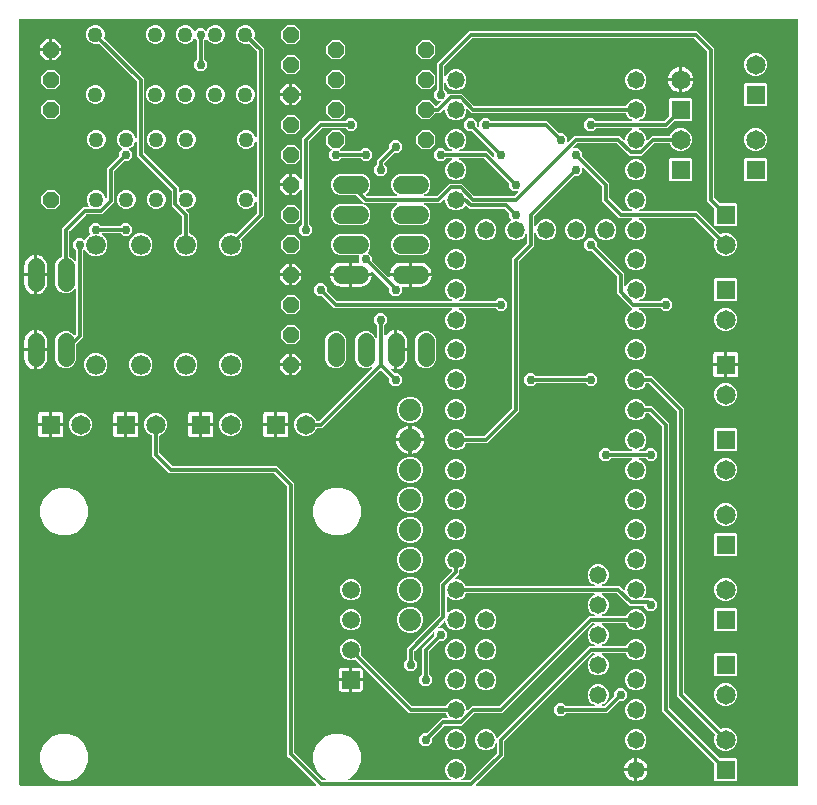
<source format=gbr>
G04 EAGLE Gerber RS-274X export*
G75*
%MOMM*%
%FSLAX34Y34*%
%LPD*%
%INBottom Copper*%
%IPPOS*%
%AMOC8*
5,1,8,0,0,1.08239X$1,22.5*%
G01*
%ADD10C,1.422400*%
%ADD11C,1.270000*%
%ADD12C,1.676400*%
%ADD13P,1.429621X8X202.500000*%
%ADD14C,1.473200*%
%ADD15C,1.524000*%
%ADD16C,1.879600*%
%ADD17R,1.650000X1.650000*%
%ADD18C,1.650000*%
%ADD19P,1.429621X8X112.500000*%
%ADD20R,1.508000X1.508000*%
%ADD21C,1.508000*%
%ADD22P,1.429621X8X292.500000*%
%ADD23C,0.756400*%
%ADD24C,0.304800*%

G36*
X-4555Y-13704D02*
X-4555Y-13704D01*
X-4484Y-13702D01*
X-4435Y-13684D01*
X-4383Y-13676D01*
X-4320Y-13642D01*
X-4253Y-13617D01*
X-4212Y-13585D01*
X-4166Y-13560D01*
X-4117Y-13508D01*
X-4061Y-13464D01*
X-4032Y-13420D01*
X-3997Y-13382D01*
X-3966Y-13317D01*
X-3928Y-13257D01*
X-3915Y-13206D01*
X-3893Y-13159D01*
X-3885Y-13088D01*
X-3868Y-13018D01*
X-3872Y-12966D01*
X-3866Y-12915D01*
X-3881Y-12844D01*
X-3887Y-12773D01*
X-3907Y-12725D01*
X-3918Y-12674D01*
X-3955Y-12613D01*
X-3983Y-12547D01*
X-4028Y-12491D01*
X-4044Y-12463D01*
X-4062Y-12448D01*
X-4088Y-12416D01*
X-26440Y9936D01*
X-28449Y11945D01*
X-28449Y239722D01*
X-28463Y239812D01*
X-28471Y239903D01*
X-28483Y239933D01*
X-28488Y239965D01*
X-28531Y240045D01*
X-28567Y240129D01*
X-28593Y240161D01*
X-28604Y240182D01*
X-28627Y240204D01*
X-28672Y240260D01*
X-39140Y250728D01*
X-39214Y250781D01*
X-39283Y250841D01*
X-39313Y250853D01*
X-39340Y250872D01*
X-39427Y250899D01*
X-39511Y250933D01*
X-39552Y250937D01*
X-39575Y250944D01*
X-39607Y250943D01*
X-39678Y250951D01*
X-128263Y250951D01*
X-142749Y265437D01*
X-142749Y282274D01*
X-142767Y282388D01*
X-142785Y282505D01*
X-142787Y282511D01*
X-142788Y282517D01*
X-142843Y282619D01*
X-142896Y282724D01*
X-142901Y282729D01*
X-142904Y282734D01*
X-142988Y282814D01*
X-143072Y282897D01*
X-143078Y282900D01*
X-143082Y282904D01*
X-143099Y282911D01*
X-143219Y282977D01*
X-145237Y283813D01*
X-147987Y286563D01*
X-149475Y290156D01*
X-149475Y294044D01*
X-147987Y297637D01*
X-145237Y300387D01*
X-141644Y301875D01*
X-137756Y301875D01*
X-134163Y300387D01*
X-131413Y297637D01*
X-129925Y294044D01*
X-129925Y290156D01*
X-131413Y286563D01*
X-134163Y283813D01*
X-136181Y282977D01*
X-136281Y282916D01*
X-136381Y282856D01*
X-136385Y282851D01*
X-136390Y282848D01*
X-136465Y282758D01*
X-136541Y282669D01*
X-136543Y282663D01*
X-136547Y282658D01*
X-136589Y282550D01*
X-136633Y282441D01*
X-136634Y282433D01*
X-136635Y282429D01*
X-136636Y282410D01*
X-136651Y282274D01*
X-136651Y268278D01*
X-136637Y268188D01*
X-136629Y268097D01*
X-136617Y268067D01*
X-136612Y268035D01*
X-136569Y267955D01*
X-136533Y267871D01*
X-136507Y267839D01*
X-136496Y267818D01*
X-136473Y267796D01*
X-136428Y267740D01*
X-125960Y257272D01*
X-125886Y257219D01*
X-125817Y257159D01*
X-125787Y257147D01*
X-125760Y257128D01*
X-125673Y257101D01*
X-125589Y257067D01*
X-125548Y257063D01*
X-125525Y257056D01*
X-125493Y257057D01*
X-125422Y257049D01*
X-36837Y257049D01*
X-22351Y242563D01*
X-22351Y14786D01*
X-22337Y14696D01*
X-22329Y14605D01*
X-22317Y14575D01*
X-22312Y14543D01*
X-22269Y14463D01*
X-22233Y14379D01*
X-22207Y14347D01*
X-22196Y14326D01*
X-22173Y14304D01*
X-22128Y14248D01*
X1040Y-8920D01*
X1114Y-8973D01*
X1183Y-9033D01*
X1213Y-9045D01*
X1240Y-9064D01*
X1327Y-9091D01*
X1411Y-9125D01*
X1452Y-9129D01*
X1475Y-9136D01*
X1507Y-9135D01*
X1578Y-9143D01*
X4063Y-9143D01*
X4159Y-9128D01*
X4256Y-9118D01*
X4280Y-9108D01*
X4305Y-9104D01*
X4391Y-9058D01*
X4480Y-9018D01*
X4500Y-9001D01*
X4523Y-8988D01*
X4590Y-8918D01*
X4662Y-8852D01*
X4674Y-8829D01*
X4692Y-8810D01*
X4733Y-8722D01*
X4780Y-8636D01*
X4785Y-8611D01*
X4796Y-8587D01*
X4806Y-8490D01*
X4824Y-8394D01*
X4820Y-8368D01*
X4823Y-8343D01*
X4802Y-8247D01*
X4788Y-8151D01*
X4776Y-8128D01*
X4771Y-8102D01*
X4721Y-8019D01*
X4677Y-7932D01*
X4658Y-7913D01*
X4644Y-7891D01*
X4571Y-7828D01*
X4501Y-7760D01*
X4472Y-7744D01*
X4458Y-7731D01*
X4427Y-7719D01*
X4354Y-7679D01*
X2550Y-6931D01*
X-3121Y-1260D01*
X-6191Y6150D01*
X-6191Y14170D01*
X-3121Y21580D01*
X2550Y27251D01*
X9960Y30321D01*
X17980Y30321D01*
X25390Y27251D01*
X31061Y21580D01*
X34131Y14170D01*
X34131Y6150D01*
X31061Y-1260D01*
X25390Y-6931D01*
X23586Y-7679D01*
X23503Y-7730D01*
X23417Y-7776D01*
X23399Y-7795D01*
X23377Y-7808D01*
X23315Y-7883D01*
X23248Y-7954D01*
X23237Y-7978D01*
X23220Y-7998D01*
X23185Y-8089D01*
X23144Y-8177D01*
X23141Y-8203D01*
X23132Y-8227D01*
X23128Y-8325D01*
X23117Y-8421D01*
X23123Y-8447D01*
X23122Y-8473D01*
X23149Y-8567D01*
X23169Y-8662D01*
X23183Y-8684D01*
X23190Y-8709D01*
X23246Y-8789D01*
X23296Y-8873D01*
X23315Y-8890D01*
X23330Y-8911D01*
X23409Y-8970D01*
X23482Y-9033D01*
X23507Y-9043D01*
X23528Y-9058D01*
X23620Y-9088D01*
X23711Y-9125D01*
X23743Y-9128D01*
X23762Y-9134D01*
X23795Y-9134D01*
X23877Y-9143D01*
X109314Y-9143D01*
X109410Y-9128D01*
X109507Y-9118D01*
X109531Y-9108D01*
X109557Y-9104D01*
X109643Y-9058D01*
X109732Y-9018D01*
X109751Y-9001D01*
X109774Y-8988D01*
X109841Y-8918D01*
X109913Y-8852D01*
X109926Y-8829D01*
X109944Y-8810D01*
X109985Y-8722D01*
X110032Y-8636D01*
X110036Y-8611D01*
X110047Y-8587D01*
X110058Y-8490D01*
X110075Y-8394D01*
X110072Y-8368D01*
X110074Y-8343D01*
X110054Y-8248D01*
X110040Y-8151D01*
X110028Y-8128D01*
X110022Y-8102D01*
X109972Y-8018D01*
X109928Y-7932D01*
X109909Y-7914D01*
X109896Y-7891D01*
X109822Y-7828D01*
X109752Y-7760D01*
X109724Y-7744D01*
X109709Y-7731D01*
X109678Y-7719D01*
X109605Y-7679D01*
X109264Y-7537D01*
X106763Y-5036D01*
X105409Y-1768D01*
X105409Y1768D01*
X106763Y5036D01*
X109264Y7537D01*
X112532Y8891D01*
X116068Y8891D01*
X119336Y7537D01*
X121837Y5036D01*
X123191Y1768D01*
X123191Y-1768D01*
X121837Y-5036D01*
X119336Y-7537D01*
X118995Y-7679D01*
X118912Y-7730D01*
X118826Y-7776D01*
X118808Y-7795D01*
X118785Y-7808D01*
X118723Y-7883D01*
X118656Y-7954D01*
X118645Y-7978D01*
X118629Y-7998D01*
X118594Y-8089D01*
X118553Y-8177D01*
X118550Y-8203D01*
X118540Y-8227D01*
X118536Y-8325D01*
X118526Y-8421D01*
X118531Y-8447D01*
X118530Y-8473D01*
X118557Y-8567D01*
X118578Y-8662D01*
X118591Y-8684D01*
X118599Y-8709D01*
X118654Y-8789D01*
X118704Y-8873D01*
X118724Y-8890D01*
X118739Y-8911D01*
X118817Y-8970D01*
X118891Y-9033D01*
X118915Y-9043D01*
X118936Y-9058D01*
X119029Y-9088D01*
X119119Y-9125D01*
X119152Y-9128D01*
X119170Y-9134D01*
X119203Y-9134D01*
X119286Y-9143D01*
X125930Y-9143D01*
X126020Y-9129D01*
X126111Y-9121D01*
X126141Y-9109D01*
X126173Y-9104D01*
X126253Y-9061D01*
X126337Y-9025D01*
X126369Y-8999D01*
X126390Y-8988D01*
X126412Y-8965D01*
X126468Y-8920D01*
X149128Y13740D01*
X149181Y13814D01*
X149241Y13883D01*
X149253Y13913D01*
X149272Y13940D01*
X149299Y14027D01*
X149333Y14111D01*
X149337Y14152D01*
X149344Y14175D01*
X149343Y14207D01*
X149351Y14278D01*
X149351Y21641D01*
X149336Y21737D01*
X149326Y21834D01*
X149316Y21858D01*
X149312Y21883D01*
X149266Y21969D01*
X149226Y22058D01*
X149209Y22078D01*
X149196Y22101D01*
X149126Y22168D01*
X149060Y22239D01*
X149037Y22252D01*
X149018Y22270D01*
X148930Y22311D01*
X148844Y22358D01*
X148819Y22363D01*
X148795Y22374D01*
X148698Y22384D01*
X148602Y22402D01*
X148576Y22398D01*
X148551Y22401D01*
X148455Y22380D01*
X148359Y22366D01*
X148336Y22354D01*
X148310Y22349D01*
X148227Y22299D01*
X148140Y22254D01*
X148121Y22236D01*
X148099Y22222D01*
X148036Y22148D01*
X147968Y22079D01*
X147952Y22050D01*
X147939Y22035D01*
X147927Y22005D01*
X147887Y21932D01*
X147237Y20364D01*
X144736Y17863D01*
X141468Y16509D01*
X137932Y16509D01*
X134664Y17863D01*
X132163Y20364D01*
X130809Y23632D01*
X130809Y27168D01*
X132163Y30436D01*
X134664Y32937D01*
X137932Y34291D01*
X141468Y34291D01*
X144736Y32937D01*
X147237Y30436D01*
X148526Y27326D01*
X148550Y27287D01*
X148566Y27244D01*
X148614Y27183D01*
X148655Y27117D01*
X148691Y27087D01*
X148719Y27052D01*
X148785Y27009D01*
X148845Y26960D01*
X148887Y26943D01*
X148926Y26919D01*
X149002Y26900D01*
X149074Y26872D01*
X149120Y26870D01*
X149165Y26859D01*
X149242Y26865D01*
X149320Y26861D01*
X149364Y26874D01*
X149410Y26878D01*
X149481Y26908D01*
X149556Y26930D01*
X149594Y26956D01*
X149636Y26974D01*
X149743Y27059D01*
X149758Y27070D01*
X149761Y27074D01*
X149767Y27079D01*
X227337Y104649D01*
X231191Y104649D01*
X231287Y104664D01*
X231384Y104674D01*
X231408Y104684D01*
X231433Y104688D01*
X231519Y104734D01*
X231608Y104774D01*
X231628Y104791D01*
X231651Y104804D01*
X231718Y104874D01*
X231789Y104940D01*
X231802Y104963D01*
X231820Y104982D01*
X231861Y105070D01*
X231908Y105156D01*
X231913Y105181D01*
X231924Y105205D01*
X231934Y105302D01*
X231952Y105398D01*
X231948Y105424D01*
X231951Y105449D01*
X231930Y105545D01*
X231916Y105641D01*
X231904Y105664D01*
X231899Y105690D01*
X231849Y105773D01*
X231804Y105860D01*
X231786Y105879D01*
X231772Y105901D01*
X231698Y105964D01*
X231629Y106032D01*
X231600Y106048D01*
X231585Y106061D01*
X231555Y106073D01*
X231482Y106113D01*
X229914Y106763D01*
X227413Y109264D01*
X226059Y112532D01*
X226059Y116068D01*
X227413Y119336D01*
X229914Y121837D01*
X231482Y122487D01*
X231565Y122538D01*
X231651Y122584D01*
X231669Y122602D01*
X231691Y122616D01*
X231753Y122692D01*
X231820Y122762D01*
X231831Y122786D01*
X231848Y122806D01*
X231883Y122897D01*
X231924Y122985D01*
X231927Y123011D01*
X231936Y123035D01*
X231940Y123133D01*
X231951Y123229D01*
X231945Y123255D01*
X231946Y123281D01*
X231919Y123375D01*
X231899Y123470D01*
X231885Y123492D01*
X231878Y123517D01*
X231822Y123597D01*
X231772Y123681D01*
X231753Y123698D01*
X231738Y123719D01*
X231659Y123778D01*
X231585Y123841D01*
X231561Y123851D01*
X231540Y123866D01*
X231448Y123896D01*
X231357Y123933D01*
X231325Y123936D01*
X231306Y123942D01*
X231273Y123942D01*
X231191Y123951D01*
X230178Y123951D01*
X230088Y123937D01*
X229997Y123929D01*
X229967Y123917D01*
X229935Y123912D01*
X229855Y123869D01*
X229771Y123833D01*
X229739Y123807D01*
X229718Y123796D01*
X229696Y123773D01*
X229640Y123728D01*
X153663Y47751D01*
X130606Y47751D01*
X130516Y47737D01*
X130425Y47729D01*
X130395Y47717D01*
X130363Y47712D01*
X130282Y47669D01*
X130198Y47633D01*
X130166Y47607D01*
X130146Y47596D01*
X130123Y47573D01*
X130068Y47528D01*
X119876Y37337D01*
X105464Y37337D01*
X105374Y37323D01*
X105283Y37315D01*
X105253Y37303D01*
X105221Y37298D01*
X105141Y37255D01*
X105057Y37219D01*
X105025Y37193D01*
X105004Y37182D01*
X104982Y37159D01*
X104926Y37114D01*
X94430Y26618D01*
X94377Y26544D01*
X94317Y26475D01*
X94305Y26445D01*
X94286Y26418D01*
X94259Y26331D01*
X94225Y26247D01*
X94221Y26206D01*
X94214Y26183D01*
X94215Y26151D01*
X94207Y26080D01*
X94207Y23202D01*
X91098Y20093D01*
X86702Y20093D01*
X83593Y23202D01*
X83593Y27598D01*
X86702Y30707D01*
X89580Y30707D01*
X89670Y30721D01*
X89761Y30729D01*
X89791Y30741D01*
X89823Y30746D01*
X89903Y30789D01*
X89987Y30825D01*
X90019Y30851D01*
X90040Y30862D01*
X90062Y30885D01*
X90118Y30930D01*
X102623Y43435D01*
X107254Y43435D01*
X107325Y43446D01*
X107397Y43448D01*
X107445Y43466D01*
X107497Y43474D01*
X107560Y43508D01*
X107628Y43533D01*
X107668Y43565D01*
X107714Y43590D01*
X107764Y43642D01*
X107820Y43686D01*
X107848Y43730D01*
X107884Y43768D01*
X107914Y43833D01*
X107953Y43893D01*
X107965Y43944D01*
X107987Y43991D01*
X107995Y44062D01*
X108013Y44132D01*
X108009Y44184D01*
X108014Y44235D01*
X107999Y44306D01*
X107993Y44377D01*
X107973Y44425D01*
X107962Y44476D01*
X107925Y44537D01*
X107897Y44603D01*
X107852Y44659D01*
X107836Y44687D01*
X107818Y44702D01*
X107792Y44734D01*
X106763Y45764D01*
X106134Y47281D01*
X106073Y47381D01*
X106013Y47481D01*
X106008Y47485D01*
X106005Y47490D01*
X105915Y47565D01*
X105826Y47641D01*
X105820Y47643D01*
X105815Y47647D01*
X105707Y47689D01*
X105598Y47733D01*
X105590Y47734D01*
X105586Y47735D01*
X105567Y47736D01*
X105431Y47751D01*
X74937Y47751D01*
X29649Y93040D01*
X29555Y93107D01*
X29460Y93178D01*
X29454Y93180D01*
X29449Y93183D01*
X29338Y93217D01*
X29226Y93254D01*
X29220Y93254D01*
X29214Y93256D01*
X29097Y93253D01*
X28980Y93251D01*
X28973Y93249D01*
X28968Y93249D01*
X28951Y93243D01*
X28819Y93205D01*
X27203Y92535D01*
X23597Y92535D01*
X20265Y93915D01*
X17715Y96465D01*
X16335Y99797D01*
X16335Y103403D01*
X17715Y106735D01*
X20265Y109285D01*
X23597Y110665D01*
X27203Y110665D01*
X30535Y109285D01*
X33085Y106735D01*
X34465Y103403D01*
X34465Y99797D01*
X33795Y98181D01*
X33769Y98067D01*
X33740Y97954D01*
X33741Y97947D01*
X33739Y97941D01*
X33750Y97825D01*
X33759Y97709D01*
X33762Y97703D01*
X33762Y97696D01*
X33810Y97589D01*
X33856Y97482D01*
X33860Y97476D01*
X33862Y97472D01*
X33875Y97458D01*
X33960Y97351D01*
X77240Y54072D01*
X77314Y54019D01*
X77383Y53959D01*
X77413Y53947D01*
X77440Y53928D01*
X77527Y53901D01*
X77611Y53867D01*
X77652Y53863D01*
X77675Y53856D01*
X77707Y53857D01*
X77778Y53849D01*
X105431Y53849D01*
X105546Y53868D01*
X105662Y53885D01*
X105667Y53887D01*
X105674Y53888D01*
X105776Y53943D01*
X105881Y53996D01*
X105886Y54001D01*
X105891Y54004D01*
X105971Y54088D01*
X106053Y54172D01*
X106057Y54178D01*
X106060Y54182D01*
X106068Y54199D01*
X106134Y54319D01*
X106763Y55836D01*
X109264Y58337D01*
X112532Y59691D01*
X116068Y59691D01*
X119336Y58337D01*
X121837Y55836D01*
X123191Y52568D01*
X123191Y51112D01*
X123202Y51042D01*
X123204Y50970D01*
X123222Y50921D01*
X123230Y50870D01*
X123264Y50806D01*
X123289Y50739D01*
X123321Y50698D01*
X123346Y50652D01*
X123398Y50603D01*
X123442Y50547D01*
X123486Y50519D01*
X123524Y50483D01*
X123589Y50453D01*
X123649Y50414D01*
X123700Y50401D01*
X123747Y50379D01*
X123818Y50371D01*
X123888Y50354D01*
X123940Y50358D01*
X123991Y50352D01*
X124062Y50368D01*
X124133Y50373D01*
X124181Y50393D01*
X124232Y50405D01*
X124293Y50441D01*
X124359Y50469D01*
X124415Y50514D01*
X124443Y50531D01*
X124458Y50548D01*
X124490Y50574D01*
X127765Y53849D01*
X150822Y53849D01*
X150912Y53863D01*
X151003Y53871D01*
X151033Y53883D01*
X151065Y53888D01*
X151145Y53931D01*
X151229Y53967D01*
X151261Y53993D01*
X151282Y54004D01*
X151304Y54027D01*
X151360Y54072D01*
X227337Y130049D01*
X231191Y130049D01*
X231287Y130064D01*
X231384Y130074D01*
X231408Y130084D01*
X231433Y130088D01*
X231519Y130134D01*
X231608Y130174D01*
X231628Y130191D01*
X231651Y130204D01*
X231718Y130274D01*
X231789Y130340D01*
X231802Y130363D01*
X231820Y130382D01*
X231861Y130470D01*
X231908Y130556D01*
X231913Y130581D01*
X231924Y130605D01*
X231934Y130702D01*
X231952Y130798D01*
X231948Y130824D01*
X231951Y130849D01*
X231930Y130945D01*
X231916Y131041D01*
X231904Y131064D01*
X231899Y131090D01*
X231849Y131173D01*
X231804Y131260D01*
X231786Y131279D01*
X231772Y131301D01*
X231698Y131364D01*
X231629Y131432D01*
X231600Y131448D01*
X231585Y131461D01*
X231555Y131473D01*
X231482Y131513D01*
X229914Y132163D01*
X227413Y134664D01*
X226059Y137932D01*
X226059Y141468D01*
X227413Y144736D01*
X229914Y147237D01*
X231482Y147887D01*
X231565Y147938D01*
X231651Y147984D01*
X231669Y148003D01*
X231691Y148016D01*
X231753Y148091D01*
X231820Y148162D01*
X231831Y148186D01*
X231848Y148206D01*
X231883Y148297D01*
X231924Y148385D01*
X231927Y148411D01*
X231936Y148435D01*
X231940Y148533D01*
X231951Y148629D01*
X231945Y148655D01*
X231946Y148681D01*
X231919Y148775D01*
X231899Y148870D01*
X231885Y148892D01*
X231878Y148917D01*
X231822Y148997D01*
X231772Y149081D01*
X231753Y149098D01*
X231738Y149119D01*
X231659Y149178D01*
X231585Y149241D01*
X231561Y149251D01*
X231540Y149266D01*
X231448Y149296D01*
X231357Y149333D01*
X231325Y149336D01*
X231306Y149342D01*
X231273Y149342D01*
X231191Y149351D01*
X123169Y149351D01*
X123054Y149332D01*
X122938Y149315D01*
X122933Y149313D01*
X122926Y149312D01*
X122824Y149257D01*
X122719Y149204D01*
X122714Y149199D01*
X122709Y149196D01*
X122629Y149112D01*
X122547Y149028D01*
X122543Y149022D01*
X122540Y149018D01*
X122532Y149001D01*
X122466Y148881D01*
X121837Y147364D01*
X119336Y144863D01*
X116068Y143509D01*
X112532Y143509D01*
X109264Y144863D01*
X108234Y145892D01*
X108176Y145934D01*
X108124Y145984D01*
X108077Y146006D01*
X108035Y146036D01*
X107966Y146057D01*
X107901Y146087D01*
X107849Y146093D01*
X107799Y146108D01*
X107728Y146106D01*
X107657Y146114D01*
X107606Y146103D01*
X107554Y146102D01*
X107486Y146077D01*
X107416Y146062D01*
X107371Y146035D01*
X107323Y146017D01*
X107267Y145973D01*
X107205Y145936D01*
X107171Y145896D01*
X107131Y145864D01*
X107092Y145803D01*
X107045Y145749D01*
X107026Y145701D01*
X106998Y145657D01*
X106980Y145587D01*
X106953Y145521D01*
X106945Y145450D01*
X106937Y145418D01*
X106939Y145395D01*
X106935Y145354D01*
X106935Y134046D01*
X106946Y133975D01*
X106948Y133903D01*
X106966Y133855D01*
X106974Y133803D01*
X107008Y133740D01*
X107033Y133672D01*
X107065Y133632D01*
X107090Y133586D01*
X107142Y133536D01*
X107186Y133480D01*
X107230Y133452D01*
X107268Y133416D01*
X107333Y133386D01*
X107393Y133347D01*
X107444Y133335D01*
X107491Y133313D01*
X107562Y133305D01*
X107632Y133287D01*
X107684Y133291D01*
X107735Y133286D01*
X107806Y133301D01*
X107877Y133307D01*
X107925Y133327D01*
X107976Y133338D01*
X108037Y133375D01*
X108103Y133403D01*
X108159Y133448D01*
X108187Y133464D01*
X108202Y133482D01*
X108234Y133508D01*
X109264Y134537D01*
X112532Y135891D01*
X116068Y135891D01*
X119336Y134537D01*
X121837Y132036D01*
X123191Y128768D01*
X123191Y125232D01*
X121837Y121964D01*
X119336Y119463D01*
X116068Y118109D01*
X112532Y118109D01*
X109264Y119463D01*
X106763Y121964D01*
X105474Y125074D01*
X105450Y125113D01*
X105434Y125156D01*
X105386Y125217D01*
X105345Y125283D01*
X105309Y125313D01*
X105281Y125348D01*
X105215Y125391D01*
X105155Y125440D01*
X105113Y125457D01*
X105074Y125481D01*
X104998Y125500D01*
X104926Y125528D01*
X104880Y125530D01*
X104835Y125541D01*
X104758Y125535D01*
X104680Y125539D01*
X104636Y125526D01*
X104590Y125522D01*
X104519Y125492D01*
X104444Y125470D01*
X104406Y125444D01*
X104364Y125426D01*
X104257Y125341D01*
X104242Y125330D01*
X104239Y125326D01*
X104233Y125321D01*
X99818Y120906D01*
X99776Y120848D01*
X99727Y120796D01*
X99705Y120749D01*
X99674Y120707D01*
X99653Y120638D01*
X99623Y120573D01*
X99617Y120521D01*
X99602Y120471D01*
X99604Y120400D01*
X99596Y120329D01*
X99607Y120278D01*
X99608Y120226D01*
X99633Y120158D01*
X99648Y120088D01*
X99675Y120043D01*
X99693Y119995D01*
X99738Y119939D01*
X99774Y119877D01*
X99814Y119843D01*
X99846Y119803D01*
X99907Y119764D01*
X99961Y119717D01*
X100010Y119698D01*
X100053Y119670D01*
X100123Y119652D01*
X100189Y119625D01*
X100261Y119617D01*
X100292Y119609D01*
X100315Y119611D01*
X100356Y119607D01*
X103798Y119607D01*
X106907Y116498D01*
X106907Y112102D01*
X103798Y108993D01*
X100920Y108993D01*
X100830Y108979D01*
X100739Y108971D01*
X100709Y108959D01*
X100677Y108954D01*
X100597Y108911D01*
X100513Y108875D01*
X100481Y108849D01*
X100460Y108838D01*
X100438Y108815D01*
X100382Y108770D01*
X92172Y100560D01*
X92119Y100486D01*
X92059Y100417D01*
X92047Y100387D01*
X92028Y100360D01*
X92001Y100273D01*
X91967Y100189D01*
X91963Y100148D01*
X91956Y100125D01*
X91957Y100093D01*
X91949Y100022D01*
X91949Y80971D01*
X91963Y80881D01*
X91971Y80790D01*
X91983Y80761D01*
X91988Y80729D01*
X92031Y80648D01*
X92067Y80564D01*
X92093Y80532D01*
X92104Y80511D01*
X92127Y80489D01*
X92172Y80433D01*
X94207Y78398D01*
X94207Y74002D01*
X91098Y70893D01*
X86702Y70893D01*
X83593Y74002D01*
X83593Y78398D01*
X85628Y80433D01*
X85681Y80507D01*
X85741Y80577D01*
X85753Y80607D01*
X85772Y80633D01*
X85798Y80720D01*
X85833Y80805D01*
X85837Y80846D01*
X85844Y80868D01*
X85843Y80900D01*
X85851Y80971D01*
X85851Y102863D01*
X96070Y113082D01*
X96123Y113156D01*
X96183Y113225D01*
X96195Y113255D01*
X96214Y113282D01*
X96241Y113369D01*
X96275Y113453D01*
X96279Y113494D01*
X96286Y113517D01*
X96285Y113549D01*
X96293Y113620D01*
X96293Y115544D01*
X96282Y115615D01*
X96280Y115686D01*
X96262Y115735D01*
X96254Y115787D01*
X96220Y115850D01*
X96195Y115917D01*
X96163Y115958D01*
X96138Y116004D01*
X96086Y116053D01*
X96042Y116109D01*
X95998Y116138D01*
X95960Y116173D01*
X95895Y116204D01*
X95835Y116242D01*
X95784Y116255D01*
X95737Y116277D01*
X95666Y116285D01*
X95596Y116302D01*
X95544Y116298D01*
X95493Y116304D01*
X95422Y116289D01*
X95351Y116283D01*
X95303Y116263D01*
X95252Y116252D01*
X95191Y116215D01*
X95125Y116187D01*
X95069Y116142D01*
X95041Y116126D01*
X95026Y116108D01*
X94994Y116082D01*
X79472Y100560D01*
X79419Y100486D01*
X79359Y100417D01*
X79347Y100387D01*
X79328Y100360D01*
X79301Y100273D01*
X79267Y100189D01*
X79263Y100148D01*
X79256Y100125D01*
X79257Y100093D01*
X79249Y100022D01*
X79249Y93671D01*
X79263Y93581D01*
X79271Y93490D01*
X79283Y93461D01*
X79288Y93429D01*
X79331Y93348D01*
X79367Y93264D01*
X79393Y93232D01*
X79404Y93211D01*
X79427Y93189D01*
X79472Y93133D01*
X81507Y91098D01*
X81507Y86702D01*
X78398Y83593D01*
X74002Y83593D01*
X70893Y86702D01*
X70893Y91098D01*
X72928Y93133D01*
X72981Y93207D01*
X73041Y93277D01*
X73053Y93307D01*
X73072Y93333D01*
X73099Y93420D01*
X73133Y93505D01*
X73137Y93546D01*
X73144Y93568D01*
X73143Y93600D01*
X73151Y93671D01*
X73151Y102863D01*
X100614Y130326D01*
X100667Y130400D01*
X100727Y130469D01*
X100739Y130499D01*
X100758Y130526D01*
X100785Y130613D01*
X100819Y130697D01*
X100823Y130738D01*
X100830Y130761D01*
X100829Y130793D01*
X100837Y130864D01*
X100837Y157976D01*
X111028Y168168D01*
X111081Y168241D01*
X111141Y168311D01*
X111153Y168341D01*
X111172Y168367D01*
X111199Y168454D01*
X111233Y168539D01*
X111237Y168580D01*
X111244Y168602D01*
X111243Y168635D01*
X111251Y168706D01*
X111251Y168931D01*
X111232Y169046D01*
X111215Y169162D01*
X111213Y169167D01*
X111212Y169174D01*
X111157Y169276D01*
X111104Y169381D01*
X111099Y169386D01*
X111096Y169391D01*
X111012Y169471D01*
X110928Y169553D01*
X110922Y169557D01*
X110918Y169560D01*
X110901Y169568D01*
X110781Y169634D01*
X109264Y170263D01*
X106763Y172764D01*
X105409Y176032D01*
X105409Y179568D01*
X106763Y182836D01*
X109264Y185337D01*
X112532Y186691D01*
X116068Y186691D01*
X119336Y185337D01*
X121837Y182836D01*
X123191Y179568D01*
X123191Y176032D01*
X121837Y172764D01*
X119336Y170263D01*
X117819Y169634D01*
X117719Y169573D01*
X117619Y169513D01*
X117615Y169508D01*
X117610Y169505D01*
X117535Y169415D01*
X117459Y169326D01*
X117457Y169320D01*
X117453Y169315D01*
X117411Y169207D01*
X117367Y169098D01*
X117366Y169090D01*
X117365Y169086D01*
X117364Y169067D01*
X117349Y168931D01*
X117349Y165865D01*
X114074Y162590D01*
X114032Y162532D01*
X113983Y162480D01*
X113961Y162433D01*
X113931Y162391D01*
X113910Y162322D01*
X113879Y162257D01*
X113874Y162205D01*
X113858Y162155D01*
X113860Y162084D01*
X113852Y162013D01*
X113863Y161962D01*
X113865Y161910D01*
X113889Y161842D01*
X113905Y161772D01*
X113931Y161727D01*
X113949Y161679D01*
X113994Y161623D01*
X114031Y161561D01*
X114070Y161527D01*
X114103Y161487D01*
X114163Y161448D01*
X114218Y161401D01*
X114266Y161382D01*
X114310Y161354D01*
X114379Y161336D01*
X114446Y161309D01*
X114517Y161301D01*
X114548Y161293D01*
X114572Y161295D01*
X114612Y161291D01*
X116068Y161291D01*
X119336Y159937D01*
X121837Y157436D01*
X122466Y155919D01*
X122527Y155819D01*
X122587Y155719D01*
X122592Y155715D01*
X122595Y155710D01*
X122685Y155635D01*
X122774Y155559D01*
X122780Y155557D01*
X122785Y155553D01*
X122893Y155511D01*
X123002Y155467D01*
X123010Y155466D01*
X123014Y155465D01*
X123033Y155464D01*
X123169Y155449D01*
X231191Y155449D01*
X231287Y155464D01*
X231384Y155474D01*
X231408Y155484D01*
X231433Y155488D01*
X231519Y155534D01*
X231608Y155574D01*
X231628Y155591D01*
X231651Y155604D01*
X231718Y155674D01*
X231789Y155740D01*
X231802Y155763D01*
X231820Y155782D01*
X231861Y155870D01*
X231908Y155956D01*
X231913Y155981D01*
X231924Y156005D01*
X231934Y156102D01*
X231952Y156198D01*
X231948Y156224D01*
X231951Y156249D01*
X231930Y156345D01*
X231916Y156441D01*
X231904Y156464D01*
X231899Y156490D01*
X231849Y156573D01*
X231804Y156660D01*
X231786Y156679D01*
X231772Y156701D01*
X231698Y156764D01*
X231629Y156832D01*
X231600Y156848D01*
X231585Y156861D01*
X231555Y156873D01*
X231482Y156913D01*
X229914Y157563D01*
X227413Y160064D01*
X226059Y163332D01*
X226059Y166868D01*
X227413Y170136D01*
X229914Y172637D01*
X233182Y173991D01*
X236718Y173991D01*
X239986Y172637D01*
X242487Y170136D01*
X243841Y166868D01*
X243841Y163332D01*
X242487Y160064D01*
X239986Y157563D01*
X238418Y156913D01*
X238335Y156862D01*
X238249Y156816D01*
X238231Y156797D01*
X238209Y156784D01*
X238147Y156709D01*
X238080Y156638D01*
X238069Y156614D01*
X238052Y156594D01*
X238017Y156503D01*
X237976Y156415D01*
X237973Y156389D01*
X237964Y156365D01*
X237960Y156267D01*
X237949Y156171D01*
X237955Y156145D01*
X237954Y156119D01*
X237981Y156025D01*
X238001Y155930D01*
X238015Y155908D01*
X238022Y155883D01*
X238078Y155803D01*
X238128Y155719D01*
X238147Y155702D01*
X238162Y155681D01*
X238241Y155622D01*
X238315Y155559D01*
X238339Y155549D01*
X238360Y155534D01*
X238452Y155504D01*
X238543Y155467D01*
X238575Y155464D01*
X238594Y155458D01*
X238627Y155458D01*
X238709Y155449D01*
X253235Y155449D01*
X256510Y152174D01*
X256568Y152132D01*
X256620Y152083D01*
X256667Y152061D01*
X256709Y152031D01*
X256778Y152010D01*
X256843Y151979D01*
X256895Y151974D01*
X256945Y151958D01*
X257016Y151960D01*
X257087Y151952D01*
X257138Y151963D01*
X257190Y151965D01*
X257258Y151989D01*
X257328Y152005D01*
X257373Y152031D01*
X257421Y152049D01*
X257477Y152094D01*
X257539Y152131D01*
X257573Y152170D01*
X257613Y152203D01*
X257652Y152263D01*
X257699Y152318D01*
X257718Y152366D01*
X257746Y152410D01*
X257764Y152479D01*
X257791Y152546D01*
X257799Y152617D01*
X257807Y152648D01*
X257805Y152672D01*
X257809Y152712D01*
X257809Y154168D01*
X259163Y157436D01*
X261664Y159937D01*
X264932Y161291D01*
X268468Y161291D01*
X271736Y159937D01*
X274237Y157436D01*
X275591Y154168D01*
X275591Y150632D01*
X274237Y147364D01*
X273208Y146334D01*
X273166Y146276D01*
X273116Y146224D01*
X273094Y146177D01*
X273064Y146135D01*
X273043Y146066D01*
X273013Y146001D01*
X273007Y145949D01*
X272992Y145899D01*
X272994Y145828D01*
X272986Y145757D01*
X272997Y145706D01*
X272998Y145654D01*
X273023Y145586D01*
X273038Y145516D01*
X273065Y145471D01*
X273083Y145423D01*
X273127Y145367D01*
X273164Y145305D01*
X273204Y145271D01*
X273236Y145231D01*
X273297Y145192D01*
X273351Y145145D01*
X273399Y145126D01*
X273443Y145098D01*
X273513Y145080D01*
X273579Y145053D01*
X273650Y145045D01*
X273682Y145037D01*
X273705Y145039D01*
X273746Y145035D01*
X278530Y145035D01*
X278553Y145025D01*
X278594Y145021D01*
X278617Y145014D01*
X278649Y145015D01*
X278720Y145007D01*
X281598Y145007D01*
X284707Y141898D01*
X284707Y137502D01*
X281598Y134393D01*
X277202Y134393D01*
X274093Y137502D01*
X274093Y138176D01*
X274090Y138196D01*
X274092Y138215D01*
X274070Y138317D01*
X274054Y138419D01*
X274044Y138436D01*
X274040Y138456D01*
X273987Y138545D01*
X273938Y138636D01*
X273924Y138650D01*
X273914Y138667D01*
X273835Y138734D01*
X273760Y138806D01*
X273742Y138814D01*
X273727Y138827D01*
X273631Y138866D01*
X273537Y138909D01*
X273517Y138911D01*
X273499Y138919D01*
X273332Y138937D01*
X261124Y138937D01*
X250932Y149128D01*
X250859Y149181D01*
X250789Y149241D01*
X250759Y149253D01*
X250733Y149272D01*
X250646Y149299D01*
X250561Y149333D01*
X250520Y149337D01*
X250498Y149344D01*
X250465Y149343D01*
X250394Y149351D01*
X238709Y149351D01*
X238613Y149336D01*
X238516Y149326D01*
X238492Y149316D01*
X238467Y149312D01*
X238381Y149266D01*
X238292Y149226D01*
X238272Y149209D01*
X238249Y149196D01*
X238182Y149126D01*
X238111Y149060D01*
X238098Y149037D01*
X238080Y149018D01*
X238039Y148930D01*
X237992Y148844D01*
X237987Y148819D01*
X237976Y148795D01*
X237966Y148698D01*
X237948Y148602D01*
X237952Y148576D01*
X237949Y148551D01*
X237970Y148455D01*
X237984Y148359D01*
X237996Y148336D01*
X238001Y148310D01*
X238051Y148227D01*
X238096Y148140D01*
X238114Y148121D01*
X238128Y148099D01*
X238202Y148036D01*
X238271Y147968D01*
X238300Y147952D01*
X238315Y147939D01*
X238345Y147927D01*
X238418Y147887D01*
X239986Y147237D01*
X242487Y144736D01*
X243841Y141468D01*
X243841Y137932D01*
X242487Y134664D01*
X239986Y132163D01*
X238418Y131513D01*
X238335Y131462D01*
X238249Y131416D01*
X238231Y131398D01*
X238209Y131384D01*
X238147Y131308D01*
X238080Y131238D01*
X238069Y131214D01*
X238052Y131194D01*
X238017Y131103D01*
X237976Y131015D01*
X237973Y130989D01*
X237964Y130965D01*
X237960Y130867D01*
X237949Y130771D01*
X237955Y130745D01*
X237954Y130719D01*
X237981Y130625D01*
X238001Y130530D01*
X238015Y130508D01*
X238022Y130483D01*
X238078Y130403D01*
X238128Y130319D01*
X238147Y130302D01*
X238162Y130281D01*
X238241Y130222D01*
X238315Y130159D01*
X238339Y130149D01*
X238360Y130134D01*
X238452Y130104D01*
X238543Y130067D01*
X238575Y130064D01*
X238594Y130058D01*
X238627Y130058D01*
X238709Y130049D01*
X257831Y130049D01*
X257946Y130068D01*
X258062Y130085D01*
X258067Y130087D01*
X258074Y130088D01*
X258176Y130143D01*
X258281Y130196D01*
X258286Y130201D01*
X258291Y130204D01*
X258371Y130288D01*
X258453Y130372D01*
X258457Y130378D01*
X258460Y130382D01*
X258468Y130399D01*
X258534Y130519D01*
X259163Y132036D01*
X261664Y134537D01*
X264932Y135891D01*
X268468Y135891D01*
X271736Y134537D01*
X274237Y132036D01*
X275591Y128768D01*
X275591Y125232D01*
X274237Y121964D01*
X271736Y119463D01*
X268468Y118109D01*
X264932Y118109D01*
X261664Y119463D01*
X259163Y121964D01*
X258534Y123481D01*
X258473Y123580D01*
X258413Y123681D01*
X258408Y123685D01*
X258405Y123690D01*
X258315Y123765D01*
X258226Y123841D01*
X258220Y123843D01*
X258215Y123847D01*
X258107Y123889D01*
X257998Y123933D01*
X257990Y123934D01*
X257986Y123935D01*
X257967Y123936D01*
X257831Y123951D01*
X238709Y123951D01*
X238613Y123936D01*
X238516Y123926D01*
X238492Y123916D01*
X238467Y123912D01*
X238381Y123866D01*
X238292Y123826D01*
X238272Y123809D01*
X238249Y123796D01*
X238182Y123726D01*
X238111Y123660D01*
X238098Y123637D01*
X238080Y123618D01*
X238039Y123530D01*
X237992Y123444D01*
X237987Y123419D01*
X237976Y123395D01*
X237966Y123298D01*
X237948Y123202D01*
X237952Y123176D01*
X237949Y123151D01*
X237970Y123055D01*
X237984Y122959D01*
X237996Y122936D01*
X238001Y122910D01*
X238051Y122827D01*
X238096Y122740D01*
X238114Y122721D01*
X238128Y122699D01*
X238202Y122636D01*
X238271Y122568D01*
X238300Y122552D01*
X238315Y122539D01*
X238345Y122527D01*
X238418Y122487D01*
X239986Y121837D01*
X242487Y119336D01*
X243841Y116068D01*
X243841Y112532D01*
X242487Y109264D01*
X239986Y106763D01*
X238418Y106113D01*
X238335Y106062D01*
X238249Y106016D01*
X238231Y105998D01*
X238209Y105984D01*
X238147Y105908D01*
X238080Y105838D01*
X238069Y105814D01*
X238052Y105794D01*
X238017Y105703D01*
X237976Y105615D01*
X237973Y105589D01*
X237964Y105565D01*
X237960Y105467D01*
X237949Y105371D01*
X237955Y105345D01*
X237954Y105319D01*
X237981Y105225D01*
X238001Y105130D01*
X238015Y105108D01*
X238022Y105083D01*
X238078Y105003D01*
X238128Y104919D01*
X238147Y104902D01*
X238162Y104881D01*
X238241Y104822D01*
X238315Y104759D01*
X238339Y104749D01*
X238360Y104734D01*
X238452Y104704D01*
X238543Y104667D01*
X238575Y104664D01*
X238594Y104658D01*
X238627Y104658D01*
X238709Y104649D01*
X257831Y104649D01*
X257946Y104668D01*
X258062Y104685D01*
X258067Y104687D01*
X258074Y104688D01*
X258176Y104743D01*
X258281Y104796D01*
X258286Y104801D01*
X258291Y104804D01*
X258371Y104888D01*
X258453Y104972D01*
X258457Y104978D01*
X258460Y104982D01*
X258468Y104999D01*
X258534Y105119D01*
X259163Y106636D01*
X261664Y109137D01*
X264932Y110491D01*
X268468Y110491D01*
X271736Y109137D01*
X274237Y106636D01*
X275591Y103368D01*
X275591Y99832D01*
X274237Y96564D01*
X271736Y94063D01*
X268468Y92709D01*
X264932Y92709D01*
X261664Y94063D01*
X259163Y96564D01*
X258534Y98081D01*
X258473Y98181D01*
X258413Y98281D01*
X258408Y98285D01*
X258405Y98290D01*
X258315Y98365D01*
X258226Y98441D01*
X258220Y98443D01*
X258215Y98447D01*
X258107Y98489D01*
X257998Y98533D01*
X257990Y98534D01*
X257986Y98535D01*
X257967Y98536D01*
X257831Y98551D01*
X238709Y98551D01*
X238613Y98536D01*
X238516Y98526D01*
X238492Y98516D01*
X238467Y98512D01*
X238381Y98466D01*
X238292Y98426D01*
X238272Y98409D01*
X238249Y98396D01*
X238182Y98326D01*
X238111Y98260D01*
X238098Y98237D01*
X238080Y98218D01*
X238039Y98130D01*
X237992Y98044D01*
X237987Y98019D01*
X237976Y97995D01*
X237966Y97898D01*
X237948Y97802D01*
X237952Y97776D01*
X237949Y97751D01*
X237970Y97655D01*
X237984Y97559D01*
X237996Y97536D01*
X238001Y97510D01*
X238051Y97427D01*
X238096Y97340D01*
X238114Y97321D01*
X238128Y97299D01*
X238202Y97236D01*
X238271Y97168D01*
X238300Y97152D01*
X238315Y97139D01*
X238345Y97127D01*
X238418Y97087D01*
X239986Y96437D01*
X242487Y93936D01*
X243841Y90668D01*
X243841Y87132D01*
X242487Y83864D01*
X239986Y81363D01*
X236718Y80009D01*
X233182Y80009D01*
X229914Y81363D01*
X227413Y83864D01*
X226059Y87132D01*
X226059Y90668D01*
X227413Y93936D01*
X229914Y96437D01*
X231482Y97087D01*
X231565Y97138D01*
X231651Y97184D01*
X231669Y97202D01*
X231691Y97216D01*
X231753Y97292D01*
X231820Y97362D01*
X231831Y97386D01*
X231848Y97406D01*
X231883Y97497D01*
X231924Y97585D01*
X231927Y97611D01*
X231936Y97635D01*
X231940Y97733D01*
X231951Y97829D01*
X231945Y97855D01*
X231946Y97881D01*
X231919Y97975D01*
X231899Y98070D01*
X231885Y98092D01*
X231878Y98117D01*
X231822Y98197D01*
X231772Y98281D01*
X231753Y98298D01*
X231738Y98319D01*
X231659Y98378D01*
X231585Y98441D01*
X231561Y98451D01*
X231540Y98466D01*
X231448Y98496D01*
X231357Y98533D01*
X231325Y98536D01*
X231306Y98542D01*
X231273Y98542D01*
X231191Y98551D01*
X230178Y98551D01*
X230088Y98537D01*
X229997Y98529D01*
X229967Y98517D01*
X229935Y98512D01*
X229855Y98469D01*
X229771Y98433D01*
X229739Y98407D01*
X229718Y98396D01*
X229696Y98373D01*
X229640Y98328D01*
X155672Y24360D01*
X155619Y24286D01*
X155559Y24217D01*
X155547Y24187D01*
X155528Y24160D01*
X155501Y24073D01*
X155467Y23989D01*
X155463Y23948D01*
X155456Y23925D01*
X155457Y23893D01*
X155449Y23822D01*
X155449Y11437D01*
X131596Y-12416D01*
X131554Y-12474D01*
X131505Y-12526D01*
X131483Y-12573D01*
X131452Y-12615D01*
X131431Y-12684D01*
X131401Y-12749D01*
X131395Y-12801D01*
X131380Y-12851D01*
X131382Y-12922D01*
X131374Y-12993D01*
X131385Y-13044D01*
X131386Y-13096D01*
X131411Y-13164D01*
X131426Y-13234D01*
X131453Y-13279D01*
X131471Y-13327D01*
X131516Y-13383D01*
X131552Y-13445D01*
X131592Y-13479D01*
X131624Y-13519D01*
X131685Y-13558D01*
X131739Y-13605D01*
X131788Y-13624D01*
X131831Y-13652D01*
X131901Y-13670D01*
X131967Y-13697D01*
X132039Y-13705D01*
X132070Y-13713D01*
X132093Y-13711D01*
X132134Y-13715D01*
X403354Y-13715D01*
X403374Y-13712D01*
X403393Y-13714D01*
X403495Y-13692D01*
X403597Y-13676D01*
X403614Y-13666D01*
X403634Y-13662D01*
X403723Y-13609D01*
X403814Y-13560D01*
X403828Y-13546D01*
X403845Y-13536D01*
X403912Y-13457D01*
X403984Y-13382D01*
X403992Y-13364D01*
X404005Y-13349D01*
X404044Y-13253D01*
X404087Y-13159D01*
X404089Y-13139D01*
X404097Y-13121D01*
X404115Y-12954D01*
X404115Y635154D01*
X404112Y635174D01*
X404114Y635193D01*
X404092Y635295D01*
X404076Y635397D01*
X404066Y635414D01*
X404062Y635434D01*
X404009Y635523D01*
X403960Y635614D01*
X403946Y635628D01*
X403936Y635645D01*
X403857Y635712D01*
X403782Y635784D01*
X403764Y635792D01*
X403749Y635805D01*
X403653Y635844D01*
X403559Y635887D01*
X403539Y635889D01*
X403521Y635897D01*
X403354Y635915D01*
X-254254Y635915D01*
X-254274Y635912D01*
X-254293Y635914D01*
X-254395Y635892D01*
X-254497Y635876D01*
X-254514Y635866D01*
X-254534Y635862D01*
X-254623Y635809D01*
X-254714Y635760D01*
X-254728Y635746D01*
X-254745Y635736D01*
X-254812Y635657D01*
X-254884Y635582D01*
X-254892Y635564D01*
X-254905Y635549D01*
X-254944Y635453D01*
X-254987Y635359D01*
X-254989Y635339D01*
X-254997Y635321D01*
X-255015Y635154D01*
X-255015Y-12954D01*
X-255012Y-12974D01*
X-255014Y-12993D01*
X-254992Y-13095D01*
X-254976Y-13197D01*
X-254966Y-13214D01*
X-254962Y-13234D01*
X-254909Y-13323D01*
X-254860Y-13414D01*
X-254846Y-13428D01*
X-254836Y-13445D01*
X-254757Y-13512D01*
X-254682Y-13584D01*
X-254664Y-13592D01*
X-254649Y-13605D01*
X-254553Y-13644D01*
X-254459Y-13687D01*
X-254439Y-13689D01*
X-254421Y-13697D01*
X-254254Y-13715D01*
X-4626Y-13715D01*
X-4555Y-13704D01*
G37*
%LPC*%
G36*
X112532Y270509D02*
X112532Y270509D01*
X109264Y271863D01*
X106763Y274364D01*
X105409Y277632D01*
X105409Y281168D01*
X106763Y284436D01*
X109264Y286937D01*
X112532Y288291D01*
X116068Y288291D01*
X119336Y286937D01*
X121837Y284436D01*
X122466Y282919D01*
X122527Y282819D01*
X122587Y282719D01*
X122592Y282715D01*
X122595Y282710D01*
X122685Y282635D01*
X122774Y282559D01*
X122780Y282557D01*
X122785Y282553D01*
X122893Y282511D01*
X123002Y282467D01*
X123010Y282466D01*
X123014Y282465D01*
X123033Y282464D01*
X123169Y282449D01*
X138122Y282449D01*
X138212Y282463D01*
X138303Y282471D01*
X138333Y282483D01*
X138365Y282488D01*
X138445Y282531D01*
X138529Y282567D01*
X138561Y282593D01*
X138582Y282604D01*
X138604Y282627D01*
X138660Y282672D01*
X161828Y305840D01*
X161881Y305914D01*
X161941Y305983D01*
X161953Y306013D01*
X161972Y306040D01*
X161999Y306127D01*
X162033Y306211D01*
X162037Y306252D01*
X162044Y306275D01*
X162043Y306307D01*
X162051Y306378D01*
X162051Y433063D01*
X174528Y445540D01*
X174575Y445605D01*
X174620Y445652D01*
X174626Y445666D01*
X174641Y445683D01*
X174653Y445713D01*
X174672Y445740D01*
X174694Y445813D01*
X174723Y445875D01*
X174725Y445892D01*
X174733Y445911D01*
X174737Y445952D01*
X174744Y445975D01*
X174743Y446007D01*
X174751Y446078D01*
X174751Y453441D01*
X174736Y453537D01*
X174726Y453634D01*
X174716Y453658D01*
X174712Y453683D01*
X174666Y453769D01*
X174626Y453858D01*
X174609Y453878D01*
X174596Y453901D01*
X174526Y453968D01*
X174460Y454039D01*
X174437Y454052D01*
X174418Y454070D01*
X174330Y454111D01*
X174244Y454158D01*
X174219Y454163D01*
X174195Y454174D01*
X174098Y454184D01*
X174002Y454202D01*
X173976Y454198D01*
X173951Y454201D01*
X173855Y454180D01*
X173759Y454166D01*
X173736Y454154D01*
X173710Y454149D01*
X173627Y454099D01*
X173540Y454054D01*
X173521Y454036D01*
X173499Y454022D01*
X173436Y453948D01*
X173368Y453879D01*
X173352Y453850D01*
X173339Y453835D01*
X173327Y453805D01*
X173287Y453732D01*
X172637Y452164D01*
X170136Y449663D01*
X166868Y448309D01*
X163332Y448309D01*
X160064Y449663D01*
X157563Y452164D01*
X156209Y455432D01*
X156209Y458968D01*
X157563Y462236D01*
X160064Y464737D01*
X160916Y465090D01*
X160955Y465115D01*
X160998Y465130D01*
X161059Y465179D01*
X161125Y465220D01*
X161155Y465255D01*
X161190Y465284D01*
X161233Y465349D01*
X161282Y465409D01*
X161299Y465452D01*
X161323Y465491D01*
X161342Y465566D01*
X161370Y465639D01*
X161372Y465685D01*
X161384Y465729D01*
X161377Y465807D01*
X161381Y465885D01*
X161368Y465929D01*
X161364Y465975D01*
X161334Y466046D01*
X161312Y466121D01*
X161286Y466159D01*
X161268Y466201D01*
X161183Y466308D01*
X161172Y466323D01*
X161168Y466326D01*
X161163Y466332D01*
X159793Y467702D01*
X159793Y470580D01*
X159779Y470670D01*
X159771Y470761D01*
X159759Y470791D01*
X159754Y470823D01*
X159711Y470903D01*
X159675Y470987D01*
X159649Y471019D01*
X159638Y471040D01*
X159615Y471062D01*
X159570Y471118D01*
X155932Y474756D01*
X155858Y474809D01*
X155789Y474869D01*
X155759Y474881D01*
X155732Y474900D01*
X155645Y474927D01*
X155561Y474961D01*
X155520Y474965D01*
X155497Y474972D01*
X155465Y474971D01*
X155394Y474979D01*
X125871Y474979D01*
X123862Y476988D01*
X123067Y477783D01*
X123030Y477810D01*
X122999Y477844D01*
X122931Y477881D01*
X122868Y477927D01*
X122824Y477940D01*
X122783Y477962D01*
X122707Y477976D01*
X122632Y477999D01*
X122587Y477998D01*
X122541Y478006D01*
X122464Y477995D01*
X122387Y477993D01*
X122343Y477977D01*
X122298Y477970D01*
X122229Y477935D01*
X122156Y477908D01*
X122120Y477879D01*
X122079Y477859D01*
X122024Y477803D01*
X121964Y477754D01*
X121939Y477716D01*
X121907Y477683D01*
X121846Y477572D01*
X119336Y475063D01*
X116068Y473709D01*
X112532Y473709D01*
X109264Y475063D01*
X106763Y477564D01*
X105409Y480832D01*
X105409Y482288D01*
X105398Y482358D01*
X105396Y482430D01*
X105378Y482479D01*
X105370Y482530D01*
X105336Y482594D01*
X105311Y482661D01*
X105279Y482702D01*
X105254Y482748D01*
X105202Y482797D01*
X105158Y482853D01*
X105114Y482881D01*
X105076Y482917D01*
X105011Y482947D01*
X104951Y482986D01*
X104900Y482999D01*
X104853Y483021D01*
X104782Y483029D01*
X104712Y483046D01*
X104660Y483042D01*
X104609Y483048D01*
X104538Y483032D01*
X104467Y483027D01*
X104419Y483007D01*
X104368Y482995D01*
X104307Y482959D01*
X104241Y482931D01*
X104185Y482886D01*
X104157Y482869D01*
X104142Y482852D01*
X104110Y482826D01*
X100835Y479551D01*
X88243Y479551D01*
X88147Y479536D01*
X88050Y479526D01*
X88026Y479516D01*
X88000Y479512D01*
X87915Y479466D01*
X87825Y479426D01*
X87806Y479409D01*
X87783Y479396D01*
X87716Y479326D01*
X87644Y479260D01*
X87632Y479237D01*
X87614Y479218D01*
X87573Y479130D01*
X87526Y479044D01*
X87521Y479019D01*
X87510Y478995D01*
X87499Y478898D01*
X87482Y478802D01*
X87486Y478776D01*
X87483Y478751D01*
X87504Y478655D01*
X87518Y478559D01*
X87530Y478536D01*
X87535Y478510D01*
X87585Y478427D01*
X87629Y478340D01*
X87648Y478321D01*
X87661Y478299D01*
X87735Y478236D01*
X87805Y478168D01*
X87833Y478152D01*
X87848Y478139D01*
X87879Y478127D01*
X87952Y478087D01*
X89000Y477653D01*
X91573Y475080D01*
X92965Y471719D01*
X92965Y468081D01*
X91573Y464720D01*
X89000Y462147D01*
X85639Y460755D01*
X66761Y460755D01*
X63400Y462147D01*
X60827Y464720D01*
X59435Y468081D01*
X59435Y471719D01*
X60827Y475080D01*
X63400Y477653D01*
X64448Y478087D01*
X64531Y478138D01*
X64617Y478184D01*
X64635Y478202D01*
X64657Y478216D01*
X64719Y478292D01*
X64786Y478362D01*
X64797Y478386D01*
X64814Y478406D01*
X64849Y478497D01*
X64890Y478585D01*
X64893Y478611D01*
X64902Y478635D01*
X64906Y478733D01*
X64917Y478829D01*
X64912Y478855D01*
X64913Y478881D01*
X64886Y478975D01*
X64865Y479070D01*
X64851Y479092D01*
X64844Y479117D01*
X64789Y479197D01*
X64739Y479281D01*
X64719Y479298D01*
X64704Y479319D01*
X64626Y479378D01*
X64552Y479441D01*
X64527Y479451D01*
X64506Y479466D01*
X64414Y479496D01*
X64324Y479533D01*
X64291Y479536D01*
X64273Y479542D01*
X64240Y479542D01*
X64157Y479551D01*
X37443Y479551D01*
X37347Y479536D01*
X37250Y479526D01*
X37226Y479516D01*
X37200Y479512D01*
X37115Y479466D01*
X37025Y479426D01*
X37006Y479409D01*
X36983Y479396D01*
X36916Y479326D01*
X36844Y479260D01*
X36832Y479237D01*
X36814Y479218D01*
X36773Y479130D01*
X36726Y479044D01*
X36721Y479019D01*
X36710Y478995D01*
X36699Y478898D01*
X36682Y478802D01*
X36686Y478776D01*
X36683Y478751D01*
X36704Y478655D01*
X36718Y478559D01*
X36730Y478536D01*
X36735Y478510D01*
X36785Y478427D01*
X36829Y478340D01*
X36848Y478321D01*
X36861Y478299D01*
X36935Y478236D01*
X37005Y478168D01*
X37033Y478152D01*
X37048Y478139D01*
X37079Y478127D01*
X37152Y478087D01*
X38200Y477653D01*
X40773Y475080D01*
X42165Y471719D01*
X42165Y468081D01*
X40773Y464720D01*
X38200Y462147D01*
X34839Y460755D01*
X15961Y460755D01*
X12600Y462147D01*
X10027Y464720D01*
X8635Y468081D01*
X8635Y471719D01*
X10027Y475080D01*
X12600Y477653D01*
X15961Y479045D01*
X34839Y479045D01*
X35579Y478738D01*
X35674Y478716D01*
X35767Y478687D01*
X35793Y478688D01*
X35819Y478682D01*
X35915Y478691D01*
X36013Y478694D01*
X36037Y478703D01*
X36063Y478705D01*
X36152Y478745D01*
X36244Y478778D01*
X36264Y478794D01*
X36288Y478805D01*
X36360Y478871D01*
X36436Y478932D01*
X36450Y478954D01*
X36469Y478972D01*
X36516Y479057D01*
X36569Y479139D01*
X36575Y479164D01*
X36588Y479187D01*
X36605Y479283D01*
X36629Y479377D01*
X36627Y479403D01*
X36632Y479429D01*
X36617Y479526D01*
X36610Y479622D01*
X36600Y479647D01*
X36596Y479672D01*
X36552Y479759D01*
X36513Y479849D01*
X36493Y479874D01*
X36484Y479892D01*
X36461Y479915D01*
X36409Y479980D01*
X34828Y481560D01*
X30456Y485932D01*
X30382Y485985D01*
X30313Y486045D01*
X30283Y486057D01*
X30256Y486076D01*
X30169Y486103D01*
X30085Y486137D01*
X30044Y486141D01*
X30021Y486148D01*
X29989Y486147D01*
X29918Y486155D01*
X15961Y486155D01*
X12600Y487547D01*
X10027Y490120D01*
X8635Y493481D01*
X8635Y497119D01*
X10027Y500480D01*
X12600Y503053D01*
X15961Y504445D01*
X34839Y504445D01*
X38200Y503053D01*
X40773Y500480D01*
X42165Y497119D01*
X42165Y493481D01*
X40773Y490120D01*
X38370Y487718D01*
X38359Y487702D01*
X38343Y487689D01*
X38314Y487644D01*
X38287Y487615D01*
X38269Y487577D01*
X38227Y487518D01*
X38221Y487499D01*
X38210Y487482D01*
X38193Y487412D01*
X38183Y487392D01*
X38181Y487368D01*
X38154Y487283D01*
X38155Y487263D01*
X38150Y487244D01*
X38157Y487155D01*
X38156Y487148D01*
X38158Y487139D01*
X38161Y487037D01*
X38168Y487018D01*
X38169Y486998D01*
X38210Y486904D01*
X38245Y486806D01*
X38258Y486790D01*
X38266Y486772D01*
X38370Y486641D01*
X39140Y485872D01*
X39214Y485819D01*
X39283Y485759D01*
X39313Y485747D01*
X39340Y485728D01*
X39427Y485701D01*
X39511Y485667D01*
X39552Y485663D01*
X39575Y485656D01*
X39607Y485657D01*
X39678Y485649D01*
X64157Y485649D01*
X64253Y485664D01*
X64350Y485674D01*
X64374Y485684D01*
X64400Y485688D01*
X64485Y485734D01*
X64575Y485774D01*
X64594Y485791D01*
X64617Y485804D01*
X64684Y485874D01*
X64756Y485940D01*
X64768Y485963D01*
X64786Y485982D01*
X64827Y486070D01*
X64874Y486156D01*
X64879Y486181D01*
X64890Y486205D01*
X64901Y486302D01*
X64918Y486398D01*
X64914Y486424D01*
X64917Y486449D01*
X64896Y486545D01*
X64882Y486641D01*
X64870Y486664D01*
X64865Y486690D01*
X64815Y486773D01*
X64771Y486860D01*
X64752Y486879D01*
X64739Y486901D01*
X64665Y486964D01*
X64595Y487032D01*
X64567Y487048D01*
X64552Y487061D01*
X64521Y487073D01*
X64448Y487113D01*
X63400Y487547D01*
X60827Y490120D01*
X59435Y493481D01*
X59435Y497119D01*
X60827Y500480D01*
X63400Y503053D01*
X66761Y504445D01*
X85639Y504445D01*
X89000Y503053D01*
X91573Y500480D01*
X92965Y497119D01*
X92965Y493481D01*
X91573Y490120D01*
X89000Y487547D01*
X87952Y487113D01*
X87869Y487062D01*
X87783Y487016D01*
X87765Y486998D01*
X87743Y486984D01*
X87681Y486908D01*
X87614Y486838D01*
X87603Y486814D01*
X87586Y486794D01*
X87551Y486703D01*
X87510Y486615D01*
X87507Y486589D01*
X87498Y486565D01*
X87494Y486467D01*
X87483Y486371D01*
X87488Y486345D01*
X87487Y486319D01*
X87514Y486225D01*
X87535Y486130D01*
X87549Y486108D01*
X87556Y486083D01*
X87611Y486003D01*
X87661Y485919D01*
X87681Y485902D01*
X87696Y485881D01*
X87774Y485822D01*
X87848Y485759D01*
X87873Y485749D01*
X87894Y485734D01*
X87986Y485704D01*
X88076Y485667D01*
X88109Y485664D01*
X88127Y485658D01*
X88160Y485658D01*
X88243Y485649D01*
X97994Y485649D01*
X98084Y485663D01*
X98175Y485671D01*
X98205Y485683D01*
X98237Y485688D01*
X98318Y485731D01*
X98402Y485767D01*
X98434Y485793D01*
X98454Y485804D01*
X98469Y485819D01*
X98470Y485820D01*
X98480Y485830D01*
X98532Y485872D01*
X108724Y496063D01*
X119876Y496063D01*
X130068Y485872D01*
X130141Y485819D01*
X130211Y485759D01*
X130241Y485747D01*
X130267Y485728D01*
X130354Y485701D01*
X130439Y485667D01*
X130480Y485663D01*
X130502Y485656D01*
X130535Y485657D01*
X130606Y485649D01*
X163522Y485649D01*
X163612Y485663D01*
X163703Y485671D01*
X163733Y485683D01*
X163765Y485688D01*
X163845Y485731D01*
X163929Y485767D01*
X163961Y485793D01*
X163982Y485804D01*
X163996Y485819D01*
X163998Y485820D01*
X164008Y485830D01*
X164060Y485872D01*
X166882Y488694D01*
X166924Y488752D01*
X166973Y488804D01*
X166995Y488851D01*
X167026Y488893D01*
X167047Y488962D01*
X167077Y489027D01*
X167083Y489079D01*
X167098Y489129D01*
X167096Y489200D01*
X167104Y489271D01*
X167093Y489322D01*
X167092Y489374D01*
X167067Y489442D01*
X167052Y489512D01*
X167025Y489557D01*
X167007Y489605D01*
X166962Y489661D01*
X166926Y489723D01*
X166886Y489757D01*
X166854Y489797D01*
X166793Y489836D01*
X166739Y489883D01*
X166690Y489902D01*
X166647Y489930D01*
X166577Y489948D01*
X166511Y489975D01*
X166439Y489983D01*
X166408Y489991D01*
X166385Y489989D01*
X166344Y489993D01*
X162902Y489993D01*
X159793Y493102D01*
X159793Y495980D01*
X159779Y496070D01*
X159771Y496161D01*
X159759Y496191D01*
X159754Y496223D01*
X159711Y496303D01*
X159675Y496387D01*
X159649Y496419D01*
X159638Y496440D01*
X159615Y496462D01*
X159570Y496518D01*
X138660Y517428D01*
X138586Y517481D01*
X138517Y517541D01*
X138487Y517553D01*
X138460Y517572D01*
X138373Y517599D01*
X138289Y517633D01*
X138248Y517637D01*
X138225Y517644D01*
X138193Y517643D01*
X138122Y517651D01*
X118059Y517651D01*
X117963Y517636D01*
X117866Y517626D01*
X117842Y517616D01*
X117817Y517612D01*
X117731Y517566D01*
X117642Y517526D01*
X117622Y517509D01*
X117599Y517496D01*
X117532Y517426D01*
X117461Y517360D01*
X117448Y517337D01*
X117430Y517318D01*
X117389Y517230D01*
X117342Y517144D01*
X117337Y517119D01*
X117326Y517095D01*
X117316Y516998D01*
X117298Y516902D01*
X117302Y516876D01*
X117299Y516851D01*
X117320Y516755D01*
X117334Y516659D01*
X117346Y516636D01*
X117351Y516610D01*
X117401Y516527D01*
X117446Y516440D01*
X117464Y516421D01*
X117478Y516399D01*
X117552Y516336D01*
X117621Y516268D01*
X117650Y516252D01*
X117665Y516239D01*
X117695Y516227D01*
X117768Y516187D01*
X119336Y515537D01*
X121837Y513036D01*
X123191Y509768D01*
X123191Y506232D01*
X121837Y502964D01*
X119336Y500463D01*
X116068Y499109D01*
X112532Y499109D01*
X109264Y500463D01*
X106763Y502964D01*
X105409Y506232D01*
X105409Y509768D01*
X106763Y513036D01*
X109264Y515537D01*
X110832Y516187D01*
X110915Y516238D01*
X111001Y516284D01*
X111019Y516303D01*
X111041Y516316D01*
X111103Y516391D01*
X111170Y516462D01*
X111181Y516486D01*
X111198Y516506D01*
X111233Y516597D01*
X111274Y516685D01*
X111277Y516711D01*
X111286Y516735D01*
X111290Y516833D01*
X111301Y516929D01*
X111295Y516955D01*
X111296Y516981D01*
X111269Y517075D01*
X111249Y517170D01*
X111235Y517192D01*
X111228Y517217D01*
X111172Y517297D01*
X111122Y517381D01*
X111103Y517398D01*
X111088Y517419D01*
X111009Y517478D01*
X110935Y517541D01*
X110911Y517551D01*
X110890Y517566D01*
X110798Y517596D01*
X110707Y517633D01*
X110675Y517636D01*
X110656Y517642D01*
X110623Y517642D01*
X110541Y517651D01*
X106371Y517651D01*
X106281Y517637D01*
X106190Y517629D01*
X106161Y517617D01*
X106129Y517612D01*
X106048Y517569D01*
X105964Y517533D01*
X105932Y517507D01*
X105911Y517496D01*
X105899Y517483D01*
X105897Y517482D01*
X105886Y517471D01*
X105833Y517428D01*
X103798Y515393D01*
X99402Y515393D01*
X96293Y518502D01*
X96293Y522898D01*
X99402Y526007D01*
X103798Y526007D01*
X105833Y523972D01*
X105907Y523919D01*
X105977Y523859D01*
X106007Y523847D01*
X106033Y523828D01*
X106120Y523801D01*
X106205Y523767D01*
X106246Y523763D01*
X106268Y523756D01*
X106300Y523757D01*
X106371Y523749D01*
X110541Y523749D01*
X110637Y523764D01*
X110734Y523774D01*
X110758Y523784D01*
X110783Y523788D01*
X110869Y523834D01*
X110958Y523874D01*
X110978Y523891D01*
X111001Y523904D01*
X111068Y523974D01*
X111139Y524040D01*
X111152Y524063D01*
X111170Y524082D01*
X111211Y524170D01*
X111258Y524256D01*
X111263Y524281D01*
X111274Y524305D01*
X111284Y524402D01*
X111302Y524498D01*
X111298Y524524D01*
X111301Y524549D01*
X111280Y524645D01*
X111266Y524741D01*
X111254Y524764D01*
X111249Y524790D01*
X111199Y524873D01*
X111154Y524960D01*
X111136Y524979D01*
X111122Y525001D01*
X111048Y525064D01*
X110979Y525132D01*
X110950Y525148D01*
X110935Y525161D01*
X110905Y525173D01*
X110832Y525213D01*
X109264Y525863D01*
X106763Y528364D01*
X105409Y531632D01*
X105409Y535168D01*
X106763Y538436D01*
X109264Y540937D01*
X112532Y542291D01*
X116068Y542291D01*
X119336Y540937D01*
X121837Y538436D01*
X123191Y535168D01*
X123191Y531632D01*
X121837Y528364D01*
X119336Y525863D01*
X117768Y525213D01*
X117685Y525162D01*
X117599Y525116D01*
X117581Y525097D01*
X117559Y525084D01*
X117497Y525009D01*
X117430Y524938D01*
X117419Y524914D01*
X117402Y524894D01*
X117367Y524803D01*
X117326Y524715D01*
X117323Y524689D01*
X117314Y524665D01*
X117310Y524567D01*
X117299Y524471D01*
X117305Y524445D01*
X117304Y524419D01*
X117331Y524325D01*
X117351Y524230D01*
X117365Y524208D01*
X117372Y524183D01*
X117428Y524103D01*
X117478Y524019D01*
X117497Y524002D01*
X117512Y523981D01*
X117591Y523922D01*
X117665Y523859D01*
X117689Y523849D01*
X117710Y523834D01*
X117802Y523804D01*
X117893Y523767D01*
X117925Y523764D01*
X117944Y523758D01*
X117977Y523758D01*
X118059Y523749D01*
X140963Y523749D01*
X145794Y518918D01*
X145852Y518876D01*
X145904Y518827D01*
X145951Y518805D01*
X145993Y518774D01*
X146062Y518753D01*
X146127Y518723D01*
X146179Y518717D01*
X146229Y518702D01*
X146300Y518704D01*
X146371Y518696D01*
X146422Y518707D01*
X146474Y518708D01*
X146542Y518733D01*
X146612Y518748D01*
X146657Y518775D01*
X146705Y518793D01*
X146761Y518838D01*
X146823Y518874D01*
X146857Y518914D01*
X146897Y518946D01*
X146936Y519007D01*
X146983Y519061D01*
X147002Y519110D01*
X147030Y519153D01*
X147048Y519223D01*
X147075Y519289D01*
X147083Y519361D01*
X147091Y519392D01*
X147089Y519415D01*
X147093Y519456D01*
X147093Y521380D01*
X147079Y521470D01*
X147071Y521561D01*
X147059Y521591D01*
X147054Y521623D01*
X147011Y521703D01*
X146975Y521787D01*
X146949Y521819D01*
X146938Y521840D01*
X146915Y521862D01*
X146870Y521918D01*
X128218Y540570D01*
X128144Y540623D01*
X128075Y540683D01*
X128045Y540695D01*
X128018Y540714D01*
X127931Y540741D01*
X127847Y540775D01*
X127806Y540779D01*
X127783Y540786D01*
X127751Y540785D01*
X127680Y540793D01*
X124802Y540793D01*
X121693Y543902D01*
X121693Y548298D01*
X124802Y551407D01*
X129198Y551407D01*
X132307Y548298D01*
X132307Y545420D01*
X132321Y545330D01*
X132329Y545239D01*
X132341Y545209D01*
X132346Y545177D01*
X132389Y545097D01*
X132425Y545013D01*
X132451Y544981D01*
X132462Y544960D01*
X132485Y544938D01*
X132530Y544882D01*
X133094Y544318D01*
X133152Y544276D01*
X133204Y544227D01*
X133251Y544205D01*
X133293Y544174D01*
X133362Y544153D01*
X133427Y544123D01*
X133479Y544117D01*
X133529Y544102D01*
X133600Y544104D01*
X133671Y544096D01*
X133722Y544107D01*
X133774Y544108D01*
X133842Y544133D01*
X133912Y544148D01*
X133957Y544175D01*
X134005Y544193D01*
X134061Y544238D01*
X134123Y544274D01*
X134157Y544314D01*
X134197Y544346D01*
X134236Y544407D01*
X134283Y544461D01*
X134302Y544510D01*
X134330Y544553D01*
X134348Y544623D01*
X134375Y544689D01*
X134383Y544761D01*
X134391Y544792D01*
X134389Y544815D01*
X134393Y544856D01*
X134393Y548298D01*
X137502Y551407D01*
X141898Y551407D01*
X143933Y549372D01*
X144007Y549319D01*
X144077Y549259D01*
X144107Y549247D01*
X144133Y549228D01*
X144220Y549201D01*
X144305Y549167D01*
X144346Y549163D01*
X144368Y549156D01*
X144400Y549157D01*
X144471Y549149D01*
X191763Y549149D01*
X201982Y538930D01*
X202056Y538877D01*
X202125Y538817D01*
X202155Y538805D01*
X202182Y538786D01*
X202269Y538759D01*
X202353Y538725D01*
X202394Y538721D01*
X202417Y538714D01*
X202449Y538715D01*
X202520Y538707D01*
X205398Y538707D01*
X208507Y535598D01*
X208507Y532156D01*
X208518Y532085D01*
X208520Y532014D01*
X208538Y531965D01*
X208546Y531913D01*
X208580Y531850D01*
X208605Y531783D01*
X208637Y531742D01*
X208662Y531696D01*
X208714Y531647D01*
X208758Y531591D01*
X208802Y531562D01*
X208840Y531527D01*
X208905Y531496D01*
X208965Y531458D01*
X209016Y531445D01*
X209063Y531423D01*
X209134Y531415D01*
X209204Y531398D01*
X209256Y531402D01*
X209307Y531396D01*
X209378Y531411D01*
X209449Y531417D01*
X209497Y531437D01*
X209548Y531448D01*
X209609Y531485D01*
X209675Y531513D01*
X209731Y531558D01*
X209759Y531574D01*
X209774Y531592D01*
X209806Y531618D01*
X214637Y536449D01*
X253235Y536449D01*
X256510Y533174D01*
X256568Y533132D01*
X256620Y533083D01*
X256667Y533061D01*
X256709Y533031D01*
X256778Y533010D01*
X256843Y532979D01*
X256895Y532974D01*
X256945Y532958D01*
X257016Y532960D01*
X257087Y532952D01*
X257138Y532963D01*
X257190Y532965D01*
X257258Y532989D01*
X257328Y533005D01*
X257373Y533031D01*
X257421Y533049D01*
X257477Y533094D01*
X257539Y533131D01*
X257573Y533170D01*
X257613Y533203D01*
X257652Y533263D01*
X257699Y533318D01*
X257718Y533366D01*
X257746Y533410D01*
X257764Y533479D01*
X257791Y533546D01*
X257799Y533617D01*
X257807Y533648D01*
X257805Y533672D01*
X257809Y533712D01*
X257809Y535168D01*
X259163Y538436D01*
X261664Y540937D01*
X263232Y541587D01*
X263315Y541638D01*
X263401Y541684D01*
X263419Y541702D01*
X263441Y541716D01*
X263503Y541792D01*
X263570Y541862D01*
X263581Y541886D01*
X263598Y541906D01*
X263633Y541997D01*
X263674Y542085D01*
X263677Y542111D01*
X263686Y542135D01*
X263690Y542233D01*
X263701Y542329D01*
X263695Y542355D01*
X263696Y542381D01*
X263669Y542474D01*
X263649Y542570D01*
X263635Y542592D01*
X263628Y542617D01*
X263572Y542697D01*
X263522Y542781D01*
X263503Y542798D01*
X263488Y542819D01*
X263409Y542878D01*
X263335Y542941D01*
X263311Y542951D01*
X263290Y542966D01*
X263198Y542996D01*
X263107Y543033D01*
X263075Y543036D01*
X263056Y543042D01*
X263023Y543042D01*
X262941Y543051D01*
X233371Y543051D01*
X233281Y543037D01*
X233190Y543029D01*
X233161Y543017D01*
X233129Y543012D01*
X233048Y542969D01*
X232964Y542933D01*
X232932Y542907D01*
X232911Y542896D01*
X232889Y542873D01*
X232833Y542828D01*
X230798Y540793D01*
X226402Y540793D01*
X223293Y543902D01*
X223293Y548298D01*
X226402Y551407D01*
X230798Y551407D01*
X232833Y549372D01*
X232907Y549319D01*
X232977Y549259D01*
X233007Y549247D01*
X233033Y549228D01*
X233120Y549201D01*
X233205Y549167D01*
X233246Y549163D01*
X233268Y549156D01*
X233300Y549157D01*
X233371Y549149D01*
X262941Y549149D01*
X263037Y549164D01*
X263134Y549174D01*
X263158Y549184D01*
X263183Y549188D01*
X263269Y549234D01*
X263358Y549274D01*
X263378Y549291D01*
X263401Y549304D01*
X263468Y549374D01*
X263539Y549440D01*
X263552Y549463D01*
X263570Y549482D01*
X263611Y549570D01*
X263658Y549656D01*
X263663Y549681D01*
X263674Y549705D01*
X263684Y549802D01*
X263702Y549898D01*
X263698Y549924D01*
X263701Y549949D01*
X263680Y550045D01*
X263666Y550141D01*
X263654Y550164D01*
X263649Y550190D01*
X263599Y550273D01*
X263554Y550360D01*
X263536Y550379D01*
X263522Y550401D01*
X263448Y550464D01*
X263379Y550532D01*
X263350Y550548D01*
X263335Y550561D01*
X263305Y550573D01*
X263232Y550613D01*
X261664Y551263D01*
X259163Y553764D01*
X258534Y555281D01*
X258473Y555381D01*
X258413Y555481D01*
X258408Y555485D01*
X258405Y555490D01*
X258315Y555565D01*
X258226Y555641D01*
X258220Y555643D01*
X258215Y555647D01*
X258107Y555689D01*
X257998Y555733D01*
X257990Y555734D01*
X257986Y555735D01*
X257967Y555736D01*
X257831Y555751D01*
X127765Y555751D01*
X124490Y559026D01*
X124432Y559068D01*
X124380Y559117D01*
X124333Y559139D01*
X124291Y559169D01*
X124222Y559190D01*
X124157Y559221D01*
X124105Y559226D01*
X124055Y559242D01*
X123984Y559240D01*
X123913Y559248D01*
X123862Y559237D01*
X123810Y559235D01*
X123742Y559211D01*
X123672Y559195D01*
X123627Y559169D01*
X123579Y559151D01*
X123523Y559106D01*
X123461Y559069D01*
X123427Y559030D01*
X123387Y558997D01*
X123348Y558937D01*
X123301Y558882D01*
X123282Y558834D01*
X123254Y558790D01*
X123236Y558721D01*
X123209Y558654D01*
X123201Y558583D01*
X123193Y558552D01*
X123195Y558528D01*
X123191Y558488D01*
X123191Y557032D01*
X121837Y553764D01*
X119336Y551263D01*
X116068Y549909D01*
X112532Y549909D01*
X109264Y551263D01*
X106763Y553764D01*
X105409Y557032D01*
X105409Y558488D01*
X105398Y558558D01*
X105396Y558630D01*
X105378Y558679D01*
X105370Y558730D01*
X105336Y558794D01*
X105311Y558861D01*
X105279Y558902D01*
X105254Y558948D01*
X105202Y558997D01*
X105158Y559053D01*
X105114Y559081D01*
X105076Y559117D01*
X105011Y559147D01*
X104951Y559186D01*
X104900Y559199D01*
X104853Y559221D01*
X104782Y559229D01*
X104712Y559246D01*
X104660Y559242D01*
X104609Y559248D01*
X104538Y559232D01*
X104467Y559227D01*
X104419Y559207D01*
X104368Y559195D01*
X104307Y559159D01*
X104241Y559131D01*
X104185Y559086D01*
X104157Y559069D01*
X104142Y559052D01*
X104110Y559026D01*
X100835Y555751D01*
X97662Y555751D01*
X97572Y555737D01*
X97481Y555729D01*
X97452Y555717D01*
X97420Y555712D01*
X97339Y555669D01*
X97255Y555633D01*
X97223Y555607D01*
X97202Y555596D01*
X97180Y555573D01*
X97124Y555528D01*
X92267Y550671D01*
X85533Y550671D01*
X80771Y555433D01*
X80771Y562167D01*
X85533Y566929D01*
X92267Y566929D01*
X97124Y562072D01*
X97198Y562019D01*
X97267Y561959D01*
X97298Y561947D01*
X97324Y561928D01*
X97411Y561901D01*
X97496Y561867D01*
X97537Y561863D01*
X97559Y561856D01*
X97591Y561857D01*
X97662Y561849D01*
X97994Y561849D01*
X98084Y561863D01*
X98175Y561871D01*
X98205Y561883D01*
X98237Y561888D01*
X98317Y561931D01*
X98402Y561967D01*
X98434Y561993D01*
X98454Y562004D01*
X98476Y562027D01*
X98532Y562072D01*
X101355Y564894D01*
X101396Y564952D01*
X101446Y565004D01*
X101468Y565051D01*
X101498Y565093D01*
X101519Y565162D01*
X101549Y565227D01*
X101555Y565279D01*
X101570Y565329D01*
X101569Y565400D01*
X101576Y565471D01*
X101565Y565522D01*
X101564Y565574D01*
X101539Y565642D01*
X101524Y565712D01*
X101498Y565757D01*
X101480Y565805D01*
X101435Y565861D01*
X101398Y565923D01*
X101358Y565957D01*
X101326Y565997D01*
X101266Y566036D01*
X101211Y566083D01*
X101163Y566102D01*
X101119Y566130D01*
X101050Y566148D01*
X100983Y566175D01*
X100912Y566183D01*
X100880Y566191D01*
X100857Y566189D01*
X100816Y566193D01*
X99402Y566193D01*
X96293Y569302D01*
X96293Y573698D01*
X98328Y575733D01*
X98373Y575795D01*
X98402Y575825D01*
X98407Y575837D01*
X98441Y575877D01*
X98453Y575907D01*
X98472Y575933D01*
X98499Y576020D01*
X98533Y576105D01*
X98537Y576146D01*
X98544Y576168D01*
X98543Y576200D01*
X98551Y576271D01*
X98551Y598163D01*
X125737Y625349D01*
X318763Y625349D01*
X333249Y610863D01*
X333249Y484178D01*
X333263Y484088D01*
X333271Y483997D01*
X333283Y483967D01*
X333288Y483935D01*
X333331Y483855D01*
X333367Y483771D01*
X333393Y483739D01*
X333404Y483718D01*
X333427Y483696D01*
X333472Y483640D01*
X337214Y479898D01*
X337288Y479845D01*
X337357Y479785D01*
X337387Y479773D01*
X337414Y479754D01*
X337501Y479727D01*
X337585Y479693D01*
X337626Y479689D01*
X337649Y479682D01*
X337681Y479683D01*
X337752Y479675D01*
X351782Y479675D01*
X352675Y478782D01*
X352675Y461018D01*
X351782Y460125D01*
X334018Y460125D01*
X333125Y461018D01*
X333125Y475048D01*
X333111Y475138D01*
X333103Y475229D01*
X333091Y475259D01*
X333086Y475291D01*
X333043Y475371D01*
X333007Y475455D01*
X332981Y475487D01*
X332970Y475508D01*
X332947Y475530D01*
X332902Y475586D01*
X327151Y481337D01*
X327151Y608022D01*
X327137Y608112D01*
X327129Y608203D01*
X327117Y608233D01*
X327112Y608265D01*
X327069Y608345D01*
X327033Y608429D01*
X327007Y608461D01*
X326996Y608482D01*
X326973Y608504D01*
X326928Y608560D01*
X316460Y619028D01*
X316386Y619081D01*
X316317Y619141D01*
X316287Y619153D01*
X316260Y619172D01*
X316173Y619199D01*
X316089Y619233D01*
X316048Y619237D01*
X316025Y619244D01*
X315993Y619243D01*
X315922Y619251D01*
X128578Y619251D01*
X128488Y619237D01*
X128397Y619229D01*
X128367Y619217D01*
X128335Y619212D01*
X128255Y619169D01*
X128171Y619133D01*
X128139Y619107D01*
X128118Y619096D01*
X128096Y619073D01*
X128040Y619028D01*
X104872Y595860D01*
X104819Y595786D01*
X104759Y595717D01*
X104747Y595687D01*
X104728Y595660D01*
X104701Y595573D01*
X104667Y595489D01*
X104663Y595448D01*
X104656Y595425D01*
X104657Y595393D01*
X104649Y595322D01*
X104649Y587959D01*
X104664Y587863D01*
X104674Y587766D01*
X104684Y587742D01*
X104688Y587717D01*
X104734Y587631D01*
X104774Y587542D01*
X104791Y587522D01*
X104804Y587499D01*
X104874Y587432D01*
X104940Y587361D01*
X104963Y587348D01*
X104982Y587330D01*
X105070Y587289D01*
X105156Y587242D01*
X105181Y587237D01*
X105205Y587226D01*
X105302Y587216D01*
X105398Y587198D01*
X105424Y587202D01*
X105449Y587199D01*
X105545Y587220D01*
X105641Y587234D01*
X105664Y587246D01*
X105690Y587251D01*
X105773Y587301D01*
X105860Y587346D01*
X105879Y587364D01*
X105901Y587378D01*
X105964Y587452D01*
X106032Y587521D01*
X106048Y587550D01*
X106061Y587565D01*
X106073Y587595D01*
X106113Y587668D01*
X106763Y589236D01*
X109264Y591737D01*
X112532Y593091D01*
X116068Y593091D01*
X119336Y591737D01*
X121837Y589236D01*
X123191Y585968D01*
X123191Y582432D01*
X121837Y579164D01*
X119336Y576663D01*
X116068Y575309D01*
X112532Y575309D01*
X109264Y576663D01*
X106763Y579164D01*
X106113Y580732D01*
X106062Y580815D01*
X106016Y580901D01*
X105998Y580919D01*
X105984Y580941D01*
X105908Y581003D01*
X105838Y581070D01*
X105814Y581081D01*
X105794Y581098D01*
X105703Y581133D01*
X105615Y581174D01*
X105589Y581177D01*
X105565Y581186D01*
X105467Y581190D01*
X105371Y581201D01*
X105345Y581195D01*
X105319Y581196D01*
X105225Y581169D01*
X105130Y581149D01*
X105108Y581135D01*
X105083Y581128D01*
X105003Y581072D01*
X104919Y581022D01*
X104902Y581003D01*
X104881Y580988D01*
X104822Y580909D01*
X104759Y580835D01*
X104749Y580811D01*
X104734Y580790D01*
X104704Y580698D01*
X104667Y580607D01*
X104664Y580575D01*
X104658Y580556D01*
X104658Y580523D01*
X104649Y580441D01*
X104649Y576271D01*
X104663Y576181D01*
X104671Y576090D01*
X104683Y576061D01*
X104688Y576029D01*
X104731Y575948D01*
X104767Y575864D01*
X104793Y575832D01*
X104804Y575811D01*
X104827Y575789D01*
X104840Y575772D01*
X104846Y575763D01*
X104852Y575757D01*
X104872Y575733D01*
X106907Y573698D01*
X106907Y572284D01*
X106918Y572213D01*
X106920Y572141D01*
X106938Y572092D01*
X106946Y572041D01*
X106980Y571978D01*
X107005Y571910D01*
X107037Y571870D01*
X107062Y571824D01*
X107114Y571774D01*
X107158Y571718D01*
X107202Y571690D01*
X107240Y571654D01*
X107305Y571624D01*
X107365Y571585D01*
X107416Y571573D01*
X107463Y571551D01*
X107534Y571543D01*
X107604Y571525D01*
X107656Y571529D01*
X107707Y571524D01*
X107778Y571539D01*
X107849Y571544D01*
X107897Y571565D01*
X107948Y571576D01*
X108009Y571613D01*
X108075Y571641D01*
X108131Y571685D01*
X108159Y571702D01*
X108174Y571720D01*
X108206Y571745D01*
X108724Y572263D01*
X119876Y572263D01*
X130068Y562072D01*
X130141Y562019D01*
X130211Y561959D01*
X130241Y561947D01*
X130267Y561928D01*
X130354Y561901D01*
X130439Y561867D01*
X130480Y561863D01*
X130502Y561856D01*
X130535Y561857D01*
X130606Y561849D01*
X257831Y561849D01*
X257946Y561868D01*
X258062Y561885D01*
X258067Y561887D01*
X258074Y561888D01*
X258176Y561943D01*
X258281Y561996D01*
X258286Y562001D01*
X258291Y562004D01*
X258371Y562088D01*
X258453Y562172D01*
X258457Y562178D01*
X258460Y562182D01*
X258468Y562199D01*
X258534Y562319D01*
X259163Y563836D01*
X261664Y566337D01*
X264932Y567691D01*
X268468Y567691D01*
X271736Y566337D01*
X274237Y563836D01*
X275591Y560568D01*
X275591Y557032D01*
X274237Y553764D01*
X271736Y551263D01*
X270168Y550613D01*
X270085Y550562D01*
X269999Y550516D01*
X269981Y550498D01*
X269959Y550484D01*
X269897Y550408D01*
X269830Y550338D01*
X269819Y550314D01*
X269802Y550294D01*
X269767Y550203D01*
X269726Y550115D01*
X269723Y550089D01*
X269714Y550065D01*
X269710Y549967D01*
X269699Y549871D01*
X269705Y549845D01*
X269704Y549819D01*
X269731Y549725D01*
X269751Y549630D01*
X269765Y549608D01*
X269772Y549583D01*
X269828Y549503D01*
X269878Y549419D01*
X269897Y549402D01*
X269912Y549381D01*
X269991Y549322D01*
X270065Y549259D01*
X270089Y549249D01*
X270110Y549234D01*
X270202Y549204D01*
X270293Y549167D01*
X270325Y549164D01*
X270344Y549158D01*
X270377Y549158D01*
X270459Y549149D01*
X290522Y549149D01*
X290612Y549163D01*
X290703Y549171D01*
X290733Y549183D01*
X290765Y549188D01*
X290845Y549231D01*
X290929Y549267D01*
X290961Y549293D01*
X290982Y549304D01*
X291004Y549327D01*
X291060Y549372D01*
X294802Y553114D01*
X294855Y553188D01*
X294915Y553257D01*
X294927Y553287D01*
X294946Y553314D01*
X294973Y553401D01*
X295007Y553485D01*
X295011Y553526D01*
X295018Y553549D01*
X295017Y553581D01*
X295025Y553652D01*
X295025Y567682D01*
X295918Y568575D01*
X313682Y568575D01*
X314575Y567682D01*
X314575Y549918D01*
X313682Y549025D01*
X299652Y549025D01*
X299562Y549011D01*
X299471Y549003D01*
X299441Y548991D01*
X299409Y548986D01*
X299329Y548943D01*
X299245Y548907D01*
X299213Y548881D01*
X299192Y548870D01*
X299170Y548847D01*
X299114Y548802D01*
X293363Y543051D01*
X270459Y543051D01*
X270363Y543036D01*
X270266Y543026D01*
X270242Y543016D01*
X270217Y543012D01*
X270131Y542966D01*
X270042Y542926D01*
X270022Y542909D01*
X269999Y542896D01*
X269932Y542826D01*
X269861Y542760D01*
X269848Y542737D01*
X269830Y542718D01*
X269789Y542630D01*
X269742Y542544D01*
X269737Y542519D01*
X269726Y542495D01*
X269716Y542398D01*
X269698Y542302D01*
X269702Y542276D01*
X269699Y542251D01*
X269720Y542155D01*
X269734Y542059D01*
X269746Y542036D01*
X269751Y542010D01*
X269801Y541927D01*
X269846Y541840D01*
X269864Y541821D01*
X269878Y541799D01*
X269952Y541736D01*
X270021Y541668D01*
X270050Y541652D01*
X270065Y541639D01*
X270095Y541627D01*
X270168Y541587D01*
X271736Y540937D01*
X274237Y538436D01*
X275591Y535168D01*
X275591Y533712D01*
X275602Y533642D01*
X275604Y533570D01*
X275622Y533521D01*
X275630Y533470D01*
X275664Y533406D01*
X275689Y533339D01*
X275721Y533298D01*
X275746Y533252D01*
X275798Y533203D01*
X275842Y533147D01*
X275886Y533119D01*
X275924Y533083D01*
X275989Y533053D01*
X276049Y533014D01*
X276100Y533001D01*
X276147Y532979D01*
X276218Y532971D01*
X276288Y532954D01*
X276340Y532958D01*
X276391Y532952D01*
X276462Y532968D01*
X276533Y532973D01*
X276581Y532993D01*
X276632Y533005D01*
X276693Y533041D01*
X276759Y533069D01*
X276815Y533114D01*
X276843Y533131D01*
X276858Y533148D01*
X276890Y533174D01*
X280165Y536449D01*
X294974Y536449D01*
X295089Y536468D01*
X295205Y536485D01*
X295211Y536487D01*
X295217Y536488D01*
X295319Y536543D01*
X295424Y536596D01*
X295429Y536601D01*
X295434Y536604D01*
X295513Y536687D01*
X295597Y536772D01*
X295600Y536778D01*
X295604Y536782D01*
X295611Y536799D01*
X295677Y536919D01*
X296513Y538937D01*
X299263Y541687D01*
X302856Y543175D01*
X306744Y543175D01*
X310337Y541687D01*
X313087Y538937D01*
X314575Y535344D01*
X314575Y531456D01*
X313087Y527863D01*
X310337Y525113D01*
X306744Y523625D01*
X302856Y523625D01*
X299263Y525113D01*
X296513Y527863D01*
X295677Y529881D01*
X295616Y529981D01*
X295556Y530081D01*
X295551Y530085D01*
X295548Y530090D01*
X295458Y530165D01*
X295369Y530241D01*
X295363Y530243D01*
X295358Y530247D01*
X295250Y530289D01*
X295141Y530333D01*
X295133Y530334D01*
X295129Y530335D01*
X295110Y530336D01*
X294974Y530351D01*
X283006Y530351D01*
X282916Y530337D01*
X282825Y530329D01*
X282795Y530317D01*
X282763Y530312D01*
X282682Y530269D01*
X282598Y530233D01*
X282566Y530207D01*
X282546Y530196D01*
X282523Y530173D01*
X282468Y530128D01*
X272276Y519937D01*
X261124Y519937D01*
X250932Y530128D01*
X250859Y530181D01*
X250789Y530241D01*
X250759Y530253D01*
X250733Y530272D01*
X250646Y530299D01*
X250561Y530333D01*
X250520Y530337D01*
X250498Y530344D01*
X250465Y530343D01*
X250394Y530351D01*
X217478Y530351D01*
X217388Y530337D01*
X217297Y530329D01*
X217267Y530317D01*
X217235Y530312D01*
X217155Y530269D01*
X217071Y530233D01*
X217039Y530207D01*
X217018Y530196D01*
X216996Y530173D01*
X216940Y530128D01*
X214118Y527306D01*
X214076Y527248D01*
X214027Y527196D01*
X214005Y527149D01*
X213974Y527107D01*
X213953Y527038D01*
X213923Y526973D01*
X213917Y526921D01*
X213902Y526871D01*
X213904Y526800D01*
X213896Y526729D01*
X213907Y526678D01*
X213908Y526626D01*
X213933Y526558D01*
X213948Y526488D01*
X213975Y526443D01*
X213993Y526395D01*
X214038Y526339D01*
X214074Y526277D01*
X214114Y526243D01*
X214146Y526203D01*
X214207Y526164D01*
X214261Y526117D01*
X214310Y526098D01*
X214353Y526070D01*
X214423Y526052D01*
X214489Y526025D01*
X214561Y526017D01*
X214592Y526009D01*
X214615Y526011D01*
X214656Y526007D01*
X218098Y526007D01*
X221207Y522898D01*
X221207Y520020D01*
X221221Y519930D01*
X221229Y519839D01*
X221241Y519809D01*
X221246Y519777D01*
X221289Y519697D01*
X221325Y519613D01*
X221351Y519581D01*
X221362Y519560D01*
X221385Y519538D01*
X221430Y519482D01*
X244349Y496563D01*
X244349Y484178D01*
X244363Y484088D01*
X244371Y483997D01*
X244383Y483967D01*
X244388Y483935D01*
X244431Y483855D01*
X244467Y483771D01*
X244493Y483739D01*
X244504Y483718D01*
X244527Y483696D01*
X244572Y483640D01*
X255040Y473172D01*
X255114Y473119D01*
X255183Y473059D01*
X255213Y473047D01*
X255240Y473028D01*
X255327Y473001D01*
X255411Y472967D01*
X255452Y472963D01*
X255475Y472956D01*
X255507Y472957D01*
X255578Y472949D01*
X262941Y472949D01*
X263037Y472964D01*
X263134Y472974D01*
X263158Y472984D01*
X263183Y472988D01*
X263269Y473034D01*
X263358Y473074D01*
X263378Y473091D01*
X263401Y473104D01*
X263468Y473174D01*
X263539Y473240D01*
X263552Y473263D01*
X263570Y473282D01*
X263611Y473370D01*
X263658Y473456D01*
X263663Y473481D01*
X263674Y473505D01*
X263684Y473602D01*
X263702Y473698D01*
X263698Y473724D01*
X263701Y473749D01*
X263680Y473845D01*
X263666Y473941D01*
X263654Y473964D01*
X263649Y473990D01*
X263599Y474073D01*
X263554Y474160D01*
X263536Y474179D01*
X263522Y474201D01*
X263448Y474264D01*
X263379Y474332D01*
X263350Y474348D01*
X263335Y474361D01*
X263305Y474373D01*
X263232Y474413D01*
X261664Y475063D01*
X259163Y477564D01*
X257809Y480832D01*
X257809Y484368D01*
X259163Y487636D01*
X261664Y490137D01*
X264932Y491491D01*
X268468Y491491D01*
X271736Y490137D01*
X274237Y487636D01*
X275591Y484368D01*
X275591Y480832D01*
X274237Y477564D01*
X271736Y475063D01*
X270168Y474413D01*
X270085Y474362D01*
X269999Y474316D01*
X269981Y474298D01*
X269959Y474284D01*
X269897Y474208D01*
X269830Y474138D01*
X269819Y474114D01*
X269802Y474094D01*
X269767Y474003D01*
X269726Y473915D01*
X269723Y473889D01*
X269714Y473865D01*
X269710Y473767D01*
X269699Y473671D01*
X269705Y473645D01*
X269704Y473619D01*
X269731Y473525D01*
X269751Y473430D01*
X269765Y473408D01*
X269772Y473383D01*
X269828Y473303D01*
X269878Y473219D01*
X269897Y473202D01*
X269912Y473181D01*
X269991Y473122D01*
X270065Y473059D01*
X270089Y473049D01*
X270110Y473034D01*
X270202Y473004D01*
X270293Y472967D01*
X270325Y472964D01*
X270344Y472958D01*
X270377Y472958D01*
X270459Y472949D01*
X318763Y472949D01*
X338108Y453604D01*
X338202Y453536D01*
X338296Y453466D01*
X338303Y453464D01*
X338308Y453460D01*
X338418Y453426D01*
X338530Y453390D01*
X338537Y453390D01*
X338543Y453388D01*
X338659Y453391D01*
X338776Y453392D01*
X338784Y453394D01*
X338789Y453394D01*
X338806Y453401D01*
X338937Y453439D01*
X340956Y454275D01*
X344844Y454275D01*
X348437Y452787D01*
X351187Y450037D01*
X352675Y446444D01*
X352675Y442556D01*
X351187Y438963D01*
X348437Y436213D01*
X344844Y434725D01*
X340956Y434725D01*
X337363Y436213D01*
X334613Y438963D01*
X333125Y442556D01*
X333125Y446444D01*
X333961Y448463D01*
X333988Y448576D01*
X334016Y448690D01*
X334016Y448696D01*
X334017Y448702D01*
X334006Y448819D01*
X333997Y448935D01*
X333995Y448941D01*
X333994Y448947D01*
X333946Y449054D01*
X333901Y449161D01*
X333896Y449167D01*
X333894Y449172D01*
X333882Y449185D01*
X333796Y449292D01*
X316460Y466628D01*
X316386Y466681D01*
X316317Y466741D01*
X316287Y466753D01*
X316260Y466772D01*
X316173Y466799D01*
X316089Y466833D01*
X316048Y466837D01*
X316025Y466844D01*
X315993Y466843D01*
X315922Y466851D01*
X270459Y466851D01*
X270363Y466836D01*
X270266Y466826D01*
X270242Y466816D01*
X270217Y466812D01*
X270131Y466766D01*
X270042Y466726D01*
X270022Y466709D01*
X269999Y466696D01*
X269932Y466626D01*
X269861Y466560D01*
X269848Y466537D01*
X269830Y466518D01*
X269789Y466430D01*
X269742Y466344D01*
X269737Y466319D01*
X269726Y466295D01*
X269716Y466198D01*
X269698Y466102D01*
X269702Y466076D01*
X269699Y466051D01*
X269720Y465955D01*
X269734Y465859D01*
X269746Y465836D01*
X269751Y465810D01*
X269801Y465727D01*
X269846Y465640D01*
X269864Y465621D01*
X269878Y465599D01*
X269952Y465536D01*
X270021Y465468D01*
X270050Y465452D01*
X270065Y465439D01*
X270095Y465427D01*
X270168Y465387D01*
X271736Y464737D01*
X274237Y462236D01*
X275591Y458968D01*
X275591Y455432D01*
X274237Y452164D01*
X271736Y449663D01*
X268468Y448309D01*
X264932Y448309D01*
X261664Y449663D01*
X259163Y452164D01*
X257809Y455432D01*
X257809Y458968D01*
X259163Y462236D01*
X261664Y464737D01*
X263232Y465387D01*
X263315Y465438D01*
X263401Y465484D01*
X263419Y465502D01*
X263441Y465516D01*
X263503Y465592D01*
X263570Y465662D01*
X263581Y465686D01*
X263598Y465706D01*
X263633Y465797D01*
X263674Y465885D01*
X263677Y465911D01*
X263686Y465935D01*
X263690Y466033D01*
X263701Y466129D01*
X263695Y466155D01*
X263696Y466181D01*
X263669Y466275D01*
X263649Y466370D01*
X263635Y466392D01*
X263628Y466417D01*
X263572Y466497D01*
X263522Y466581D01*
X263503Y466598D01*
X263488Y466619D01*
X263409Y466678D01*
X263335Y466741D01*
X263311Y466751D01*
X263290Y466766D01*
X263198Y466796D01*
X263107Y466833D01*
X263075Y466836D01*
X263056Y466842D01*
X263023Y466842D01*
X262941Y466851D01*
X252737Y466851D01*
X238251Y481337D01*
X238251Y493722D01*
X238237Y493812D01*
X238229Y493903D01*
X238217Y493933D01*
X238212Y493965D01*
X238169Y494045D01*
X238133Y494129D01*
X238107Y494161D01*
X238096Y494182D01*
X238073Y494204D01*
X238028Y494260D01*
X222506Y509782D01*
X222448Y509824D01*
X222396Y509873D01*
X222349Y509895D01*
X222307Y509926D01*
X222238Y509947D01*
X222173Y509977D01*
X222121Y509983D01*
X222071Y509998D01*
X222000Y509996D01*
X221929Y510004D01*
X221878Y509993D01*
X221826Y509992D01*
X221758Y509967D01*
X221688Y509952D01*
X221643Y509925D01*
X221595Y509907D01*
X221539Y509862D01*
X221477Y509826D01*
X221443Y509786D01*
X221403Y509754D01*
X221364Y509693D01*
X221317Y509639D01*
X221298Y509590D01*
X221270Y509547D01*
X221252Y509477D01*
X221225Y509411D01*
X221217Y509339D01*
X221209Y509308D01*
X221211Y509285D01*
X221207Y509244D01*
X221207Y505802D01*
X218098Y502693D01*
X215220Y502693D01*
X215130Y502679D01*
X215039Y502671D01*
X215009Y502659D01*
X214977Y502654D01*
X214897Y502611D01*
X214813Y502575D01*
X214781Y502549D01*
X214760Y502538D01*
X214738Y502515D01*
X214682Y502470D01*
X181072Y468860D01*
X181019Y468786D01*
X180959Y468717D01*
X180947Y468687D01*
X180928Y468660D01*
X180901Y468573D01*
X180867Y468489D01*
X180863Y468448D01*
X180856Y468425D01*
X180857Y468393D01*
X180849Y468322D01*
X180849Y460959D01*
X180864Y460863D01*
X180874Y460766D01*
X180884Y460742D01*
X180888Y460717D01*
X180934Y460631D01*
X180974Y460542D01*
X180991Y460522D01*
X181004Y460499D01*
X181074Y460432D01*
X181140Y460361D01*
X181163Y460348D01*
X181182Y460330D01*
X181270Y460289D01*
X181356Y460242D01*
X181381Y460237D01*
X181405Y460226D01*
X181502Y460216D01*
X181598Y460198D01*
X181624Y460202D01*
X181649Y460199D01*
X181745Y460220D01*
X181841Y460234D01*
X181864Y460246D01*
X181890Y460251D01*
X181973Y460301D01*
X182060Y460346D01*
X182079Y460364D01*
X182101Y460378D01*
X182164Y460452D01*
X182232Y460521D01*
X182248Y460550D01*
X182261Y460565D01*
X182273Y460595D01*
X182313Y460668D01*
X182963Y462236D01*
X185464Y464737D01*
X188732Y466091D01*
X192268Y466091D01*
X195536Y464737D01*
X198037Y462236D01*
X199391Y458968D01*
X199391Y455432D01*
X198037Y452164D01*
X195536Y449663D01*
X192268Y448309D01*
X188732Y448309D01*
X185464Y449663D01*
X182963Y452164D01*
X182313Y453732D01*
X182262Y453815D01*
X182216Y453901D01*
X182198Y453919D01*
X182184Y453941D01*
X182108Y454003D01*
X182038Y454070D01*
X182014Y454081D01*
X181994Y454098D01*
X181903Y454133D01*
X181815Y454174D01*
X181789Y454177D01*
X181765Y454186D01*
X181667Y454190D01*
X181571Y454201D01*
X181545Y454195D01*
X181519Y454196D01*
X181425Y454169D01*
X181330Y454149D01*
X181308Y454135D01*
X181283Y454128D01*
X181203Y454072D01*
X181119Y454022D01*
X181102Y454003D01*
X181081Y453988D01*
X181022Y453909D01*
X180959Y453835D01*
X180949Y453811D01*
X180934Y453790D01*
X180904Y453698D01*
X180867Y453607D01*
X180864Y453575D01*
X180858Y453556D01*
X180858Y453523D01*
X180849Y453441D01*
X180849Y443237D01*
X168372Y430760D01*
X168319Y430686D01*
X168259Y430617D01*
X168247Y430587D01*
X168228Y430560D01*
X168201Y430473D01*
X168167Y430389D01*
X168163Y430348D01*
X168156Y430325D01*
X168157Y430293D01*
X168149Y430222D01*
X168149Y303537D01*
X140963Y276351D01*
X123169Y276351D01*
X123054Y276332D01*
X122938Y276315D01*
X122933Y276313D01*
X122926Y276312D01*
X122824Y276257D01*
X122719Y276204D01*
X122714Y276199D01*
X122709Y276196D01*
X122629Y276112D01*
X122547Y276028D01*
X122543Y276022D01*
X122540Y276018D01*
X122532Y276001D01*
X122466Y275881D01*
X121837Y274364D01*
X119336Y271863D01*
X116068Y270509D01*
X112532Y270509D01*
G37*
%LPD*%
%LPC*%
G36*
X-217618Y339851D02*
X-217618Y339851D01*
X-220792Y341166D01*
X-223222Y343596D01*
X-224537Y346770D01*
X-224537Y364430D01*
X-223222Y367604D01*
X-220792Y370034D01*
X-217618Y371349D01*
X-214182Y371349D01*
X-211008Y370034D01*
X-208931Y367957D01*
X-208915Y367946D01*
X-208902Y367930D01*
X-208815Y367874D01*
X-208731Y367814D01*
X-208712Y367808D01*
X-208695Y367797D01*
X-208595Y367772D01*
X-208496Y367741D01*
X-208476Y367742D01*
X-208457Y367737D01*
X-208354Y367745D01*
X-208250Y367748D01*
X-208232Y367755D01*
X-208212Y367756D01*
X-208117Y367796D01*
X-208019Y367832D01*
X-208004Y367845D01*
X-207985Y367852D01*
X-207854Y367957D01*
X-207460Y368352D01*
X-207407Y368426D01*
X-207347Y368495D01*
X-207335Y368525D01*
X-207316Y368552D01*
X-207289Y368639D01*
X-207255Y368723D01*
X-207251Y368764D01*
X-207244Y368787D01*
X-207245Y368819D01*
X-207237Y368890D01*
X-207237Y406599D01*
X-207248Y406670D01*
X-207250Y406742D01*
X-207268Y406791D01*
X-207276Y406842D01*
X-207310Y406905D01*
X-207335Y406973D01*
X-207367Y407013D01*
X-207392Y407059D01*
X-207444Y407109D01*
X-207488Y407165D01*
X-207532Y407193D01*
X-207570Y407229D01*
X-207635Y407259D01*
X-207695Y407298D01*
X-207746Y407310D01*
X-207793Y407332D01*
X-207864Y407340D01*
X-207934Y407358D01*
X-207986Y407354D01*
X-208037Y407359D01*
X-208108Y407344D01*
X-208179Y407339D01*
X-208227Y407318D01*
X-208278Y407307D01*
X-208339Y407270D01*
X-208405Y407242D01*
X-208461Y407198D01*
X-208489Y407181D01*
X-208504Y407163D01*
X-208536Y407138D01*
X-211008Y404666D01*
X-214182Y403351D01*
X-217618Y403351D01*
X-220792Y404666D01*
X-223222Y407096D01*
X-224537Y410270D01*
X-224537Y427930D01*
X-223222Y431104D01*
X-220792Y433534D01*
X-219419Y434103D01*
X-219319Y434164D01*
X-219219Y434224D01*
X-219215Y434229D01*
X-219210Y434232D01*
X-219135Y434322D01*
X-219059Y434411D01*
X-219057Y434417D01*
X-219053Y434422D01*
X-219011Y434530D01*
X-218967Y434639D01*
X-218966Y434647D01*
X-218965Y434652D01*
X-218964Y434670D01*
X-218949Y434806D01*
X-218949Y458463D01*
X-201161Y476251D01*
X-196617Y476251D01*
X-196546Y476262D01*
X-196475Y476264D01*
X-196426Y476282D01*
X-196374Y476290D01*
X-196311Y476324D01*
X-196244Y476349D01*
X-196203Y476381D01*
X-196157Y476406D01*
X-196108Y476458D01*
X-196052Y476502D01*
X-196023Y476546D01*
X-195988Y476584D01*
X-195957Y476649D01*
X-195919Y476709D01*
X-195906Y476760D01*
X-195884Y476807D01*
X-195876Y476878D01*
X-195859Y476948D01*
X-195863Y477000D01*
X-195857Y477051D01*
X-195872Y477122D01*
X-195878Y477193D01*
X-195898Y477241D01*
X-195909Y477292D01*
X-195946Y477353D01*
X-195974Y477419D01*
X-196019Y477475D01*
X-196035Y477503D01*
X-196053Y477518D01*
X-196079Y477550D01*
X-196668Y478139D01*
X-197867Y481034D01*
X-197867Y484166D01*
X-196668Y487061D01*
X-194453Y489276D01*
X-191558Y490475D01*
X-188426Y490475D01*
X-185531Y489276D01*
X-183316Y487061D01*
X-182313Y484640D01*
X-182262Y484557D01*
X-182216Y484471D01*
X-182197Y484453D01*
X-182184Y484431D01*
X-182109Y484368D01*
X-182038Y484301D01*
X-182014Y484290D01*
X-181994Y484274D01*
X-181903Y484239D01*
X-181815Y484198D01*
X-181789Y484195D01*
X-181765Y484186D01*
X-181667Y484181D01*
X-181571Y484171D01*
X-181545Y484176D01*
X-181519Y484175D01*
X-181425Y484202D01*
X-181330Y484223D01*
X-181308Y484236D01*
X-181283Y484244D01*
X-181203Y484299D01*
X-181119Y484349D01*
X-181102Y484369D01*
X-181081Y484384D01*
X-181022Y484462D01*
X-180959Y484536D01*
X-180949Y484560D01*
X-180934Y484581D01*
X-180904Y484674D01*
X-180867Y484764D01*
X-180864Y484797D01*
X-180858Y484815D01*
X-180858Y484848D01*
X-180849Y484931D01*
X-180849Y509263D01*
X-170630Y519482D01*
X-170577Y519556D01*
X-170517Y519625D01*
X-170505Y519655D01*
X-170486Y519682D01*
X-170459Y519769D01*
X-170425Y519853D01*
X-170421Y519894D01*
X-170414Y519917D01*
X-170415Y519949D01*
X-170407Y520020D01*
X-170407Y522898D01*
X-168110Y525195D01*
X-168084Y525232D01*
X-168050Y525263D01*
X-168012Y525331D01*
X-167967Y525394D01*
X-167953Y525438D01*
X-167931Y525478D01*
X-167917Y525555D01*
X-167894Y525629D01*
X-167896Y525675D01*
X-167887Y525720D01*
X-167899Y525797D01*
X-167901Y525875D01*
X-167917Y525918D01*
X-167923Y525964D01*
X-167959Y526033D01*
X-167985Y526106D01*
X-168014Y526142D01*
X-168035Y526183D01*
X-168090Y526238D01*
X-168139Y526298D01*
X-168178Y526323D01*
X-168210Y526355D01*
X-168330Y526421D01*
X-168346Y526431D01*
X-168351Y526432D01*
X-168357Y526436D01*
X-169053Y526724D01*
X-171268Y528939D01*
X-172467Y531834D01*
X-172467Y534966D01*
X-171268Y537861D01*
X-169053Y540076D01*
X-166158Y541275D01*
X-163026Y541275D01*
X-160131Y540076D01*
X-157916Y537861D01*
X-156913Y535440D01*
X-156862Y535357D01*
X-156816Y535271D01*
X-156797Y535253D01*
X-156784Y535231D01*
X-156709Y535168D01*
X-156638Y535101D01*
X-156614Y535090D01*
X-156594Y535074D01*
X-156503Y535039D01*
X-156415Y534998D01*
X-156389Y534995D01*
X-156365Y534986D01*
X-156267Y534981D01*
X-156171Y534971D01*
X-156145Y534976D01*
X-156119Y534975D01*
X-156025Y535002D01*
X-155930Y535023D01*
X-155908Y535036D01*
X-155883Y535044D01*
X-155803Y535099D01*
X-155719Y535149D01*
X-155702Y535169D01*
X-155681Y535184D01*
X-155622Y535262D01*
X-155559Y535336D01*
X-155549Y535360D01*
X-155534Y535381D01*
X-155504Y535474D01*
X-155467Y535564D01*
X-155464Y535597D01*
X-155458Y535615D01*
X-155458Y535648D01*
X-155449Y535731D01*
X-155449Y582368D01*
X-155450Y582378D01*
X-155450Y582383D01*
X-155456Y582410D01*
X-155463Y582458D01*
X-155471Y582549D01*
X-155483Y582579D01*
X-155488Y582611D01*
X-155531Y582691D01*
X-155567Y582775D01*
X-155593Y582807D01*
X-155604Y582828D01*
X-155627Y582850D01*
X-155672Y582906D01*
X-187416Y614650D01*
X-187511Y614719D01*
X-187605Y614788D01*
X-187611Y614790D01*
X-187616Y614794D01*
X-187727Y614828D01*
X-187839Y614865D01*
X-187845Y614865D01*
X-187851Y614866D01*
X-187968Y614863D01*
X-188085Y614862D01*
X-188092Y614860D01*
X-188097Y614860D01*
X-188114Y614854D01*
X-188246Y614815D01*
X-189188Y614425D01*
X-192320Y614425D01*
X-195215Y615624D01*
X-197430Y617839D01*
X-198629Y620734D01*
X-198629Y623866D01*
X-197430Y626761D01*
X-195215Y628976D01*
X-192320Y630175D01*
X-189188Y630175D01*
X-186293Y628976D01*
X-184078Y626761D01*
X-182879Y623866D01*
X-182879Y620734D01*
X-183269Y619792D01*
X-183296Y619679D01*
X-183325Y619565D01*
X-183324Y619558D01*
X-183326Y619552D01*
X-183315Y619436D01*
X-183306Y619319D01*
X-183303Y619314D01*
X-183303Y619307D01*
X-183255Y619199D01*
X-183209Y619093D01*
X-183205Y619087D01*
X-183203Y619083D01*
X-183190Y619069D01*
X-183104Y618962D01*
X-151360Y587218D01*
X-149351Y585209D01*
X-149351Y522278D01*
X-149337Y522188D01*
X-149329Y522097D01*
X-149317Y522067D01*
X-149312Y522035D01*
X-149269Y521955D01*
X-149233Y521871D01*
X-149207Y521839D01*
X-149196Y521818D01*
X-149173Y521796D01*
X-149128Y521740D01*
X-120141Y492753D01*
X-120141Y489225D01*
X-120130Y489154D01*
X-120128Y489083D01*
X-120110Y489034D01*
X-120102Y488982D01*
X-120068Y488919D01*
X-120043Y488852D01*
X-120011Y488811D01*
X-119986Y488765D01*
X-119934Y488716D01*
X-119890Y488660D01*
X-119846Y488631D01*
X-119808Y488596D01*
X-119743Y488565D01*
X-119683Y488527D01*
X-119632Y488514D01*
X-119585Y488492D01*
X-119514Y488484D01*
X-119444Y488467D01*
X-119392Y488471D01*
X-119341Y488465D01*
X-119270Y488480D01*
X-119199Y488486D01*
X-119151Y488506D01*
X-119100Y488517D01*
X-119039Y488554D01*
X-118973Y488582D01*
X-118917Y488627D01*
X-118889Y488643D01*
X-118874Y488661D01*
X-118842Y488687D01*
X-118253Y489276D01*
X-115358Y490475D01*
X-112226Y490475D01*
X-109331Y489276D01*
X-107116Y487061D01*
X-105917Y484166D01*
X-105917Y481034D01*
X-107116Y478139D01*
X-109331Y475924D01*
X-112226Y474725D01*
X-113059Y474725D01*
X-113129Y474714D01*
X-113201Y474712D01*
X-113250Y474694D01*
X-113301Y474686D01*
X-113365Y474652D01*
X-113432Y474627D01*
X-113473Y474595D01*
X-113519Y474570D01*
X-113568Y474518D01*
X-113624Y474474D01*
X-113652Y474430D01*
X-113688Y474392D01*
X-113718Y474327D01*
X-113757Y474267D01*
X-113770Y474216D01*
X-113792Y474169D01*
X-113800Y474098D01*
X-113817Y474028D01*
X-113813Y473976D01*
X-113819Y473925D01*
X-113804Y473854D01*
X-113798Y473783D01*
X-113778Y473735D01*
X-113767Y473684D01*
X-113730Y473623D01*
X-113702Y473557D01*
X-113657Y473501D01*
X-113640Y473473D01*
X-113623Y473458D01*
X-113597Y473426D01*
X-111251Y471080D01*
X-111251Y454469D01*
X-111232Y454354D01*
X-111215Y454238D01*
X-111213Y454232D01*
X-111212Y454226D01*
X-111157Y454123D01*
X-111104Y454019D01*
X-111099Y454014D01*
X-111096Y454009D01*
X-111012Y453929D01*
X-110928Y453846D01*
X-110922Y453843D01*
X-110918Y453839D01*
X-110901Y453831D01*
X-110781Y453765D01*
X-108688Y452899D01*
X-105901Y450112D01*
X-104393Y446471D01*
X-104393Y442529D01*
X-105901Y438888D01*
X-108688Y436101D01*
X-112329Y434593D01*
X-116271Y434593D01*
X-119912Y436101D01*
X-122699Y438888D01*
X-124207Y442529D01*
X-124207Y446471D01*
X-122699Y450112D01*
X-119912Y452899D01*
X-117819Y453765D01*
X-117719Y453827D01*
X-117619Y453887D01*
X-117615Y453892D01*
X-117610Y453895D01*
X-117535Y453985D01*
X-117459Y454074D01*
X-117457Y454080D01*
X-117453Y454085D01*
X-117411Y454193D01*
X-117367Y454302D01*
X-117366Y454310D01*
X-117365Y454314D01*
X-117364Y454332D01*
X-117349Y454469D01*
X-117349Y468239D01*
X-117363Y468329D01*
X-117371Y468420D01*
X-117383Y468450D01*
X-117388Y468482D01*
X-117431Y468562D01*
X-117467Y468646D01*
X-117493Y468678D01*
X-117504Y468699D01*
X-117527Y468721D01*
X-117572Y468777D01*
X-126239Y477444D01*
X-126239Y489912D01*
X-126253Y490002D01*
X-126261Y490093D01*
X-126273Y490123D01*
X-126278Y490155D01*
X-126321Y490235D01*
X-126357Y490319D01*
X-126383Y490351D01*
X-126394Y490372D01*
X-126417Y490394D01*
X-126462Y490450D01*
X-155449Y519437D01*
X-155449Y531069D01*
X-155464Y531165D01*
X-155474Y531262D01*
X-155484Y531286D01*
X-155488Y531312D01*
X-155534Y531398D01*
X-155574Y531487D01*
X-155591Y531506D01*
X-155604Y531529D01*
X-155674Y531596D01*
X-155740Y531668D01*
X-155763Y531681D01*
X-155782Y531699D01*
X-155870Y531740D01*
X-155956Y531787D01*
X-155981Y531791D01*
X-156005Y531802D01*
X-156102Y531813D01*
X-156198Y531830D01*
X-156224Y531826D01*
X-156249Y531829D01*
X-156345Y531809D01*
X-156441Y531794D01*
X-156464Y531783D01*
X-156490Y531777D01*
X-156573Y531727D01*
X-156660Y531683D01*
X-156679Y531664D01*
X-156701Y531651D01*
X-156764Y531577D01*
X-156832Y531507D01*
X-156848Y531479D01*
X-156861Y531464D01*
X-156873Y531433D01*
X-156913Y531360D01*
X-157916Y528939D01*
X-160131Y526724D01*
X-161545Y526139D01*
X-161584Y526114D01*
X-161627Y526099D01*
X-161688Y526050D01*
X-161754Y526009D01*
X-161783Y525973D01*
X-161819Y525945D01*
X-161861Y525879D01*
X-161911Y525819D01*
X-161927Y525777D01*
X-161952Y525738D01*
X-161971Y525662D01*
X-161999Y525590D01*
X-162001Y525544D01*
X-162012Y525499D01*
X-162006Y525422D01*
X-162010Y525344D01*
X-161997Y525300D01*
X-161993Y525254D01*
X-161963Y525183D01*
X-161941Y525108D01*
X-161915Y525070D01*
X-161897Y525028D01*
X-161811Y524921D01*
X-161801Y524906D01*
X-161797Y524903D01*
X-161792Y524897D01*
X-159793Y522898D01*
X-159793Y518502D01*
X-162902Y515393D01*
X-165780Y515393D01*
X-165870Y515379D01*
X-165961Y515371D01*
X-165991Y515359D01*
X-166023Y515354D01*
X-166103Y515311D01*
X-166187Y515275D01*
X-166219Y515249D01*
X-166240Y515238D01*
X-166262Y515215D01*
X-166318Y515170D01*
X-174528Y506960D01*
X-174581Y506886D01*
X-174641Y506817D01*
X-174653Y506787D01*
X-174672Y506760D01*
X-174699Y506673D01*
X-174733Y506589D01*
X-174737Y506548D01*
X-174744Y506525D01*
X-174743Y506493D01*
X-174751Y506422D01*
X-174751Y480238D01*
X-184836Y470153D01*
X-198320Y470153D01*
X-198410Y470139D01*
X-198501Y470131D01*
X-198531Y470119D01*
X-198563Y470114D01*
X-198643Y470071D01*
X-198727Y470035D01*
X-198759Y470009D01*
X-198780Y469998D01*
X-198802Y469975D01*
X-198858Y469930D01*
X-212628Y456160D01*
X-212681Y456086D01*
X-212741Y456017D01*
X-212753Y455987D01*
X-212772Y455960D01*
X-212799Y455873D01*
X-212833Y455789D01*
X-212837Y455748D01*
X-212844Y455725D01*
X-212843Y455693D01*
X-212851Y455622D01*
X-212851Y434806D01*
X-212832Y434691D01*
X-212815Y434575D01*
X-212813Y434570D01*
X-212812Y434563D01*
X-212757Y434461D01*
X-212704Y434356D01*
X-212699Y434352D01*
X-212696Y434346D01*
X-212612Y434266D01*
X-212528Y434184D01*
X-212522Y434180D01*
X-212518Y434177D01*
X-212501Y434169D01*
X-212381Y434103D01*
X-211008Y433534D01*
X-208536Y431062D01*
X-208478Y431021D01*
X-208426Y430971D01*
X-208379Y430949D01*
X-208337Y430919D01*
X-208268Y430898D01*
X-208203Y430868D01*
X-208151Y430862D01*
X-208101Y430847D01*
X-208030Y430848D01*
X-207959Y430841D01*
X-207908Y430852D01*
X-207856Y430853D01*
X-207788Y430878D01*
X-207718Y430893D01*
X-207673Y430919D01*
X-207625Y430937D01*
X-207569Y430982D01*
X-207507Y431019D01*
X-207473Y431059D01*
X-207433Y431091D01*
X-207394Y431151D01*
X-207347Y431206D01*
X-207328Y431254D01*
X-207300Y431298D01*
X-207282Y431367D01*
X-207255Y431434D01*
X-207247Y431505D01*
X-207239Y431537D01*
X-207241Y431560D01*
X-207237Y431601D01*
X-207237Y439729D01*
X-207251Y439819D01*
X-207259Y439910D01*
X-207271Y439939D01*
X-207276Y439971D01*
X-207319Y440052D01*
X-207355Y440136D01*
X-207381Y440168D01*
X-207392Y440189D01*
X-207415Y440211D01*
X-207460Y440267D01*
X-209495Y442302D01*
X-209495Y446698D01*
X-206386Y449807D01*
X-201990Y449807D01*
X-200699Y448516D01*
X-200662Y448489D01*
X-200631Y448455D01*
X-200562Y448418D01*
X-200499Y448372D01*
X-200455Y448359D01*
X-200415Y448337D01*
X-200338Y448323D01*
X-200264Y448300D01*
X-200218Y448301D01*
X-200173Y448293D01*
X-200096Y448304D01*
X-200018Y448306D01*
X-199975Y448322D01*
X-199930Y448329D01*
X-199860Y448364D01*
X-199787Y448391D01*
X-199751Y448419D01*
X-199710Y448440D01*
X-199656Y448496D01*
X-199595Y448544D01*
X-199570Y448583D01*
X-199538Y448616D01*
X-199472Y448736D01*
X-199462Y448751D01*
X-199461Y448756D01*
X-199457Y448763D01*
X-198899Y450112D01*
X-196112Y452899D01*
X-195461Y453168D01*
X-195422Y453192D01*
X-195379Y453208D01*
X-195318Y453257D01*
X-195252Y453298D01*
X-195223Y453333D01*
X-195187Y453362D01*
X-195145Y453427D01*
X-195095Y453487D01*
X-195079Y453530D01*
X-195054Y453569D01*
X-195035Y453644D01*
X-195007Y453717D01*
X-195005Y453762D01*
X-194994Y453807D01*
X-195000Y453885D01*
X-194997Y453962D01*
X-195010Y454007D01*
X-195013Y454052D01*
X-195044Y454124D01*
X-195065Y454199D01*
X-195092Y454236D01*
X-195110Y454279D01*
X-195195Y454385D01*
X-195206Y454401D01*
X-195210Y454404D01*
X-195214Y454410D01*
X-195807Y455002D01*
X-195807Y459398D01*
X-192698Y462507D01*
X-188302Y462507D01*
X-186267Y460472D01*
X-186193Y460419D01*
X-186123Y460359D01*
X-186093Y460347D01*
X-186067Y460328D01*
X-185980Y460301D01*
X-185895Y460267D01*
X-185854Y460263D01*
X-185832Y460256D01*
X-185800Y460257D01*
X-185729Y460249D01*
X-169871Y460249D01*
X-169781Y460263D01*
X-169690Y460271D01*
X-169661Y460283D01*
X-169629Y460288D01*
X-169548Y460331D01*
X-169464Y460367D01*
X-169432Y460393D01*
X-169411Y460404D01*
X-169389Y460427D01*
X-169333Y460472D01*
X-167298Y462507D01*
X-162902Y462507D01*
X-159793Y459398D01*
X-159793Y455002D01*
X-162902Y451893D01*
X-167298Y451893D01*
X-169333Y453928D01*
X-169407Y453981D01*
X-169477Y454041D01*
X-169507Y454053D01*
X-169533Y454072D01*
X-169620Y454099D01*
X-169705Y454133D01*
X-169746Y454137D01*
X-169768Y454144D01*
X-169800Y454143D01*
X-169871Y454151D01*
X-184303Y454151D01*
X-184374Y454140D01*
X-184446Y454138D01*
X-184495Y454120D01*
X-184546Y454112D01*
X-184609Y454078D01*
X-184677Y454053D01*
X-184717Y454021D01*
X-184763Y453996D01*
X-184813Y453944D01*
X-184869Y453900D01*
X-184897Y453856D01*
X-184933Y453818D01*
X-184963Y453753D01*
X-185002Y453693D01*
X-185014Y453642D01*
X-185036Y453595D01*
X-185044Y453524D01*
X-185062Y453454D01*
X-185058Y453402D01*
X-185063Y453351D01*
X-185048Y453280D01*
X-185043Y453209D01*
X-185022Y453161D01*
X-185011Y453110D01*
X-184974Y453049D01*
X-184946Y452983D01*
X-184902Y452927D01*
X-184885Y452899D01*
X-184867Y452884D01*
X-184842Y452852D01*
X-182101Y450112D01*
X-180593Y446471D01*
X-180593Y442529D01*
X-182101Y438888D01*
X-184888Y436101D01*
X-188529Y434593D01*
X-192471Y434593D01*
X-196112Y436101D01*
X-198899Y438888D01*
X-199457Y440237D01*
X-199481Y440276D01*
X-199497Y440319D01*
X-199546Y440380D01*
X-199587Y440446D01*
X-199622Y440476D01*
X-199651Y440511D01*
X-199716Y440554D01*
X-199776Y440603D01*
X-199819Y440620D01*
X-199858Y440644D01*
X-199933Y440663D01*
X-200006Y440691D01*
X-200052Y440693D01*
X-200096Y440705D01*
X-200174Y440698D01*
X-200252Y440702D01*
X-200296Y440689D01*
X-200342Y440685D01*
X-200413Y440655D01*
X-200488Y440633D01*
X-200526Y440607D01*
X-200568Y440589D01*
X-200675Y440504D01*
X-200690Y440493D01*
X-200693Y440489D01*
X-200699Y440484D01*
X-200916Y440267D01*
X-200969Y440193D01*
X-201029Y440123D01*
X-201041Y440093D01*
X-201060Y440067D01*
X-201087Y439980D01*
X-201121Y439895D01*
X-201125Y439854D01*
X-201132Y439832D01*
X-201131Y439800D01*
X-201139Y439729D01*
X-201139Y366049D01*
X-207040Y360148D01*
X-207093Y360074D01*
X-207153Y360005D01*
X-207165Y359975D01*
X-207184Y359948D01*
X-207211Y359861D01*
X-207245Y359777D01*
X-207249Y359736D01*
X-207256Y359713D01*
X-207255Y359681D01*
X-207263Y359610D01*
X-207263Y346770D01*
X-208578Y343596D01*
X-211008Y341166D01*
X-214182Y339851D01*
X-217618Y339851D01*
G37*
%LPD*%
%LPC*%
G36*
X334018Y-9775D02*
X334018Y-9775D01*
X333125Y-8882D01*
X333125Y5148D01*
X333111Y5238D01*
X333103Y5329D01*
X333091Y5359D01*
X333086Y5391D01*
X333043Y5471D01*
X333007Y5555D01*
X332981Y5587D01*
X332970Y5608D01*
X332947Y5630D01*
X332902Y5686D01*
X289051Y49537D01*
X289051Y290522D01*
X289037Y290612D01*
X289029Y290703D01*
X289017Y290733D01*
X289012Y290765D01*
X288969Y290845D01*
X288933Y290929D01*
X288907Y290961D01*
X288896Y290982D01*
X288873Y291004D01*
X288828Y291060D01*
X278360Y301528D01*
X278286Y301581D01*
X278217Y301641D01*
X278187Y301653D01*
X278160Y301672D01*
X278073Y301699D01*
X277989Y301733D01*
X277948Y301737D01*
X277925Y301744D01*
X277893Y301743D01*
X277822Y301751D01*
X275569Y301751D01*
X275454Y301732D01*
X275338Y301715D01*
X275333Y301713D01*
X275326Y301712D01*
X275224Y301657D01*
X275119Y301604D01*
X275114Y301599D01*
X275109Y301596D01*
X275029Y301512D01*
X274947Y301428D01*
X274943Y301422D01*
X274940Y301418D01*
X274932Y301401D01*
X274866Y301281D01*
X274237Y299764D01*
X271736Y297263D01*
X268468Y295909D01*
X264932Y295909D01*
X261664Y297263D01*
X259163Y299764D01*
X257809Y303032D01*
X257809Y306568D01*
X259163Y309836D01*
X261664Y312337D01*
X264932Y313691D01*
X268468Y313691D01*
X271736Y312337D01*
X274237Y309836D01*
X274866Y308319D01*
X274927Y308219D01*
X274987Y308119D01*
X274992Y308115D01*
X274995Y308110D01*
X275085Y308035D01*
X275174Y307959D01*
X275180Y307957D01*
X275185Y307953D01*
X275293Y307911D01*
X275402Y307867D01*
X275410Y307866D01*
X275414Y307865D01*
X275433Y307864D01*
X275569Y307849D01*
X280663Y307849D01*
X295149Y293363D01*
X295149Y52378D01*
X295163Y52288D01*
X295171Y52197D01*
X295183Y52167D01*
X295188Y52135D01*
X295231Y52055D01*
X295267Y51971D01*
X295293Y51939D01*
X295304Y51918D01*
X295327Y51896D01*
X295372Y51840D01*
X337214Y9998D01*
X337288Y9945D01*
X337357Y9885D01*
X337387Y9873D01*
X337414Y9854D01*
X337501Y9827D01*
X337585Y9793D01*
X337626Y9789D01*
X337649Y9782D01*
X337681Y9783D01*
X337752Y9775D01*
X351782Y9775D01*
X352675Y8882D01*
X352675Y-8882D01*
X351782Y-9775D01*
X334018Y-9775D01*
G37*
%LPD*%
%LPC*%
G36*
X340956Y15625D02*
X340956Y15625D01*
X337363Y17113D01*
X334613Y19863D01*
X333125Y23456D01*
X333125Y27344D01*
X333961Y29363D01*
X333988Y29476D01*
X334016Y29590D01*
X334016Y29596D01*
X334017Y29602D01*
X334006Y29719D01*
X333997Y29835D01*
X333995Y29841D01*
X333994Y29847D01*
X333946Y29954D01*
X333901Y30061D01*
X333896Y30067D01*
X333894Y30072D01*
X333882Y30085D01*
X333821Y30161D01*
X333818Y30167D01*
X333814Y30170D01*
X333796Y30192D01*
X303760Y60228D01*
X301751Y62237D01*
X301751Y303222D01*
X301737Y303312D01*
X301729Y303403D01*
X301717Y303433D01*
X301712Y303465D01*
X301669Y303545D01*
X301633Y303629D01*
X301607Y303661D01*
X301596Y303682D01*
X301573Y303704D01*
X301528Y303760D01*
X278360Y326928D01*
X278286Y326981D01*
X278217Y327041D01*
X278187Y327053D01*
X278160Y327072D01*
X278073Y327099D01*
X277989Y327133D01*
X277948Y327137D01*
X277925Y327144D01*
X277893Y327143D01*
X277822Y327151D01*
X275569Y327151D01*
X275454Y327132D01*
X275338Y327115D01*
X275333Y327113D01*
X275326Y327112D01*
X275223Y327057D01*
X275119Y327004D01*
X275114Y326999D01*
X275109Y326996D01*
X275029Y326912D01*
X274947Y326828D01*
X274943Y326822D01*
X274940Y326818D01*
X274932Y326801D01*
X274866Y326681D01*
X274237Y325164D01*
X271736Y322663D01*
X268468Y321309D01*
X264932Y321309D01*
X261664Y322663D01*
X259163Y325164D01*
X257809Y328432D01*
X257809Y331968D01*
X259163Y335236D01*
X261664Y337737D01*
X264932Y339091D01*
X268468Y339091D01*
X271736Y337737D01*
X274237Y335236D01*
X274866Y333719D01*
X274927Y333619D01*
X274987Y333519D01*
X274992Y333515D01*
X274995Y333510D01*
X275085Y333435D01*
X275174Y333359D01*
X275180Y333357D01*
X275185Y333353D01*
X275293Y333311D01*
X275402Y333267D01*
X275410Y333266D01*
X275414Y333265D01*
X275433Y333264D01*
X275569Y333249D01*
X280663Y333249D01*
X307849Y306063D01*
X307849Y65078D01*
X307863Y64988D01*
X307871Y64897D01*
X307883Y64867D01*
X307888Y64835D01*
X307931Y64755D01*
X307967Y64671D01*
X307993Y64639D01*
X308004Y64618D01*
X308027Y64596D01*
X308072Y64540D01*
X338108Y34504D01*
X338202Y34436D01*
X338296Y34366D01*
X338303Y34364D01*
X338308Y34360D01*
X338418Y34326D01*
X338530Y34290D01*
X338537Y34290D01*
X338543Y34288D01*
X338659Y34291D01*
X338776Y34292D01*
X338784Y34294D01*
X338788Y34294D01*
X338806Y34301D01*
X338937Y34339D01*
X340956Y35175D01*
X344844Y35175D01*
X348437Y33687D01*
X351187Y30937D01*
X352675Y27344D01*
X352675Y23456D01*
X351187Y19863D01*
X348437Y17113D01*
X344844Y15625D01*
X340956Y15625D01*
G37*
%LPD*%
%LPC*%
G36*
X-78171Y434593D02*
X-78171Y434593D01*
X-81812Y436101D01*
X-84599Y438888D01*
X-86107Y442529D01*
X-86107Y446471D01*
X-84599Y450112D01*
X-81812Y452899D01*
X-78171Y454407D01*
X-74229Y454407D01*
X-72136Y453540D01*
X-72023Y453513D01*
X-71909Y453485D01*
X-71903Y453485D01*
X-71897Y453484D01*
X-71780Y453495D01*
X-71664Y453504D01*
X-71658Y453506D01*
X-71652Y453507D01*
X-71545Y453555D01*
X-71438Y453600D01*
X-71432Y453605D01*
X-71427Y453607D01*
X-71414Y453619D01*
X-71307Y453705D01*
X-54199Y470813D01*
X-54146Y470887D01*
X-54086Y470956D01*
X-54074Y470986D01*
X-54055Y471013D01*
X-54028Y471100D01*
X-53994Y471184D01*
X-53990Y471225D01*
X-53983Y471248D01*
X-53984Y471280D01*
X-53976Y471351D01*
X-53976Y479962D01*
X-53991Y480059D01*
X-54001Y480156D01*
X-54011Y480179D01*
X-54015Y480205D01*
X-54061Y480291D01*
X-54101Y480380D01*
X-54118Y480400D01*
X-54131Y480423D01*
X-54201Y480490D01*
X-54267Y480561D01*
X-54290Y480574D01*
X-54309Y480592D01*
X-54397Y480633D01*
X-54483Y480680D01*
X-54508Y480685D01*
X-54532Y480696D01*
X-54629Y480706D01*
X-54725Y480724D01*
X-54751Y480720D01*
X-54776Y480723D01*
X-54872Y480702D01*
X-54968Y480688D01*
X-54991Y480676D01*
X-55017Y480670D01*
X-55100Y480621D01*
X-55187Y480576D01*
X-55206Y480558D01*
X-55228Y480544D01*
X-55291Y480470D01*
X-55359Y480401D01*
X-55375Y480372D01*
X-55388Y480357D01*
X-55400Y480327D01*
X-55440Y480254D01*
X-56316Y478139D01*
X-58531Y475924D01*
X-61426Y474725D01*
X-64558Y474725D01*
X-67453Y475924D01*
X-69668Y478139D01*
X-70867Y481034D01*
X-70867Y484166D01*
X-69668Y487061D01*
X-67453Y489276D01*
X-64558Y490475D01*
X-61426Y490475D01*
X-58531Y489276D01*
X-56316Y487061D01*
X-55440Y484946D01*
X-55389Y484863D01*
X-55343Y484777D01*
X-55324Y484759D01*
X-55311Y484737D01*
X-55236Y484675D01*
X-55165Y484608D01*
X-55141Y484597D01*
X-55121Y484580D01*
X-55030Y484545D01*
X-54942Y484504D01*
X-54916Y484502D01*
X-54892Y484492D01*
X-54794Y484488D01*
X-54698Y484477D01*
X-54672Y484483D01*
X-54646Y484482D01*
X-54552Y484509D01*
X-54457Y484530D01*
X-54435Y484543D01*
X-54410Y484550D01*
X-54330Y484606D01*
X-54246Y484656D01*
X-54229Y484676D01*
X-54208Y484691D01*
X-54149Y484769D01*
X-54086Y484843D01*
X-54076Y484867D01*
X-54061Y484888D01*
X-54031Y484980D01*
X-53994Y485071D01*
X-53991Y485103D01*
X-53985Y485122D01*
X-53985Y485155D01*
X-53976Y485238D01*
X-53976Y530763D01*
X-53991Y530859D01*
X-54001Y530956D01*
X-54011Y530979D01*
X-54015Y531005D01*
X-54061Y531091D01*
X-54101Y531180D01*
X-54118Y531200D01*
X-54131Y531223D01*
X-54201Y531290D01*
X-54267Y531361D01*
X-54290Y531374D01*
X-54309Y531392D01*
X-54397Y531433D01*
X-54483Y531480D01*
X-54508Y531485D01*
X-54532Y531496D01*
X-54629Y531506D01*
X-54725Y531524D01*
X-54751Y531520D01*
X-54776Y531523D01*
X-54872Y531502D01*
X-54968Y531488D01*
X-54991Y531476D01*
X-55017Y531470D01*
X-55100Y531421D01*
X-55187Y531376D01*
X-55206Y531358D01*
X-55228Y531344D01*
X-55291Y531270D01*
X-55359Y531201D01*
X-55375Y531172D01*
X-55388Y531157D01*
X-55400Y531127D01*
X-55440Y531054D01*
X-56316Y528939D01*
X-58531Y526724D01*
X-61426Y525525D01*
X-64558Y525525D01*
X-67453Y526724D01*
X-69668Y528939D01*
X-70867Y531834D01*
X-70867Y534966D01*
X-69668Y537861D01*
X-67453Y540076D01*
X-64558Y541275D01*
X-61426Y541275D01*
X-58531Y540076D01*
X-56316Y537861D01*
X-55440Y535746D01*
X-55389Y535663D01*
X-55343Y535577D01*
X-55325Y535559D01*
X-55311Y535537D01*
X-55235Y535475D01*
X-55165Y535408D01*
X-55141Y535397D01*
X-55121Y535380D01*
X-55030Y535345D01*
X-54942Y535304D01*
X-54916Y535301D01*
X-54892Y535292D01*
X-54794Y535288D01*
X-54698Y535277D01*
X-54672Y535283D01*
X-54646Y535282D01*
X-54552Y535309D01*
X-54457Y535330D01*
X-54435Y535343D01*
X-54410Y535350D01*
X-54330Y535406D01*
X-54246Y535456D01*
X-54229Y535476D01*
X-54208Y535490D01*
X-54149Y535569D01*
X-54086Y535643D01*
X-54076Y535667D01*
X-54061Y535688D01*
X-54031Y535780D01*
X-53994Y535871D01*
X-53991Y535903D01*
X-53985Y535922D01*
X-53985Y535955D01*
X-53976Y536037D01*
X-53976Y607895D01*
X-53990Y607985D01*
X-53998Y608076D01*
X-54010Y608106D01*
X-54015Y608138D01*
X-54058Y608218D01*
X-54094Y608302D01*
X-54120Y608334D01*
X-54131Y608355D01*
X-54154Y608377D01*
X-54199Y608433D01*
X-60416Y614650D01*
X-60511Y614719D01*
X-60605Y614788D01*
X-60611Y614790D01*
X-60616Y614794D01*
X-60727Y614828D01*
X-60839Y614865D01*
X-60845Y614865D01*
X-60851Y614866D01*
X-60968Y614863D01*
X-61085Y614862D01*
X-61092Y614860D01*
X-61097Y614860D01*
X-61114Y614854D01*
X-61246Y614815D01*
X-62188Y614425D01*
X-65320Y614425D01*
X-68215Y615624D01*
X-70430Y617839D01*
X-71629Y620734D01*
X-71629Y623866D01*
X-70430Y626761D01*
X-68215Y628976D01*
X-65320Y630175D01*
X-62188Y630175D01*
X-59293Y628976D01*
X-57078Y626761D01*
X-55879Y623866D01*
X-55879Y620734D01*
X-56269Y619792D01*
X-56296Y619679D01*
X-56325Y619565D01*
X-56324Y619558D01*
X-56326Y619552D01*
X-56315Y619436D01*
X-56306Y619319D01*
X-56303Y619314D01*
X-56303Y619307D01*
X-56255Y619199D01*
X-56209Y619093D01*
X-56205Y619087D01*
X-56203Y619083D01*
X-56190Y619069D01*
X-56104Y618962D01*
X-49887Y612745D01*
X-47751Y610609D01*
X-47751Y608055D01*
X-47768Y608036D01*
X-47780Y608006D01*
X-47799Y607979D01*
X-47826Y607892D01*
X-47860Y607808D01*
X-47864Y607767D01*
X-47871Y607744D01*
X-47870Y607712D01*
X-47878Y607641D01*
X-47878Y468510D01*
X-66995Y449393D01*
X-67063Y449299D01*
X-67133Y449205D01*
X-67135Y449198D01*
X-67139Y449193D01*
X-67173Y449083D01*
X-67209Y448971D01*
X-67209Y448964D01*
X-67211Y448958D01*
X-67208Y448842D01*
X-67207Y448725D01*
X-67205Y448718D01*
X-67205Y448712D01*
X-67198Y448695D01*
X-67160Y448564D01*
X-66293Y446471D01*
X-66293Y442529D01*
X-67801Y438888D01*
X-70588Y436101D01*
X-74229Y434593D01*
X-78171Y434593D01*
G37*
%LPD*%
%LPC*%
G36*
X-14644Y282325D02*
X-14644Y282325D01*
X-18237Y283813D01*
X-20987Y286563D01*
X-22475Y290156D01*
X-22475Y294044D01*
X-20987Y297637D01*
X-18237Y300387D01*
X-14644Y301875D01*
X-10756Y301875D01*
X-7163Y300387D01*
X-4413Y297637D01*
X-3577Y295619D01*
X-3516Y295519D01*
X-3456Y295419D01*
X-3451Y295415D01*
X-3448Y295410D01*
X-3358Y295335D01*
X-3269Y295259D01*
X-3263Y295257D01*
X-3258Y295253D01*
X-3150Y295211D01*
X-3041Y295167D01*
X-3033Y295166D01*
X-3029Y295165D01*
X-3010Y295164D01*
X-2874Y295149D01*
X-1578Y295149D01*
X-1488Y295163D01*
X-1397Y295171D01*
X-1367Y295183D01*
X-1335Y295188D01*
X-1255Y295231D01*
X-1171Y295267D01*
X-1139Y295293D01*
X-1118Y295304D01*
X-1096Y295327D01*
X-1040Y295372D01*
X43295Y339706D01*
X43351Y339785D01*
X43413Y339860D01*
X43423Y339885D01*
X43438Y339906D01*
X43467Y339999D01*
X43502Y340090D01*
X43503Y340116D01*
X43510Y340141D01*
X43508Y340238D01*
X43512Y340336D01*
X43505Y340361D01*
X43504Y340387D01*
X43471Y340478D01*
X43443Y340572D01*
X43429Y340593D01*
X43420Y340618D01*
X43359Y340694D01*
X43303Y340774D01*
X43282Y340789D01*
X43266Y340810D01*
X43184Y340863D01*
X43106Y340921D01*
X43081Y340929D01*
X43059Y340943D01*
X42965Y340967D01*
X42872Y340997D01*
X42846Y340997D01*
X42820Y341003D01*
X42724Y340995D01*
X42626Y340994D01*
X42595Y340985D01*
X42575Y340984D01*
X42545Y340971D01*
X42465Y340948D01*
X39818Y339851D01*
X36382Y339851D01*
X33208Y341166D01*
X30778Y343596D01*
X29463Y346770D01*
X29463Y364430D01*
X30778Y367604D01*
X33208Y370034D01*
X36382Y371349D01*
X39818Y371349D01*
X42992Y370034D01*
X45422Y367604D01*
X46287Y365516D01*
X46338Y365433D01*
X46384Y365348D01*
X46402Y365330D01*
X46416Y365307D01*
X46492Y365245D01*
X46562Y365178D01*
X46586Y365167D01*
X46606Y365150D01*
X46697Y365116D01*
X46785Y365075D01*
X46811Y365072D01*
X46835Y365062D01*
X46933Y365058D01*
X47029Y365047D01*
X47055Y365053D01*
X47081Y365052D01*
X47175Y365079D01*
X47270Y365100D01*
X47292Y365113D01*
X47317Y365120D01*
X47397Y365176D01*
X47481Y365226D01*
X47498Y365246D01*
X47519Y365261D01*
X47578Y365339D01*
X47641Y365413D01*
X47651Y365437D01*
X47666Y365458D01*
X47696Y365551D01*
X47733Y365641D01*
X47736Y365673D01*
X47742Y365692D01*
X47742Y365725D01*
X47751Y365808D01*
X47751Y376229D01*
X47737Y376319D01*
X47729Y376410D01*
X47717Y376439D01*
X47712Y376471D01*
X47669Y376552D01*
X47633Y376636D01*
X47607Y376668D01*
X47596Y376689D01*
X47573Y376711D01*
X47528Y376767D01*
X45493Y378802D01*
X45493Y383198D01*
X48602Y386307D01*
X52998Y386307D01*
X56107Y383198D01*
X56107Y378802D01*
X54072Y376767D01*
X54019Y376693D01*
X53959Y376623D01*
X53947Y376593D01*
X53928Y376567D01*
X53901Y376480D01*
X53867Y376395D01*
X53863Y376354D01*
X53856Y376332D01*
X53857Y376300D01*
X53849Y376229D01*
X53849Y368193D01*
X53850Y368185D01*
X53849Y368177D01*
X53870Y368064D01*
X53888Y367950D01*
X53892Y367943D01*
X53894Y367936D01*
X53950Y367835D01*
X54004Y367733D01*
X54009Y367728D01*
X54013Y367721D01*
X54098Y367643D01*
X54182Y367564D01*
X54189Y367560D01*
X54195Y367555D01*
X54300Y367509D01*
X54405Y367460D01*
X54413Y367459D01*
X54420Y367456D01*
X54535Y367446D01*
X54649Y367433D01*
X54657Y367435D01*
X54665Y367434D01*
X54778Y367461D01*
X54890Y367485D01*
X54897Y367489D01*
X54904Y367491D01*
X55002Y367552D01*
X55101Y367611D01*
X55106Y367618D01*
X55113Y367622D01*
X55226Y367746D01*
X56137Y369000D01*
X57212Y370075D01*
X58441Y370968D01*
X59795Y371658D01*
X61240Y372127D01*
X61977Y372244D01*
X61977Y356362D01*
X61980Y356342D01*
X61978Y356323D01*
X62000Y356221D01*
X62017Y356119D01*
X62026Y356102D01*
X62030Y356082D01*
X62083Y355993D01*
X62132Y355902D01*
X62146Y355888D01*
X62156Y355871D01*
X62235Y355804D01*
X62310Y355733D01*
X62328Y355724D01*
X62343Y355711D01*
X62439Y355673D01*
X62533Y355629D01*
X62553Y355627D01*
X62571Y355619D01*
X62738Y355601D01*
X63501Y355601D01*
X63501Y355599D01*
X62738Y355599D01*
X62718Y355596D01*
X62699Y355598D01*
X62597Y355576D01*
X62495Y355559D01*
X62478Y355550D01*
X62458Y355546D01*
X62369Y355493D01*
X62278Y355444D01*
X62264Y355430D01*
X62247Y355420D01*
X62180Y355341D01*
X62109Y355266D01*
X62100Y355248D01*
X62087Y355233D01*
X62048Y355137D01*
X62005Y355043D01*
X62003Y355023D01*
X61995Y355005D01*
X61977Y354838D01*
X61977Y338956D01*
X61240Y339073D01*
X60847Y339201D01*
X60780Y339211D01*
X60715Y339231D01*
X60659Y339229D01*
X60604Y339238D01*
X60537Y339226D01*
X60469Y339224D01*
X60416Y339205D01*
X60361Y339196D01*
X60302Y339163D01*
X60238Y339140D01*
X60194Y339105D01*
X60145Y339078D01*
X60099Y339029D01*
X60046Y338986D01*
X60016Y338939D01*
X59978Y338898D01*
X59950Y338836D01*
X59913Y338779D01*
X59899Y338725D01*
X59876Y338674D01*
X59869Y338607D01*
X59853Y338541D01*
X59857Y338485D01*
X59852Y338429D01*
X59867Y338363D01*
X59872Y338296D01*
X59894Y338244D01*
X59906Y338190D01*
X59942Y338132D01*
X59968Y338069D01*
X60018Y338008D01*
X60035Y337980D01*
X60051Y337966D01*
X60073Y337938D01*
X62282Y335730D01*
X62356Y335677D01*
X62425Y335617D01*
X62455Y335605D01*
X62482Y335586D01*
X62569Y335559D01*
X62653Y335525D01*
X62694Y335521D01*
X62717Y335514D01*
X62749Y335515D01*
X62820Y335507D01*
X65698Y335507D01*
X68807Y332398D01*
X68807Y328002D01*
X65698Y324893D01*
X61302Y324893D01*
X58193Y328002D01*
X58193Y330880D01*
X58179Y330970D01*
X58171Y331061D01*
X58159Y331091D01*
X58154Y331123D01*
X58111Y331203D01*
X58075Y331287D01*
X58049Y331319D01*
X58038Y331340D01*
X58015Y331362D01*
X57970Y331418D01*
X51338Y338050D01*
X51322Y338062D01*
X51310Y338077D01*
X51222Y338133D01*
X51139Y338194D01*
X51120Y338200D01*
X51103Y338210D01*
X51002Y338236D01*
X50903Y338266D01*
X50884Y338266D01*
X50864Y338270D01*
X50761Y338262D01*
X50658Y338260D01*
X50639Y338253D01*
X50619Y338251D01*
X50524Y338211D01*
X50427Y338175D01*
X50411Y338163D01*
X50393Y338155D01*
X50262Y338050D01*
X1263Y289051D01*
X-2874Y289051D01*
X-2989Y289032D01*
X-3105Y289015D01*
X-3111Y289013D01*
X-3117Y289012D01*
X-3219Y288957D01*
X-3324Y288904D01*
X-3329Y288899D01*
X-3334Y288896D01*
X-3414Y288812D01*
X-3497Y288728D01*
X-3500Y288722D01*
X-3504Y288718D01*
X-3511Y288701D01*
X-3577Y288581D01*
X-4413Y286563D01*
X-7163Y283813D01*
X-10756Y282325D01*
X-14644Y282325D01*
G37*
%LPD*%
%LPC*%
G36*
X112532Y372109D02*
X112532Y372109D01*
X109264Y373463D01*
X106763Y375964D01*
X105409Y379232D01*
X105409Y382768D01*
X106763Y386036D01*
X109264Y388537D01*
X110832Y389187D01*
X110915Y389238D01*
X111001Y389284D01*
X111019Y389302D01*
X111041Y389316D01*
X111103Y389392D01*
X111170Y389462D01*
X111181Y389486D01*
X111198Y389506D01*
X111233Y389597D01*
X111274Y389685D01*
X111277Y389711D01*
X111286Y389735D01*
X111290Y389833D01*
X111301Y389929D01*
X111295Y389955D01*
X111296Y389981D01*
X111269Y390074D01*
X111249Y390170D01*
X111235Y390192D01*
X111228Y390217D01*
X111172Y390297D01*
X111122Y390381D01*
X111103Y390398D01*
X111088Y390419D01*
X111009Y390478D01*
X110935Y390541D01*
X110911Y390551D01*
X110890Y390566D01*
X110798Y390596D01*
X110707Y390633D01*
X110675Y390636D01*
X110656Y390642D01*
X110623Y390642D01*
X110541Y390651D01*
X11437Y390651D01*
X1218Y400870D01*
X1144Y400923D01*
X1075Y400983D01*
X1045Y400995D01*
X1018Y401014D01*
X931Y401041D01*
X847Y401075D01*
X806Y401079D01*
X783Y401086D01*
X751Y401085D01*
X680Y401093D01*
X-2198Y401093D01*
X-5307Y404202D01*
X-5307Y408598D01*
X-2198Y411707D01*
X2198Y411707D01*
X5307Y408598D01*
X5307Y405720D01*
X5309Y405706D01*
X5308Y405694D01*
X5321Y405634D01*
X5321Y405630D01*
X5329Y405539D01*
X5341Y405509D01*
X5346Y405477D01*
X5389Y405397D01*
X5425Y405313D01*
X5451Y405281D01*
X5462Y405260D01*
X5485Y405238D01*
X5530Y405182D01*
X13740Y396972D01*
X13814Y396919D01*
X13883Y396859D01*
X13913Y396847D01*
X13940Y396828D01*
X14027Y396801D01*
X14111Y396767D01*
X14152Y396763D01*
X14175Y396756D01*
X14207Y396757D01*
X14278Y396749D01*
X110541Y396749D01*
X110637Y396764D01*
X110734Y396774D01*
X110758Y396784D01*
X110783Y396788D01*
X110869Y396834D01*
X110958Y396874D01*
X110978Y396891D01*
X111001Y396904D01*
X111068Y396974D01*
X111139Y397040D01*
X111152Y397063D01*
X111170Y397082D01*
X111211Y397170D01*
X111258Y397256D01*
X111263Y397281D01*
X111274Y397305D01*
X111284Y397402D01*
X111302Y397498D01*
X111298Y397524D01*
X111301Y397549D01*
X111280Y397645D01*
X111266Y397741D01*
X111254Y397764D01*
X111249Y397790D01*
X111199Y397873D01*
X111154Y397960D01*
X111136Y397979D01*
X111122Y398001D01*
X111048Y398064D01*
X110979Y398132D01*
X110950Y398148D01*
X110935Y398161D01*
X110905Y398173D01*
X110832Y398213D01*
X109264Y398863D01*
X106763Y401364D01*
X105409Y404632D01*
X105409Y408168D01*
X106763Y411436D01*
X109264Y413937D01*
X112532Y415291D01*
X116068Y415291D01*
X119336Y413937D01*
X121837Y411436D01*
X123191Y408168D01*
X123191Y404632D01*
X121837Y401364D01*
X119336Y398863D01*
X117768Y398213D01*
X117685Y398162D01*
X117599Y398116D01*
X117581Y398098D01*
X117559Y398084D01*
X117497Y398008D01*
X117430Y397938D01*
X117419Y397914D01*
X117402Y397894D01*
X117367Y397803D01*
X117326Y397715D01*
X117323Y397689D01*
X117314Y397665D01*
X117310Y397567D01*
X117299Y397471D01*
X117305Y397445D01*
X117304Y397419D01*
X117331Y397325D01*
X117351Y397230D01*
X117365Y397208D01*
X117372Y397183D01*
X117428Y397103D01*
X117478Y397019D01*
X117497Y397002D01*
X117512Y396981D01*
X117591Y396922D01*
X117665Y396859D01*
X117689Y396849D01*
X117710Y396834D01*
X117802Y396804D01*
X117893Y396767D01*
X117925Y396764D01*
X117944Y396758D01*
X117977Y396758D01*
X118059Y396749D01*
X147629Y396749D01*
X147719Y396763D01*
X147810Y396771D01*
X147839Y396783D01*
X147871Y396788D01*
X147952Y396831D01*
X148036Y396867D01*
X148068Y396893D01*
X148089Y396904D01*
X148111Y396927D01*
X148167Y396972D01*
X150202Y399007D01*
X154598Y399007D01*
X157707Y395898D01*
X157707Y391502D01*
X154598Y388393D01*
X150202Y388393D01*
X148167Y390428D01*
X148093Y390481D01*
X148023Y390541D01*
X147993Y390553D01*
X147967Y390572D01*
X147880Y390599D01*
X147795Y390633D01*
X147754Y390637D01*
X147732Y390644D01*
X147700Y390643D01*
X147629Y390651D01*
X118059Y390651D01*
X117963Y390636D01*
X117866Y390626D01*
X117842Y390616D01*
X117817Y390612D01*
X117731Y390566D01*
X117642Y390526D01*
X117622Y390509D01*
X117599Y390496D01*
X117532Y390426D01*
X117461Y390360D01*
X117448Y390337D01*
X117430Y390318D01*
X117389Y390230D01*
X117342Y390144D01*
X117337Y390119D01*
X117326Y390095D01*
X117316Y389998D01*
X117298Y389902D01*
X117302Y389876D01*
X117299Y389851D01*
X117320Y389755D01*
X117334Y389659D01*
X117346Y389636D01*
X117351Y389610D01*
X117401Y389527D01*
X117446Y389440D01*
X117464Y389421D01*
X117478Y389399D01*
X117552Y389336D01*
X117621Y389268D01*
X117650Y389252D01*
X117665Y389239D01*
X117695Y389227D01*
X117768Y389187D01*
X119336Y388537D01*
X121837Y386036D01*
X123191Y382768D01*
X123191Y379232D01*
X121837Y375964D01*
X119336Y373463D01*
X116068Y372109D01*
X112532Y372109D01*
G37*
%LPD*%
%LPC*%
G36*
X-221180Y198279D02*
X-221180Y198279D01*
X-228590Y201349D01*
X-234261Y207020D01*
X-237331Y214430D01*
X-237331Y222450D01*
X-234261Y229860D01*
X-228590Y235531D01*
X-221180Y238601D01*
X-213160Y238601D01*
X-205750Y235531D01*
X-200079Y229860D01*
X-197009Y222450D01*
X-197009Y214430D01*
X-200079Y207020D01*
X-205750Y201349D01*
X-213160Y198279D01*
X-221180Y198279D01*
G37*
%LPD*%
%LPC*%
G36*
X9960Y198279D02*
X9960Y198279D01*
X2550Y201349D01*
X-3121Y207020D01*
X-6191Y214430D01*
X-6191Y222450D01*
X-3121Y229860D01*
X2550Y235531D01*
X9960Y238601D01*
X17980Y238601D01*
X25390Y235531D01*
X31061Y229860D01*
X34131Y222450D01*
X34131Y214430D01*
X31061Y207020D01*
X25390Y201349D01*
X17980Y198279D01*
X9960Y198279D01*
G37*
%LPD*%
%LPC*%
G36*
X-221180Y-10001D02*
X-221180Y-10001D01*
X-228590Y-6931D01*
X-234261Y-1260D01*
X-237331Y6150D01*
X-237331Y14170D01*
X-234261Y21580D01*
X-228590Y27251D01*
X-221180Y30321D01*
X-213160Y30321D01*
X-205750Y27251D01*
X-200079Y21580D01*
X-197009Y14170D01*
X-197009Y6150D01*
X-200079Y-1260D01*
X-205750Y-6931D01*
X-213160Y-10001D01*
X-221180Y-10001D01*
G37*
%LPD*%
%LPC*%
G36*
X264932Y372109D02*
X264932Y372109D01*
X261664Y373463D01*
X259163Y375964D01*
X257809Y379232D01*
X257809Y382768D01*
X259163Y386036D01*
X261664Y388537D01*
X263341Y389232D01*
X263380Y389256D01*
X263423Y389272D01*
X263483Y389320D01*
X263550Y389361D01*
X263579Y389397D01*
X263615Y389425D01*
X263657Y389491D01*
X263706Y389551D01*
X263723Y389594D01*
X263748Y389632D01*
X263767Y389708D01*
X263795Y389780D01*
X263797Y389826D01*
X263808Y389871D01*
X263802Y389948D01*
X263805Y390026D01*
X263792Y390070D01*
X263789Y390116D01*
X263758Y390188D01*
X263736Y390262D01*
X263710Y390300D01*
X263692Y390342D01*
X263607Y390449D01*
X263596Y390464D01*
X263592Y390467D01*
X263588Y390473D01*
X261401Y392660D01*
X250951Y403110D01*
X250951Y417522D01*
X250937Y417612D01*
X250929Y417703D01*
X250917Y417733D01*
X250912Y417765D01*
X250869Y417845D01*
X250833Y417929D01*
X250807Y417961D01*
X250796Y417982D01*
X250773Y418004D01*
X250728Y418060D01*
X229818Y438970D01*
X229744Y439023D01*
X229675Y439083D01*
X229645Y439095D01*
X229618Y439114D01*
X229531Y439141D01*
X229447Y439175D01*
X229406Y439179D01*
X229383Y439186D01*
X229351Y439185D01*
X229280Y439193D01*
X226402Y439193D01*
X223293Y442302D01*
X223293Y446698D01*
X226402Y449807D01*
X230798Y449807D01*
X233907Y446698D01*
X233907Y443820D01*
X233921Y443730D01*
X233929Y443639D01*
X233941Y443609D01*
X233946Y443577D01*
X233989Y443497D01*
X234025Y443413D01*
X234051Y443381D01*
X234062Y443360D01*
X234085Y443338D01*
X234108Y443309D01*
X234110Y443305D01*
X234113Y443303D01*
X234130Y443282D01*
X257049Y420363D01*
X257049Y410159D01*
X257064Y410063D01*
X257074Y409966D01*
X257084Y409942D01*
X257088Y409917D01*
X257134Y409831D01*
X257174Y409742D01*
X257191Y409722D01*
X257204Y409699D01*
X257274Y409632D01*
X257340Y409561D01*
X257363Y409548D01*
X257382Y409530D01*
X257470Y409489D01*
X257556Y409442D01*
X257581Y409437D01*
X257605Y409426D01*
X257702Y409416D01*
X257798Y409398D01*
X257824Y409402D01*
X257849Y409399D01*
X257945Y409420D01*
X258041Y409434D01*
X258064Y409446D01*
X258090Y409451D01*
X258173Y409501D01*
X258260Y409546D01*
X258279Y409564D01*
X258301Y409578D01*
X258364Y409652D01*
X258432Y409721D01*
X258448Y409750D01*
X258461Y409765D01*
X258473Y409795D01*
X258513Y409868D01*
X259163Y411436D01*
X261664Y413937D01*
X264932Y415291D01*
X268468Y415291D01*
X271736Y413937D01*
X274237Y411436D01*
X275591Y408168D01*
X275591Y404632D01*
X274237Y401364D01*
X271736Y398863D01*
X270168Y398213D01*
X270085Y398162D01*
X269999Y398116D01*
X269981Y398097D01*
X269959Y398084D01*
X269897Y398009D01*
X269830Y397938D01*
X269819Y397914D01*
X269802Y397894D01*
X269767Y397803D01*
X269726Y397715D01*
X269723Y397689D01*
X269714Y397665D01*
X269710Y397567D01*
X269699Y397471D01*
X269705Y397445D01*
X269704Y397419D01*
X269731Y397325D01*
X269751Y397230D01*
X269765Y397208D01*
X269772Y397183D01*
X269828Y397103D01*
X269878Y397019D01*
X269897Y397002D01*
X269912Y396981D01*
X269991Y396922D01*
X270065Y396859D01*
X270089Y396849D01*
X270110Y396834D01*
X270202Y396804D01*
X270293Y396767D01*
X270325Y396764D01*
X270344Y396758D01*
X270377Y396758D01*
X270459Y396749D01*
X287329Y396749D01*
X287419Y396763D01*
X287510Y396771D01*
X287539Y396783D01*
X287571Y396788D01*
X287652Y396831D01*
X287736Y396867D01*
X287768Y396893D01*
X287789Y396904D01*
X287811Y396927D01*
X287867Y396972D01*
X289902Y399007D01*
X294298Y399007D01*
X297407Y395898D01*
X297407Y391502D01*
X294298Y388393D01*
X289902Y388393D01*
X287867Y390428D01*
X287793Y390481D01*
X287723Y390541D01*
X287693Y390553D01*
X287667Y390572D01*
X287580Y390599D01*
X287495Y390633D01*
X287454Y390637D01*
X287432Y390644D01*
X287400Y390643D01*
X287329Y390651D01*
X270459Y390651D01*
X270363Y390636D01*
X270266Y390626D01*
X270242Y390616D01*
X270217Y390612D01*
X270131Y390566D01*
X270042Y390526D01*
X270022Y390509D01*
X269999Y390496D01*
X269932Y390426D01*
X269861Y390360D01*
X269848Y390337D01*
X269830Y390318D01*
X269789Y390230D01*
X269742Y390144D01*
X269737Y390119D01*
X269726Y390095D01*
X269716Y389998D01*
X269698Y389902D01*
X269702Y389876D01*
X269699Y389851D01*
X269720Y389755D01*
X269734Y389659D01*
X269746Y389636D01*
X269751Y389610D01*
X269801Y389527D01*
X269846Y389440D01*
X269864Y389421D01*
X269878Y389399D01*
X269952Y389336D01*
X270021Y389268D01*
X270050Y389252D01*
X270065Y389239D01*
X270095Y389227D01*
X270168Y389187D01*
X271736Y388537D01*
X274237Y386036D01*
X275591Y382768D01*
X275591Y379232D01*
X274237Y375964D01*
X271736Y373463D01*
X268468Y372109D01*
X264932Y372109D01*
G37*
%LPD*%
%LPC*%
G36*
X61302Y400867D02*
X61302Y400867D01*
X58193Y403976D01*
X58193Y407306D01*
X58179Y407396D01*
X58171Y407487D01*
X58159Y407517D01*
X58154Y407549D01*
X58111Y407629D01*
X58075Y407713D01*
X58049Y407745D01*
X58038Y407766D01*
X58015Y407788D01*
X57970Y407844D01*
X44323Y421492D01*
X44316Y421496D01*
X44312Y421503D01*
X44216Y421568D01*
X44123Y421635D01*
X44116Y421637D01*
X44109Y421642D01*
X43998Y421674D01*
X43888Y421707D01*
X43880Y421707D01*
X43872Y421709D01*
X43758Y421704D01*
X43642Y421701D01*
X43635Y421698D01*
X43627Y421698D01*
X43520Y421656D01*
X43411Y421617D01*
X43405Y421612D01*
X43397Y421609D01*
X43309Y421535D01*
X43219Y421463D01*
X43215Y421456D01*
X43209Y421451D01*
X43148Y421353D01*
X43086Y421256D01*
X43084Y421248D01*
X43080Y421241D01*
X43054Y421129D01*
X43026Y421018D01*
X43027Y421010D01*
X43025Y421002D01*
X43033Y420834D01*
X43066Y420623D01*
X26923Y420623D01*
X26923Y429261D01*
X32032Y429261D01*
X32052Y429264D01*
X32071Y429262D01*
X32173Y429284D01*
X32275Y429300D01*
X32292Y429310D01*
X32312Y429314D01*
X32401Y429367D01*
X32492Y429416D01*
X32506Y429430D01*
X32523Y429440D01*
X32590Y429519D01*
X32662Y429594D01*
X32670Y429612D01*
X32683Y429627D01*
X32722Y429723D01*
X32765Y429817D01*
X32767Y429837D01*
X32775Y429855D01*
X32793Y430022D01*
X32793Y434332D01*
X32820Y434389D01*
X32825Y434441D01*
X32841Y434490D01*
X32839Y434562D01*
X32847Y434633D01*
X32836Y434684D01*
X32834Y434736D01*
X32810Y434804D01*
X32795Y434874D01*
X32768Y434918D01*
X32750Y434967D01*
X32705Y435023D01*
X32668Y435085D01*
X32629Y435119D01*
X32596Y435159D01*
X32536Y435198D01*
X32481Y435245D01*
X32433Y435264D01*
X32390Y435292D01*
X32320Y435310D01*
X32253Y435337D01*
X32182Y435345D01*
X32151Y435353D01*
X32128Y435351D01*
X32087Y435355D01*
X15961Y435355D01*
X12600Y436747D01*
X10027Y439320D01*
X8635Y442681D01*
X8635Y446319D01*
X10027Y449680D01*
X12600Y452253D01*
X15961Y453645D01*
X34839Y453645D01*
X38200Y452253D01*
X40773Y449680D01*
X42165Y446319D01*
X42165Y442681D01*
X40773Y439320D01*
X40080Y438627D01*
X40068Y438611D01*
X40053Y438599D01*
X39997Y438511D01*
X39936Y438428D01*
X39931Y438409D01*
X39920Y438392D01*
X39895Y438291D01*
X39864Y438193D01*
X39865Y438173D01*
X39860Y438153D01*
X39868Y438050D01*
X39870Y437947D01*
X39877Y437928D01*
X39879Y437908D01*
X39919Y437813D01*
X39955Y437716D01*
X39967Y437700D01*
X39975Y437682D01*
X40080Y437551D01*
X43407Y434224D01*
X43407Y431346D01*
X43421Y431256D01*
X43429Y431165D01*
X43441Y431135D01*
X43446Y431103D01*
X43489Y431023D01*
X43525Y430939D01*
X43551Y430907D01*
X43562Y430886D01*
X43585Y430864D01*
X43630Y430808D01*
X57192Y417245D01*
X57199Y417241D01*
X57203Y417234D01*
X57299Y417169D01*
X57392Y417102D01*
X57399Y417100D01*
X57406Y417095D01*
X57518Y417063D01*
X57627Y417030D01*
X57635Y417030D01*
X57643Y417028D01*
X57758Y417033D01*
X57873Y417036D01*
X57880Y417039D01*
X57888Y417039D01*
X57996Y417081D01*
X58104Y417120D01*
X58110Y417125D01*
X58118Y417128D01*
X58206Y417202D01*
X58296Y417274D01*
X58300Y417281D01*
X58306Y417286D01*
X58366Y417384D01*
X58429Y417481D01*
X58431Y417489D01*
X58435Y417496D01*
X58454Y417577D01*
X74677Y417577D01*
X74677Y408939D01*
X69568Y408939D01*
X69548Y408936D01*
X69529Y408938D01*
X69427Y408916D01*
X69325Y408900D01*
X69308Y408890D01*
X69288Y408886D01*
X69199Y408833D01*
X69108Y408784D01*
X69094Y408770D01*
X69077Y408760D01*
X69010Y408681D01*
X68938Y408606D01*
X68930Y408588D01*
X68917Y408573D01*
X68878Y408477D01*
X68835Y408383D01*
X68833Y408363D01*
X68825Y408345D01*
X68807Y408178D01*
X68807Y403976D01*
X65698Y400867D01*
X61302Y400867D01*
G37*
%LPD*%
%LPC*%
G36*
X-14898Y451893D02*
X-14898Y451893D01*
X-18007Y455002D01*
X-18007Y459398D01*
X-15972Y461433D01*
X-15919Y461507D01*
X-15859Y461577D01*
X-15847Y461607D01*
X-15828Y461633D01*
X-15801Y461720D01*
X-15767Y461805D01*
X-15763Y461846D01*
X-15756Y461868D01*
X-15757Y461900D01*
X-15749Y461971D01*
X-15749Y490181D01*
X-15760Y490252D01*
X-15762Y490323D01*
X-15780Y490372D01*
X-15788Y490424D01*
X-15822Y490487D01*
X-15847Y490554D01*
X-15879Y490595D01*
X-15904Y490641D01*
X-15956Y490690D01*
X-16000Y490746D01*
X-16044Y490775D01*
X-16082Y490810D01*
X-16147Y490841D01*
X-16207Y490879D01*
X-16258Y490892D01*
X-16305Y490914D01*
X-16376Y490922D01*
X-16446Y490939D01*
X-16498Y490935D01*
X-16549Y490941D01*
X-16620Y490926D01*
X-16691Y490920D01*
X-16739Y490900D01*
X-16790Y490889D01*
X-16851Y490852D01*
X-16917Y490824D01*
X-16973Y490779D01*
X-17001Y490763D01*
X-17016Y490745D01*
X-17048Y490719D01*
X-21612Y486155D01*
X-23877Y486155D01*
X-23877Y494538D01*
X-23880Y494558D01*
X-23878Y494577D01*
X-23900Y494679D01*
X-23917Y494781D01*
X-23926Y494798D01*
X-23930Y494818D01*
X-23983Y494907D01*
X-24032Y494998D01*
X-24046Y495012D01*
X-24056Y495029D01*
X-24135Y495096D01*
X-24210Y495167D01*
X-24228Y495176D01*
X-24243Y495189D01*
X-24339Y495227D01*
X-24433Y495271D01*
X-24453Y495273D01*
X-24471Y495281D01*
X-24638Y495299D01*
X-25401Y495299D01*
X-25401Y495301D01*
X-24638Y495301D01*
X-24618Y495304D01*
X-24599Y495302D01*
X-24497Y495324D01*
X-24395Y495341D01*
X-24378Y495350D01*
X-24358Y495354D01*
X-24269Y495407D01*
X-24178Y495456D01*
X-24164Y495470D01*
X-24147Y495480D01*
X-24080Y495559D01*
X-24009Y495634D01*
X-24000Y495652D01*
X-23987Y495667D01*
X-23948Y495763D01*
X-23905Y495857D01*
X-23903Y495877D01*
X-23895Y495895D01*
X-23877Y496062D01*
X-23877Y504445D01*
X-21612Y504445D01*
X-17048Y499881D01*
X-16990Y499839D01*
X-16938Y499790D01*
X-16891Y499768D01*
X-16849Y499737D01*
X-16780Y499716D01*
X-16715Y499686D01*
X-16663Y499680D01*
X-16613Y499665D01*
X-16542Y499667D01*
X-16471Y499659D01*
X-16420Y499670D01*
X-16368Y499671D01*
X-16300Y499696D01*
X-16230Y499711D01*
X-16185Y499738D01*
X-16137Y499756D01*
X-16081Y499801D01*
X-16019Y499837D01*
X-15985Y499877D01*
X-15945Y499909D01*
X-15906Y499970D01*
X-15859Y500024D01*
X-15840Y500073D01*
X-15812Y500116D01*
X-15794Y500186D01*
X-15767Y500252D01*
X-15759Y500324D01*
X-15751Y500355D01*
X-15753Y500378D01*
X-15749Y500419D01*
X-15749Y534663D01*
X-1263Y549149D01*
X20629Y549149D01*
X20719Y549163D01*
X20810Y549171D01*
X20839Y549183D01*
X20871Y549188D01*
X20952Y549231D01*
X21036Y549267D01*
X21068Y549293D01*
X21089Y549304D01*
X21111Y549327D01*
X21167Y549372D01*
X23202Y551407D01*
X27598Y551407D01*
X30707Y548298D01*
X30707Y543902D01*
X27598Y540793D01*
X23202Y540793D01*
X21167Y542828D01*
X21093Y542881D01*
X21023Y542941D01*
X20993Y542953D01*
X20967Y542972D01*
X20880Y542999D01*
X20795Y543033D01*
X20754Y543037D01*
X20732Y543044D01*
X20700Y543043D01*
X20629Y543051D01*
X1578Y543051D01*
X1488Y543037D01*
X1397Y543029D01*
X1367Y543017D01*
X1335Y543012D01*
X1255Y542969D01*
X1171Y542933D01*
X1139Y542907D01*
X1118Y542896D01*
X1096Y542873D01*
X1040Y542828D01*
X-9428Y532360D01*
X-9481Y532286D01*
X-9541Y532217D01*
X-9553Y532187D01*
X-9572Y532160D01*
X-9599Y532073D01*
X-9633Y531989D01*
X-9637Y531948D01*
X-9644Y531925D01*
X-9643Y531893D01*
X-9651Y531822D01*
X-9651Y461971D01*
X-9637Y461881D01*
X-9629Y461790D01*
X-9617Y461761D01*
X-9612Y461729D01*
X-9569Y461648D01*
X-9533Y461564D01*
X-9507Y461532D01*
X-9496Y461511D01*
X-9473Y461489D01*
X-9428Y461433D01*
X-7393Y459398D01*
X-7393Y455002D01*
X-10502Y451893D01*
X-14898Y451893D01*
G37*
%LPD*%
%LPC*%
G36*
X264932Y245109D02*
X264932Y245109D01*
X261664Y246463D01*
X259163Y248964D01*
X257809Y252232D01*
X257809Y255768D01*
X259163Y259036D01*
X261664Y261537D01*
X263232Y262187D01*
X263315Y262238D01*
X263401Y262284D01*
X263419Y262303D01*
X263441Y262316D01*
X263503Y262391D01*
X263570Y262462D01*
X263581Y262486D01*
X263598Y262506D01*
X263633Y262597D01*
X263674Y262685D01*
X263677Y262711D01*
X263686Y262735D01*
X263690Y262833D01*
X263701Y262929D01*
X263695Y262955D01*
X263696Y262981D01*
X263669Y263074D01*
X263649Y263170D01*
X263635Y263192D01*
X263628Y263217D01*
X263572Y263297D01*
X263522Y263381D01*
X263503Y263398D01*
X263488Y263419D01*
X263409Y263478D01*
X263335Y263541D01*
X263311Y263551D01*
X263290Y263566D01*
X263198Y263596D01*
X263107Y263633D01*
X263075Y263636D01*
X263056Y263642D01*
X263023Y263642D01*
X262941Y263651D01*
X246071Y263651D01*
X245981Y263637D01*
X245890Y263629D01*
X245861Y263617D01*
X245829Y263612D01*
X245748Y263569D01*
X245664Y263533D01*
X245632Y263507D01*
X245611Y263496D01*
X245589Y263473D01*
X245533Y263428D01*
X243498Y261393D01*
X239102Y261393D01*
X235993Y264502D01*
X235993Y268898D01*
X239102Y272007D01*
X243498Y272007D01*
X245533Y269972D01*
X245607Y269919D01*
X245677Y269859D01*
X245707Y269847D01*
X245733Y269828D01*
X245820Y269801D01*
X245905Y269767D01*
X245946Y269763D01*
X245968Y269756D01*
X246000Y269757D01*
X246071Y269749D01*
X262941Y269749D01*
X263037Y269764D01*
X263134Y269774D01*
X263158Y269784D01*
X263183Y269788D01*
X263269Y269834D01*
X263358Y269874D01*
X263378Y269891D01*
X263401Y269904D01*
X263468Y269974D01*
X263539Y270040D01*
X263552Y270063D01*
X263570Y270082D01*
X263611Y270170D01*
X263658Y270256D01*
X263663Y270281D01*
X263674Y270305D01*
X263684Y270402D01*
X263702Y270498D01*
X263698Y270524D01*
X263701Y270549D01*
X263680Y270645D01*
X263666Y270741D01*
X263654Y270764D01*
X263649Y270790D01*
X263599Y270873D01*
X263554Y270960D01*
X263536Y270979D01*
X263522Y271001D01*
X263448Y271064D01*
X263379Y271132D01*
X263350Y271148D01*
X263335Y271161D01*
X263305Y271173D01*
X263232Y271213D01*
X261664Y271863D01*
X259163Y274364D01*
X257809Y277632D01*
X257809Y281168D01*
X259163Y284436D01*
X261664Y286937D01*
X264932Y288291D01*
X268468Y288291D01*
X271736Y286937D01*
X274237Y284436D01*
X275591Y281168D01*
X275591Y277632D01*
X274237Y274364D01*
X271736Y271863D01*
X270168Y271213D01*
X270085Y271162D01*
X269999Y271116D01*
X269981Y271097D01*
X269959Y271084D01*
X269897Y271009D01*
X269830Y270938D01*
X269819Y270914D01*
X269802Y270894D01*
X269767Y270803D01*
X269726Y270715D01*
X269723Y270689D01*
X269714Y270665D01*
X269710Y270567D01*
X269699Y270471D01*
X269705Y270445D01*
X269704Y270419D01*
X269731Y270325D01*
X269751Y270230D01*
X269765Y270208D01*
X269772Y270183D01*
X269828Y270103D01*
X269878Y270019D01*
X269897Y270002D01*
X269912Y269981D01*
X269991Y269922D01*
X270065Y269859D01*
X270089Y269849D01*
X270110Y269834D01*
X270202Y269804D01*
X270293Y269767D01*
X270325Y269764D01*
X270344Y269758D01*
X270377Y269758D01*
X270459Y269749D01*
X274629Y269749D01*
X274719Y269763D01*
X274810Y269771D01*
X274839Y269783D01*
X274871Y269788D01*
X274952Y269831D01*
X275036Y269867D01*
X275068Y269893D01*
X275089Y269904D01*
X275111Y269927D01*
X275167Y269972D01*
X277202Y272007D01*
X281598Y272007D01*
X284707Y268898D01*
X284707Y264502D01*
X281598Y261393D01*
X277202Y261393D01*
X275167Y263428D01*
X275093Y263481D01*
X275023Y263541D01*
X274993Y263553D01*
X274967Y263572D01*
X274880Y263599D01*
X274795Y263633D01*
X274754Y263637D01*
X274732Y263644D01*
X274700Y263643D01*
X274629Y263651D01*
X270459Y263651D01*
X270363Y263636D01*
X270266Y263626D01*
X270242Y263616D01*
X270217Y263612D01*
X270131Y263566D01*
X270042Y263526D01*
X270022Y263509D01*
X269999Y263496D01*
X269932Y263426D01*
X269861Y263360D01*
X269848Y263337D01*
X269830Y263318D01*
X269789Y263230D01*
X269742Y263144D01*
X269737Y263119D01*
X269726Y263095D01*
X269716Y262998D01*
X269698Y262902D01*
X269702Y262876D01*
X269699Y262851D01*
X269720Y262755D01*
X269734Y262659D01*
X269746Y262636D01*
X269751Y262610D01*
X269801Y262527D01*
X269846Y262440D01*
X269864Y262421D01*
X269878Y262399D01*
X269952Y262336D01*
X270021Y262268D01*
X270050Y262252D01*
X270065Y262239D01*
X270095Y262227D01*
X270168Y262187D01*
X271736Y261537D01*
X274237Y259036D01*
X275591Y255768D01*
X275591Y252232D01*
X274237Y248964D01*
X271736Y246463D01*
X268468Y245109D01*
X264932Y245109D01*
G37*
%LPD*%
%LPC*%
G36*
X201002Y45493D02*
X201002Y45493D01*
X197893Y48602D01*
X197893Y52998D01*
X201002Y56107D01*
X205398Y56107D01*
X207433Y54072D01*
X207507Y54019D01*
X207577Y53959D01*
X207607Y53947D01*
X207633Y53928D01*
X207720Y53901D01*
X207805Y53867D01*
X207846Y53863D01*
X207868Y53856D01*
X207900Y53857D01*
X207971Y53849D01*
X231191Y53849D01*
X231287Y53864D01*
X231384Y53874D01*
X231408Y53884D01*
X231433Y53888D01*
X231519Y53934D01*
X231608Y53974D01*
X231628Y53991D01*
X231651Y54004D01*
X231718Y54074D01*
X231789Y54140D01*
X231802Y54163D01*
X231820Y54182D01*
X231861Y54270D01*
X231908Y54356D01*
X231913Y54381D01*
X231924Y54405D01*
X231934Y54502D01*
X231952Y54598D01*
X231948Y54624D01*
X231951Y54649D01*
X231930Y54745D01*
X231916Y54841D01*
X231904Y54864D01*
X231899Y54890D01*
X231849Y54973D01*
X231804Y55060D01*
X231786Y55079D01*
X231772Y55101D01*
X231698Y55164D01*
X231629Y55232D01*
X231600Y55248D01*
X231585Y55261D01*
X231555Y55273D01*
X231482Y55313D01*
X229914Y55963D01*
X227413Y58464D01*
X226059Y61732D01*
X226059Y65268D01*
X227413Y68536D01*
X229914Y71037D01*
X233182Y72391D01*
X236718Y72391D01*
X239986Y71037D01*
X242487Y68536D01*
X243841Y65268D01*
X243841Y61732D01*
X242487Y58464D01*
X239986Y55963D01*
X238418Y55313D01*
X238335Y55262D01*
X238249Y55216D01*
X238231Y55198D01*
X238209Y55184D01*
X238147Y55108D01*
X238080Y55038D01*
X238069Y55014D01*
X238052Y54994D01*
X238017Y54903D01*
X237976Y54815D01*
X237973Y54789D01*
X237964Y54765D01*
X237960Y54667D01*
X237949Y54571D01*
X237955Y54545D01*
X237954Y54519D01*
X237981Y54425D01*
X238001Y54330D01*
X238015Y54308D01*
X238022Y54283D01*
X238078Y54203D01*
X238128Y54119D01*
X238147Y54102D01*
X238162Y54081D01*
X238241Y54022D01*
X238315Y53959D01*
X238339Y53949D01*
X238360Y53934D01*
X238452Y53904D01*
X238543Y53867D01*
X238575Y53864D01*
X238594Y53858D01*
X238627Y53858D01*
X238709Y53849D01*
X239722Y53849D01*
X239812Y53863D01*
X239903Y53871D01*
X239933Y53883D01*
X239965Y53888D01*
X240045Y53931D01*
X240129Y53967D01*
X240161Y53993D01*
X240182Y54004D01*
X240204Y54027D01*
X240260Y54072D01*
X248470Y62282D01*
X248523Y62356D01*
X248583Y62425D01*
X248595Y62455D01*
X248614Y62482D01*
X248641Y62569D01*
X248675Y62653D01*
X248679Y62694D01*
X248686Y62717D01*
X248685Y62749D01*
X248693Y62820D01*
X248693Y65698D01*
X251802Y68807D01*
X256198Y68807D01*
X259307Y65698D01*
X259307Y61302D01*
X256198Y58193D01*
X253320Y58193D01*
X253230Y58179D01*
X253139Y58171D01*
X253109Y58159D01*
X253077Y58154D01*
X252997Y58111D01*
X252913Y58075D01*
X252881Y58049D01*
X252860Y58038D01*
X252838Y58015D01*
X252782Y57970D01*
X242563Y47751D01*
X207971Y47751D01*
X207881Y47737D01*
X207790Y47729D01*
X207761Y47717D01*
X207729Y47712D01*
X207648Y47669D01*
X207564Y47633D01*
X207532Y47607D01*
X207511Y47596D01*
X207489Y47573D01*
X207433Y47528D01*
X205398Y45493D01*
X201002Y45493D01*
G37*
%LPD*%
%LPC*%
G36*
X-103798Y591593D02*
X-103798Y591593D01*
X-106907Y594702D01*
X-106907Y599098D01*
X-104872Y601133D01*
X-104819Y601207D01*
X-104759Y601277D01*
X-104747Y601307D01*
X-104728Y601333D01*
X-104701Y601420D01*
X-104667Y601505D01*
X-104663Y601546D01*
X-104656Y601568D01*
X-104657Y601600D01*
X-104649Y601671D01*
X-104649Y617529D01*
X-104663Y617619D01*
X-104671Y617710D01*
X-104683Y617739D01*
X-104688Y617771D01*
X-104731Y617852D01*
X-104767Y617936D01*
X-104793Y617968D01*
X-104804Y617989D01*
X-104827Y618011D01*
X-104872Y618067D01*
X-106125Y619320D01*
X-106163Y619347D01*
X-106194Y619381D01*
X-106262Y619419D01*
X-106325Y619464D01*
X-106369Y619478D01*
X-106409Y619500D01*
X-106486Y619514D01*
X-106560Y619536D01*
X-106606Y619535D01*
X-106651Y619543D01*
X-106728Y619532D01*
X-106806Y619530D01*
X-106849Y619514D01*
X-106895Y619508D01*
X-106964Y619472D01*
X-107037Y619446D01*
X-107073Y619417D01*
X-107114Y619396D01*
X-107168Y619340D01*
X-107229Y619292D01*
X-107254Y619253D01*
X-107286Y619220D01*
X-107352Y619101D01*
X-107362Y619085D01*
X-107363Y619080D01*
X-107367Y619074D01*
X-107878Y617839D01*
X-110093Y615624D01*
X-112988Y614425D01*
X-116120Y614425D01*
X-119015Y615624D01*
X-121230Y617839D01*
X-122429Y620734D01*
X-122429Y623866D01*
X-121230Y626761D01*
X-119015Y628976D01*
X-116120Y630175D01*
X-112988Y630175D01*
X-110093Y628976D01*
X-107878Y626761D01*
X-107367Y625526D01*
X-107343Y625487D01*
X-107327Y625444D01*
X-107278Y625384D01*
X-107237Y625317D01*
X-107202Y625288D01*
X-107173Y625252D01*
X-107108Y625210D01*
X-107048Y625161D01*
X-107005Y625144D01*
X-106966Y625119D01*
X-106891Y625100D01*
X-106818Y625072D01*
X-106772Y625070D01*
X-106728Y625059D01*
X-106650Y625065D01*
X-106572Y625062D01*
X-106528Y625075D01*
X-106483Y625078D01*
X-106411Y625109D01*
X-106336Y625131D01*
X-106299Y625157D01*
X-106256Y625175D01*
X-106150Y625260D01*
X-106134Y625271D01*
X-106131Y625275D01*
X-106125Y625280D01*
X-103798Y627607D01*
X-99402Y627607D01*
X-97434Y625639D01*
X-97397Y625612D01*
X-97366Y625578D01*
X-97297Y625541D01*
X-97234Y625495D01*
X-97190Y625482D01*
X-97150Y625460D01*
X-97073Y625446D01*
X-96999Y625423D01*
X-96953Y625424D01*
X-96908Y625416D01*
X-96831Y625427D01*
X-96753Y625429D01*
X-96710Y625445D01*
X-96665Y625452D01*
X-96595Y625487D01*
X-96522Y625514D01*
X-96486Y625542D01*
X-96445Y625563D01*
X-96391Y625619D01*
X-96330Y625667D01*
X-96305Y625706D01*
X-96273Y625739D01*
X-96207Y625859D01*
X-96197Y625874D01*
X-96196Y625879D01*
X-96192Y625886D01*
X-95830Y626761D01*
X-93615Y628976D01*
X-90720Y630175D01*
X-87588Y630175D01*
X-84693Y628976D01*
X-82478Y626761D01*
X-81279Y623866D01*
X-81279Y620734D01*
X-82478Y617839D01*
X-84693Y615624D01*
X-87588Y614425D01*
X-90720Y614425D01*
X-93615Y615624D01*
X-95830Y617839D01*
X-96192Y618714D01*
X-96217Y618753D01*
X-96232Y618796D01*
X-96281Y618857D01*
X-96322Y618923D01*
X-96357Y618953D01*
X-96386Y618988D01*
X-96451Y619031D01*
X-96511Y619080D01*
X-96554Y619097D01*
X-96593Y619121D01*
X-96668Y619140D01*
X-96741Y619168D01*
X-96787Y619170D01*
X-96831Y619182D01*
X-96909Y619175D01*
X-96987Y619179D01*
X-97031Y619166D01*
X-97077Y619162D01*
X-97148Y619132D01*
X-97223Y619110D01*
X-97261Y619084D01*
X-97303Y619066D01*
X-97410Y618981D01*
X-97425Y618970D01*
X-97428Y618966D01*
X-97434Y618961D01*
X-98328Y618067D01*
X-98381Y617993D01*
X-98441Y617923D01*
X-98453Y617893D01*
X-98472Y617867D01*
X-98499Y617780D01*
X-98533Y617695D01*
X-98537Y617654D01*
X-98544Y617632D01*
X-98543Y617600D01*
X-98551Y617529D01*
X-98551Y601671D01*
X-98537Y601581D01*
X-98529Y601490D01*
X-98517Y601461D01*
X-98512Y601429D01*
X-98469Y601348D01*
X-98433Y601264D01*
X-98407Y601232D01*
X-98396Y601211D01*
X-98373Y601189D01*
X-98328Y601133D01*
X-96293Y599098D01*
X-96293Y594702D01*
X-99402Y591593D01*
X-103798Y591593D01*
G37*
%LPD*%
%LPC*%
G36*
X66761Y435355D02*
X66761Y435355D01*
X63400Y436747D01*
X60827Y439320D01*
X59435Y442681D01*
X59435Y446319D01*
X60827Y449680D01*
X63400Y452253D01*
X66761Y453645D01*
X85639Y453645D01*
X89000Y452253D01*
X91573Y449680D01*
X92965Y446319D01*
X92965Y442681D01*
X91573Y439320D01*
X89000Y436747D01*
X85639Y435355D01*
X66761Y435355D01*
G37*
%LPD*%
%LPC*%
G36*
X10502Y515393D02*
X10502Y515393D01*
X7393Y518502D01*
X7393Y522898D01*
X9011Y524516D01*
X9023Y524532D01*
X9039Y524545D01*
X9095Y524632D01*
X9155Y524716D01*
X9161Y524735D01*
X9172Y524752D01*
X9197Y524852D01*
X9227Y524951D01*
X9227Y524971D01*
X9232Y524990D01*
X9224Y525093D01*
X9221Y525197D01*
X9214Y525216D01*
X9213Y525236D01*
X9172Y525330D01*
X9137Y525428D01*
X9124Y525444D01*
X9116Y525462D01*
X9011Y525593D01*
X4571Y530033D01*
X4571Y536767D01*
X9333Y541529D01*
X16067Y541529D01*
X20829Y536767D01*
X20829Y530033D01*
X16389Y525593D01*
X16377Y525577D01*
X16361Y525564D01*
X16306Y525477D01*
X16245Y525393D01*
X16239Y525374D01*
X16228Y525357D01*
X16203Y525257D01*
X16173Y525158D01*
X16173Y525138D01*
X16168Y525119D01*
X16176Y525016D01*
X16179Y524912D01*
X16186Y524893D01*
X16187Y524874D01*
X16228Y524778D01*
X16263Y524681D01*
X16276Y524666D01*
X16284Y524647D01*
X16389Y524516D01*
X16933Y523972D01*
X17007Y523918D01*
X17077Y523859D01*
X17107Y523847D01*
X17133Y523828D01*
X17220Y523801D01*
X17305Y523767D01*
X17346Y523763D01*
X17368Y523756D01*
X17400Y523757D01*
X17471Y523749D01*
X33329Y523749D01*
X33419Y523763D01*
X33510Y523771D01*
X33539Y523783D01*
X33571Y523788D01*
X33652Y523831D01*
X33736Y523867D01*
X33768Y523893D01*
X33789Y523904D01*
X33811Y523927D01*
X33867Y523972D01*
X35902Y526007D01*
X40298Y526007D01*
X43407Y522898D01*
X43407Y518502D01*
X40298Y515393D01*
X35902Y515393D01*
X33867Y517428D01*
X33793Y517481D01*
X33723Y517541D01*
X33693Y517553D01*
X33667Y517572D01*
X33580Y517599D01*
X33495Y517633D01*
X33454Y517637D01*
X33432Y517644D01*
X33400Y517643D01*
X33329Y517651D01*
X17471Y517651D01*
X17381Y517637D01*
X17290Y517629D01*
X17261Y517617D01*
X17229Y517612D01*
X17148Y517569D01*
X17064Y517533D01*
X17032Y517507D01*
X17011Y517496D01*
X16999Y517483D01*
X16997Y517482D01*
X16986Y517471D01*
X16933Y517428D01*
X14898Y515393D01*
X10502Y515393D01*
G37*
%LPD*%
%LPC*%
G36*
X10982Y339851D02*
X10982Y339851D01*
X7808Y341166D01*
X5378Y343596D01*
X4063Y346770D01*
X4063Y364430D01*
X5378Y367604D01*
X7808Y370034D01*
X10982Y371349D01*
X14418Y371349D01*
X17592Y370034D01*
X20022Y367604D01*
X21337Y364430D01*
X21337Y346770D01*
X20022Y343596D01*
X17592Y341166D01*
X14418Y339851D01*
X10982Y339851D01*
G37*
%LPD*%
%LPC*%
G36*
X87182Y339851D02*
X87182Y339851D01*
X84008Y341166D01*
X81578Y343596D01*
X80263Y346770D01*
X80263Y364430D01*
X81578Y367604D01*
X84008Y370034D01*
X87182Y371349D01*
X90618Y371349D01*
X93792Y370034D01*
X96222Y367604D01*
X97537Y364430D01*
X97537Y346770D01*
X96222Y343596D01*
X93792Y341166D01*
X90618Y339851D01*
X87182Y339851D01*
G37*
%LPD*%
%LPC*%
G36*
X175602Y324893D02*
X175602Y324893D01*
X172493Y328002D01*
X172493Y332398D01*
X175602Y335507D01*
X179998Y335507D01*
X182033Y333472D01*
X182107Y333419D01*
X182177Y333359D01*
X182207Y333347D01*
X182233Y333328D01*
X182320Y333301D01*
X182405Y333267D01*
X182446Y333263D01*
X182468Y333256D01*
X182500Y333257D01*
X182571Y333249D01*
X223829Y333249D01*
X223919Y333263D01*
X224010Y333271D01*
X224039Y333283D01*
X224071Y333288D01*
X224152Y333331D01*
X224236Y333367D01*
X224268Y333393D01*
X224289Y333404D01*
X224311Y333427D01*
X224367Y333472D01*
X226402Y335507D01*
X230798Y335507D01*
X233907Y332398D01*
X233907Y328002D01*
X230798Y324893D01*
X226402Y324893D01*
X224367Y326928D01*
X224293Y326981D01*
X224223Y327041D01*
X224193Y327053D01*
X224167Y327072D01*
X224080Y327099D01*
X223995Y327133D01*
X223954Y327137D01*
X223932Y327144D01*
X223900Y327143D01*
X223829Y327151D01*
X182571Y327151D01*
X182481Y327137D01*
X182390Y327129D01*
X182361Y327117D01*
X182329Y327112D01*
X182248Y327069D01*
X182164Y327033D01*
X182132Y327007D01*
X182111Y326996D01*
X182089Y326973D01*
X182033Y326928D01*
X179998Y324893D01*
X175602Y324893D01*
G37*
%LPD*%
%LPC*%
G36*
X359418Y498225D02*
X359418Y498225D01*
X358525Y499118D01*
X358525Y516882D01*
X359418Y517775D01*
X377182Y517775D01*
X378075Y516882D01*
X378075Y499118D01*
X377182Y498225D01*
X359418Y498225D01*
G37*
%LPD*%
%LPC*%
G36*
X334018Y180725D02*
X334018Y180725D01*
X333125Y181618D01*
X333125Y199382D01*
X334018Y200275D01*
X351782Y200275D01*
X352675Y199382D01*
X352675Y181618D01*
X351782Y180725D01*
X334018Y180725D01*
G37*
%LPD*%
%LPC*%
G36*
X334018Y79125D02*
X334018Y79125D01*
X333125Y80018D01*
X333125Y97782D01*
X334018Y98675D01*
X351782Y98675D01*
X352675Y97782D01*
X352675Y80018D01*
X351782Y79125D01*
X334018Y79125D01*
G37*
%LPD*%
%LPC*%
G36*
X295918Y498225D02*
X295918Y498225D01*
X295025Y499118D01*
X295025Y516882D01*
X295918Y517775D01*
X313682Y517775D01*
X314575Y516882D01*
X314575Y499118D01*
X313682Y498225D01*
X295918Y498225D01*
G37*
%LPD*%
%LPC*%
G36*
X359418Y561725D02*
X359418Y561725D01*
X358525Y562618D01*
X358525Y580382D01*
X359418Y581275D01*
X377182Y581275D01*
X378075Y580382D01*
X378075Y562618D01*
X377182Y561725D01*
X359418Y561725D01*
G37*
%LPD*%
%LPC*%
G36*
X334018Y396625D02*
X334018Y396625D01*
X333125Y397518D01*
X333125Y415282D01*
X334018Y416175D01*
X351782Y416175D01*
X352675Y415282D01*
X352675Y397518D01*
X351782Y396625D01*
X334018Y396625D01*
G37*
%LPD*%
%LPC*%
G36*
X334018Y117225D02*
X334018Y117225D01*
X333125Y118118D01*
X333125Y135882D01*
X334018Y136775D01*
X351782Y136775D01*
X352675Y135882D01*
X352675Y118118D01*
X351782Y117225D01*
X334018Y117225D01*
G37*
%LPD*%
%LPC*%
G36*
X334018Y269625D02*
X334018Y269625D01*
X333125Y270518D01*
X333125Y288282D01*
X334018Y289175D01*
X351782Y289175D01*
X352675Y288282D01*
X352675Y270518D01*
X351782Y269625D01*
X334018Y269625D01*
G37*
%LPD*%
%LPC*%
G36*
X73646Y192277D02*
X73646Y192277D01*
X69632Y193940D01*
X66559Y197013D01*
X64896Y201027D01*
X64896Y205373D01*
X66559Y209387D01*
X69632Y212460D01*
X73646Y214123D01*
X77992Y214123D01*
X82006Y212460D01*
X85079Y209387D01*
X86742Y205373D01*
X86742Y201027D01*
X85079Y197013D01*
X82006Y193940D01*
X77992Y192277D01*
X73646Y192277D01*
G37*
%LPD*%
%LPC*%
G36*
X73646Y116077D02*
X73646Y116077D01*
X69632Y117740D01*
X66559Y120813D01*
X64896Y124827D01*
X64896Y129173D01*
X66559Y133187D01*
X69632Y136260D01*
X73646Y137923D01*
X77992Y137923D01*
X82006Y136260D01*
X85079Y133187D01*
X86742Y129173D01*
X86742Y124827D01*
X85079Y120813D01*
X82006Y117740D01*
X77992Y116077D01*
X73646Y116077D01*
G37*
%LPD*%
%LPC*%
G36*
X73646Y141477D02*
X73646Y141477D01*
X69632Y143140D01*
X66559Y146213D01*
X64896Y150227D01*
X64896Y154573D01*
X66559Y158587D01*
X69632Y161660D01*
X73646Y163323D01*
X77992Y163323D01*
X82006Y161660D01*
X85079Y158587D01*
X86742Y154573D01*
X86742Y150227D01*
X85079Y146213D01*
X82006Y143140D01*
X77992Y141477D01*
X73646Y141477D01*
G37*
%LPD*%
%LPC*%
G36*
X73646Y243077D02*
X73646Y243077D01*
X69632Y244740D01*
X66559Y247813D01*
X64896Y251827D01*
X64896Y256173D01*
X66559Y260187D01*
X69632Y263260D01*
X73646Y264923D01*
X77992Y264923D01*
X82006Y263260D01*
X85079Y260187D01*
X86742Y256173D01*
X86742Y251827D01*
X85079Y247813D01*
X82006Y244740D01*
X77992Y243077D01*
X73646Y243077D01*
G37*
%LPD*%
%LPC*%
G36*
X73646Y166877D02*
X73646Y166877D01*
X69632Y168540D01*
X66559Y171613D01*
X64896Y175627D01*
X64896Y179973D01*
X66559Y183987D01*
X69632Y187060D01*
X73646Y188723D01*
X77992Y188723D01*
X82006Y187060D01*
X85079Y183987D01*
X86742Y179973D01*
X86742Y175627D01*
X85079Y171613D01*
X82006Y168540D01*
X77992Y166877D01*
X73646Y166877D01*
G37*
%LPD*%
%LPC*%
G36*
X73646Y217677D02*
X73646Y217677D01*
X69632Y219340D01*
X66559Y222413D01*
X64896Y226427D01*
X64896Y230773D01*
X66559Y234787D01*
X69632Y237860D01*
X73646Y239523D01*
X77992Y239523D01*
X82006Y237860D01*
X85079Y234787D01*
X86742Y230773D01*
X86742Y226427D01*
X85079Y222413D01*
X82006Y219340D01*
X77992Y217677D01*
X73646Y217677D01*
G37*
%LPD*%
%LPC*%
G36*
X73646Y293877D02*
X73646Y293877D01*
X69632Y295540D01*
X66559Y298613D01*
X64896Y302627D01*
X64896Y306973D01*
X66559Y310987D01*
X69632Y314060D01*
X73646Y315723D01*
X77992Y315723D01*
X82006Y314060D01*
X85079Y310987D01*
X86742Y306973D01*
X86742Y302627D01*
X85079Y298613D01*
X82006Y295540D01*
X77992Y293877D01*
X73646Y293877D01*
G37*
%LPD*%
%LPC*%
G36*
X-192471Y332993D02*
X-192471Y332993D01*
X-196112Y334501D01*
X-198899Y337288D01*
X-200407Y340929D01*
X-200407Y344871D01*
X-198899Y348512D01*
X-196112Y351299D01*
X-192471Y352807D01*
X-188529Y352807D01*
X-184888Y351299D01*
X-182101Y348512D01*
X-180593Y344871D01*
X-180593Y340929D01*
X-182101Y337288D01*
X-184888Y334501D01*
X-188529Y332993D01*
X-192471Y332993D01*
G37*
%LPD*%
%LPC*%
G36*
X-78171Y332993D02*
X-78171Y332993D01*
X-81812Y334501D01*
X-84599Y337288D01*
X-86107Y340929D01*
X-86107Y344871D01*
X-84599Y348512D01*
X-81812Y351299D01*
X-78171Y352807D01*
X-74229Y352807D01*
X-70588Y351299D01*
X-67801Y348512D01*
X-66293Y344871D01*
X-66293Y340929D01*
X-67801Y337288D01*
X-70588Y334501D01*
X-74229Y332993D01*
X-78171Y332993D01*
G37*
%LPD*%
%LPC*%
G36*
X-154371Y332993D02*
X-154371Y332993D01*
X-158012Y334501D01*
X-160799Y337288D01*
X-162307Y340929D01*
X-162307Y344871D01*
X-160799Y348512D01*
X-158012Y351299D01*
X-154371Y352807D01*
X-150429Y352807D01*
X-146788Y351299D01*
X-144001Y348512D01*
X-142493Y344871D01*
X-142493Y340929D01*
X-144001Y337288D01*
X-146788Y334501D01*
X-150429Y332993D01*
X-154371Y332993D01*
G37*
%LPD*%
%LPC*%
G36*
X-116271Y332993D02*
X-116271Y332993D01*
X-119912Y334501D01*
X-122699Y337288D01*
X-124207Y340929D01*
X-124207Y344871D01*
X-122699Y348512D01*
X-119912Y351299D01*
X-116271Y352807D01*
X-112329Y352807D01*
X-108688Y351299D01*
X-105901Y348512D01*
X-104393Y344871D01*
X-104393Y340929D01*
X-105901Y337288D01*
X-108688Y334501D01*
X-112329Y332993D01*
X-116271Y332993D01*
G37*
%LPD*%
%LPC*%
G36*
X-154371Y434593D02*
X-154371Y434593D01*
X-158012Y436101D01*
X-160799Y438888D01*
X-162307Y442529D01*
X-162307Y446471D01*
X-160799Y450112D01*
X-158012Y452899D01*
X-154371Y454407D01*
X-150429Y454407D01*
X-146788Y452899D01*
X-144001Y450112D01*
X-142493Y446471D01*
X-142493Y442529D01*
X-144001Y438888D01*
X-146788Y436101D01*
X-150429Y434593D01*
X-154371Y434593D01*
G37*
%LPD*%
%LPC*%
G36*
X-205144Y282325D02*
X-205144Y282325D01*
X-208737Y283813D01*
X-211487Y286563D01*
X-212975Y290156D01*
X-212975Y294044D01*
X-211487Y297637D01*
X-208737Y300387D01*
X-205144Y301875D01*
X-201256Y301875D01*
X-197663Y300387D01*
X-194913Y297637D01*
X-193425Y294044D01*
X-193425Y290156D01*
X-194913Y286563D01*
X-197663Y283813D01*
X-201256Y282325D01*
X-205144Y282325D01*
G37*
%LPD*%
%LPC*%
G36*
X340956Y206125D02*
X340956Y206125D01*
X337363Y207613D01*
X334613Y210363D01*
X333125Y213956D01*
X333125Y217844D01*
X334613Y221437D01*
X337363Y224187D01*
X340956Y225675D01*
X344844Y225675D01*
X348437Y224187D01*
X351187Y221437D01*
X352675Y217844D01*
X352675Y213956D01*
X351187Y210363D01*
X348437Y207613D01*
X344844Y206125D01*
X340956Y206125D01*
G37*
%LPD*%
%LPC*%
G36*
X340956Y244225D02*
X340956Y244225D01*
X337363Y245713D01*
X334613Y248463D01*
X333125Y252056D01*
X333125Y255944D01*
X334613Y259537D01*
X337363Y262287D01*
X340956Y263775D01*
X344844Y263775D01*
X348437Y262287D01*
X351187Y259537D01*
X352675Y255944D01*
X352675Y252056D01*
X351187Y248463D01*
X348437Y245713D01*
X344844Y244225D01*
X340956Y244225D01*
G37*
%LPD*%
%LPC*%
G36*
X340956Y142625D02*
X340956Y142625D01*
X337363Y144113D01*
X334613Y146863D01*
X333125Y150456D01*
X333125Y154344D01*
X334613Y157937D01*
X337363Y160687D01*
X340956Y162175D01*
X344844Y162175D01*
X348437Y160687D01*
X351187Y157937D01*
X352675Y154344D01*
X352675Y150456D01*
X351187Y146863D01*
X348437Y144113D01*
X344844Y142625D01*
X340956Y142625D01*
G37*
%LPD*%
%LPC*%
G36*
X366356Y587125D02*
X366356Y587125D01*
X362763Y588613D01*
X360013Y591363D01*
X358525Y594956D01*
X358525Y598844D01*
X360013Y602437D01*
X362763Y605187D01*
X366356Y606675D01*
X370244Y606675D01*
X373837Y605187D01*
X376587Y602437D01*
X378075Y598844D01*
X378075Y594956D01*
X376587Y591363D01*
X373837Y588613D01*
X370244Y587125D01*
X366356Y587125D01*
G37*
%LPD*%
%LPC*%
G36*
X366356Y523625D02*
X366356Y523625D01*
X362763Y525113D01*
X360013Y527863D01*
X358525Y531456D01*
X358525Y535344D01*
X360013Y538937D01*
X362763Y541687D01*
X366356Y543175D01*
X370244Y543175D01*
X373837Y541687D01*
X376587Y538937D01*
X378075Y535344D01*
X378075Y531456D01*
X376587Y527863D01*
X373837Y525113D01*
X370244Y523625D01*
X366356Y523625D01*
G37*
%LPD*%
%LPC*%
G36*
X-78144Y282325D02*
X-78144Y282325D01*
X-81737Y283813D01*
X-84487Y286563D01*
X-85975Y290156D01*
X-85975Y294044D01*
X-84487Y297637D01*
X-81737Y300387D01*
X-78144Y301875D01*
X-74256Y301875D01*
X-70663Y300387D01*
X-67913Y297637D01*
X-66425Y294044D01*
X-66425Y290156D01*
X-67913Y286563D01*
X-70663Y283813D01*
X-74256Y282325D01*
X-78144Y282325D01*
G37*
%LPD*%
%LPC*%
G36*
X340956Y371225D02*
X340956Y371225D01*
X337363Y372713D01*
X334613Y375463D01*
X333125Y379056D01*
X333125Y382944D01*
X334613Y386537D01*
X337363Y389287D01*
X340956Y390775D01*
X344844Y390775D01*
X348437Y389287D01*
X351187Y386537D01*
X352675Y382944D01*
X352675Y379056D01*
X351187Y375463D01*
X348437Y372713D01*
X344844Y371225D01*
X340956Y371225D01*
G37*
%LPD*%
%LPC*%
G36*
X340956Y53725D02*
X340956Y53725D01*
X337363Y55213D01*
X334613Y57963D01*
X333125Y61556D01*
X333125Y65444D01*
X334613Y69037D01*
X337363Y71787D01*
X340956Y73275D01*
X344844Y73275D01*
X348437Y71787D01*
X351187Y69037D01*
X352675Y65444D01*
X352675Y61556D01*
X351187Y57963D01*
X348437Y55213D01*
X344844Y53725D01*
X340956Y53725D01*
G37*
%LPD*%
%LPC*%
G36*
X340956Y307725D02*
X340956Y307725D01*
X337363Y309213D01*
X334613Y311963D01*
X333125Y315556D01*
X333125Y319444D01*
X334613Y323037D01*
X337363Y325787D01*
X340956Y327275D01*
X344844Y327275D01*
X348437Y325787D01*
X351187Y323037D01*
X352675Y319444D01*
X352675Y315556D01*
X351187Y311963D01*
X348437Y309213D01*
X344844Y307725D01*
X340956Y307725D01*
G37*
%LPD*%
%LPC*%
G36*
X48602Y502693D02*
X48602Y502693D01*
X45493Y505802D01*
X45493Y510198D01*
X47528Y512233D01*
X47581Y512307D01*
X47641Y512377D01*
X47653Y512407D01*
X47672Y512433D01*
X47699Y512520D01*
X47733Y512605D01*
X47737Y512646D01*
X47744Y512668D01*
X47743Y512700D01*
X47751Y512771D01*
X47751Y516093D01*
X57970Y526312D01*
X58023Y526386D01*
X58083Y526455D01*
X58095Y526485D01*
X58114Y526512D01*
X58141Y526599D01*
X58175Y526683D01*
X58179Y526724D01*
X58186Y526747D01*
X58185Y526779D01*
X58193Y526850D01*
X58193Y529728D01*
X61302Y532837D01*
X65698Y532837D01*
X68807Y529728D01*
X68807Y525332D01*
X65698Y522223D01*
X62820Y522223D01*
X62730Y522209D01*
X62639Y522201D01*
X62609Y522189D01*
X62577Y522184D01*
X62497Y522141D01*
X62413Y522105D01*
X62381Y522079D01*
X62360Y522068D01*
X62343Y522051D01*
X62342Y522050D01*
X62334Y522042D01*
X62282Y522000D01*
X54072Y513790D01*
X54019Y513716D01*
X53959Y513647D01*
X53947Y513617D01*
X53928Y513590D01*
X53901Y513503D01*
X53867Y513419D01*
X53863Y513378D01*
X53856Y513355D01*
X53857Y513323D01*
X53849Y513252D01*
X53849Y512771D01*
X53863Y512681D01*
X53871Y512590D01*
X53883Y512561D01*
X53888Y512529D01*
X53931Y512448D01*
X53967Y512364D01*
X53993Y512332D01*
X54004Y512311D01*
X54027Y512289D01*
X54072Y512233D01*
X56107Y510198D01*
X56107Y505802D01*
X52998Y502693D01*
X48602Y502693D01*
G37*
%LPD*%
%LPC*%
G36*
X23597Y143335D02*
X23597Y143335D01*
X20265Y144715D01*
X17715Y147265D01*
X16335Y150597D01*
X16335Y154203D01*
X17715Y157535D01*
X20265Y160085D01*
X23597Y161465D01*
X27203Y161465D01*
X30535Y160085D01*
X33085Y157535D01*
X34465Y154203D01*
X34465Y150597D01*
X33085Y147265D01*
X30535Y144715D01*
X27203Y143335D01*
X23597Y143335D01*
G37*
%LPD*%
%LPC*%
G36*
X23597Y117935D02*
X23597Y117935D01*
X20265Y119315D01*
X17715Y121865D01*
X16335Y125197D01*
X16335Y128803D01*
X17715Y132135D01*
X20265Y134685D01*
X23597Y136065D01*
X27203Y136065D01*
X30535Y134685D01*
X33085Y132135D01*
X34465Y128803D01*
X34465Y125197D01*
X33085Y121865D01*
X30535Y119315D01*
X27203Y117935D01*
X23597Y117935D01*
G37*
%LPD*%
%LPC*%
G36*
X112532Y245109D02*
X112532Y245109D01*
X109264Y246463D01*
X106763Y248964D01*
X105409Y252232D01*
X105409Y255768D01*
X106763Y259036D01*
X109264Y261537D01*
X112532Y262891D01*
X116068Y262891D01*
X119336Y261537D01*
X121837Y259036D01*
X123191Y255768D01*
X123191Y252232D01*
X121837Y248964D01*
X119336Y246463D01*
X116068Y245109D01*
X112532Y245109D01*
G37*
%LPD*%
%LPC*%
G36*
X264932Y499109D02*
X264932Y499109D01*
X261664Y500463D01*
X259163Y502964D01*
X257809Y506232D01*
X257809Y509768D01*
X259163Y513036D01*
X261664Y515537D01*
X264932Y516891D01*
X268468Y516891D01*
X271736Y515537D01*
X274237Y513036D01*
X275591Y509768D01*
X275591Y506232D01*
X274237Y502964D01*
X271736Y500463D01*
X268468Y499109D01*
X264932Y499109D01*
G37*
%LPD*%
%LPC*%
G36*
X264932Y16509D02*
X264932Y16509D01*
X261664Y17863D01*
X259163Y20364D01*
X257809Y23632D01*
X257809Y27168D01*
X259163Y30436D01*
X261664Y32937D01*
X264932Y34291D01*
X268468Y34291D01*
X271736Y32937D01*
X274237Y30436D01*
X275591Y27168D01*
X275591Y23632D01*
X274237Y20364D01*
X271736Y17863D01*
X268468Y16509D01*
X264932Y16509D01*
G37*
%LPD*%
%LPC*%
G36*
X112532Y16509D02*
X112532Y16509D01*
X109264Y17863D01*
X106763Y20364D01*
X105409Y23632D01*
X105409Y27168D01*
X106763Y30436D01*
X109264Y32937D01*
X112532Y34291D01*
X116068Y34291D01*
X119336Y32937D01*
X121837Y30436D01*
X123191Y27168D01*
X123191Y23632D01*
X121837Y20364D01*
X119336Y17863D01*
X116068Y16509D01*
X112532Y16509D01*
G37*
%LPD*%
%LPC*%
G36*
X264932Y346709D02*
X264932Y346709D01*
X261664Y348063D01*
X259163Y350564D01*
X257809Y353832D01*
X257809Y357368D01*
X259163Y360636D01*
X261664Y363137D01*
X264932Y364491D01*
X268468Y364491D01*
X271736Y363137D01*
X274237Y360636D01*
X275591Y357368D01*
X275591Y353832D01*
X274237Y350564D01*
X271736Y348063D01*
X268468Y346709D01*
X264932Y346709D01*
G37*
%LPD*%
%LPC*%
G36*
X264932Y422909D02*
X264932Y422909D01*
X261664Y424263D01*
X259163Y426764D01*
X257809Y430032D01*
X257809Y433568D01*
X259163Y436836D01*
X261664Y439337D01*
X264932Y440691D01*
X268468Y440691D01*
X271736Y439337D01*
X274237Y436836D01*
X275591Y433568D01*
X275591Y430032D01*
X274237Y426764D01*
X271736Y424263D01*
X268468Y422909D01*
X264932Y422909D01*
G37*
%LPD*%
%LPC*%
G36*
X112532Y422909D02*
X112532Y422909D01*
X109264Y424263D01*
X106763Y426764D01*
X105409Y430032D01*
X105409Y433568D01*
X106763Y436836D01*
X109264Y439337D01*
X112532Y440691D01*
X116068Y440691D01*
X119336Y439337D01*
X121837Y436836D01*
X123191Y433568D01*
X123191Y430032D01*
X121837Y426764D01*
X119336Y424263D01*
X116068Y422909D01*
X112532Y422909D01*
G37*
%LPD*%
%LPC*%
G36*
X112532Y295909D02*
X112532Y295909D01*
X109264Y297263D01*
X106763Y299764D01*
X105409Y303032D01*
X105409Y306568D01*
X106763Y309836D01*
X109264Y312337D01*
X112532Y313691D01*
X116068Y313691D01*
X119336Y312337D01*
X121837Y309836D01*
X123191Y306568D01*
X123191Y303032D01*
X121837Y299764D01*
X119336Y297263D01*
X116068Y295909D01*
X112532Y295909D01*
G37*
%LPD*%
%LPC*%
G36*
X112532Y346709D02*
X112532Y346709D01*
X109264Y348063D01*
X106763Y350564D01*
X105409Y353832D01*
X105409Y357368D01*
X106763Y360636D01*
X109264Y363137D01*
X112532Y364491D01*
X116068Y364491D01*
X119336Y363137D01*
X121837Y360636D01*
X123191Y357368D01*
X123191Y353832D01*
X121837Y350564D01*
X119336Y348063D01*
X116068Y346709D01*
X112532Y346709D01*
G37*
%LPD*%
%LPC*%
G36*
X264932Y41909D02*
X264932Y41909D01*
X261664Y43263D01*
X259163Y45764D01*
X257809Y49032D01*
X257809Y52568D01*
X259163Y55836D01*
X261664Y58337D01*
X264932Y59691D01*
X268468Y59691D01*
X271736Y58337D01*
X274237Y55836D01*
X275591Y52568D01*
X275591Y49032D01*
X274237Y45764D01*
X271736Y43263D01*
X268468Y41909D01*
X264932Y41909D01*
G37*
%LPD*%
%LPC*%
G36*
X264932Y168909D02*
X264932Y168909D01*
X261664Y170263D01*
X259163Y172764D01*
X257809Y176032D01*
X257809Y179568D01*
X259163Y182836D01*
X261664Y185337D01*
X264932Y186691D01*
X268468Y186691D01*
X271736Y185337D01*
X274237Y182836D01*
X275591Y179568D01*
X275591Y176032D01*
X274237Y172764D01*
X271736Y170263D01*
X268468Y168909D01*
X264932Y168909D01*
G37*
%LPD*%
%LPC*%
G36*
X112532Y194309D02*
X112532Y194309D01*
X109264Y195663D01*
X106763Y198164D01*
X105409Y201432D01*
X105409Y204968D01*
X106763Y208236D01*
X109264Y210737D01*
X112532Y212091D01*
X116068Y212091D01*
X119336Y210737D01*
X121837Y208236D01*
X123191Y204968D01*
X123191Y201432D01*
X121837Y198164D01*
X119336Y195663D01*
X116068Y194309D01*
X112532Y194309D01*
G37*
%LPD*%
%LPC*%
G36*
X264932Y575309D02*
X264932Y575309D01*
X261664Y576663D01*
X259163Y579164D01*
X257809Y582432D01*
X257809Y585968D01*
X259163Y589236D01*
X261664Y591737D01*
X264932Y593091D01*
X268468Y593091D01*
X271736Y591737D01*
X274237Y589236D01*
X275591Y585968D01*
X275591Y582432D01*
X274237Y579164D01*
X271736Y576663D01*
X268468Y575309D01*
X264932Y575309D01*
G37*
%LPD*%
%LPC*%
G36*
X264932Y194309D02*
X264932Y194309D01*
X261664Y195663D01*
X259163Y198164D01*
X257809Y201432D01*
X257809Y204968D01*
X259163Y208236D01*
X261664Y210737D01*
X264932Y212091D01*
X268468Y212091D01*
X271736Y210737D01*
X274237Y208236D01*
X275591Y204968D01*
X275591Y201432D01*
X274237Y198164D01*
X271736Y195663D01*
X268468Y194309D01*
X264932Y194309D01*
G37*
%LPD*%
%LPC*%
G36*
X112532Y219709D02*
X112532Y219709D01*
X109264Y221063D01*
X106763Y223564D01*
X105409Y226832D01*
X105409Y230368D01*
X106763Y233636D01*
X109264Y236137D01*
X112532Y237491D01*
X116068Y237491D01*
X119336Y236137D01*
X121837Y233636D01*
X123191Y230368D01*
X123191Y226832D01*
X121837Y223564D01*
X119336Y221063D01*
X116068Y219709D01*
X112532Y219709D01*
G37*
%LPD*%
%LPC*%
G36*
X137932Y67309D02*
X137932Y67309D01*
X134664Y68663D01*
X132163Y71164D01*
X130809Y74432D01*
X130809Y77968D01*
X132163Y81236D01*
X134664Y83737D01*
X137932Y85091D01*
X141468Y85091D01*
X144736Y83737D01*
X147237Y81236D01*
X148591Y77968D01*
X148591Y74432D01*
X147237Y71164D01*
X144736Y68663D01*
X141468Y67309D01*
X137932Y67309D01*
G37*
%LPD*%
%LPC*%
G36*
X264932Y67309D02*
X264932Y67309D01*
X261664Y68663D01*
X259163Y71164D01*
X257809Y74432D01*
X257809Y77968D01*
X259163Y81236D01*
X261664Y83737D01*
X264932Y85091D01*
X268468Y85091D01*
X271736Y83737D01*
X274237Y81236D01*
X275591Y77968D01*
X275591Y74432D01*
X274237Y71164D01*
X271736Y68663D01*
X268468Y67309D01*
X264932Y67309D01*
G37*
%LPD*%
%LPC*%
G36*
X137932Y92709D02*
X137932Y92709D01*
X134664Y94063D01*
X132163Y96564D01*
X130809Y99832D01*
X130809Y103368D01*
X132163Y106636D01*
X134664Y109137D01*
X137932Y110491D01*
X141468Y110491D01*
X144736Y109137D01*
X147237Y106636D01*
X148591Y103368D01*
X148591Y99832D01*
X147237Y96564D01*
X144736Y94063D01*
X141468Y92709D01*
X137932Y92709D01*
G37*
%LPD*%
%LPC*%
G36*
X264932Y219709D02*
X264932Y219709D01*
X261664Y221063D01*
X259163Y223564D01*
X257809Y226832D01*
X257809Y230368D01*
X259163Y233636D01*
X261664Y236137D01*
X264932Y237491D01*
X268468Y237491D01*
X271736Y236137D01*
X274237Y233636D01*
X275591Y230368D01*
X275591Y226832D01*
X274237Y223564D01*
X271736Y221063D01*
X268468Y219709D01*
X264932Y219709D01*
G37*
%LPD*%
%LPC*%
G36*
X137932Y118109D02*
X137932Y118109D01*
X134664Y119463D01*
X132163Y121964D01*
X130809Y125232D01*
X130809Y128768D01*
X132163Y132036D01*
X134664Y134537D01*
X137932Y135891D01*
X141468Y135891D01*
X144736Y134537D01*
X147237Y132036D01*
X148591Y128768D01*
X148591Y125232D01*
X147237Y121964D01*
X144736Y119463D01*
X141468Y118109D01*
X137932Y118109D01*
G37*
%LPD*%
%LPC*%
G36*
X112532Y92709D02*
X112532Y92709D01*
X109264Y94063D01*
X106763Y96564D01*
X105409Y99832D01*
X105409Y103368D01*
X106763Y106636D01*
X109264Y109137D01*
X112532Y110491D01*
X116068Y110491D01*
X119336Y109137D01*
X121837Y106636D01*
X123191Y103368D01*
X123191Y99832D01*
X121837Y96564D01*
X119336Y94063D01*
X116068Y92709D01*
X112532Y92709D01*
G37*
%LPD*%
%LPC*%
G36*
X112532Y321309D02*
X112532Y321309D01*
X109264Y322663D01*
X106763Y325164D01*
X105409Y328432D01*
X105409Y331968D01*
X106763Y335236D01*
X109264Y337737D01*
X112532Y339091D01*
X116068Y339091D01*
X119336Y337737D01*
X121837Y335236D01*
X123191Y331968D01*
X123191Y328432D01*
X121837Y325164D01*
X119336Y322663D01*
X116068Y321309D01*
X112532Y321309D01*
G37*
%LPD*%
%LPC*%
G36*
X137932Y448309D02*
X137932Y448309D01*
X134664Y449663D01*
X132163Y452164D01*
X130809Y455432D01*
X130809Y458968D01*
X132163Y462236D01*
X134664Y464737D01*
X137932Y466091D01*
X141468Y466091D01*
X144736Y464737D01*
X147237Y462236D01*
X148591Y458968D01*
X148591Y455432D01*
X147237Y452164D01*
X144736Y449663D01*
X141468Y448309D01*
X137932Y448309D01*
G37*
%LPD*%
%LPC*%
G36*
X112532Y448309D02*
X112532Y448309D01*
X109264Y449663D01*
X106763Y452164D01*
X105409Y455432D01*
X105409Y458968D01*
X106763Y462236D01*
X109264Y464737D01*
X112532Y466091D01*
X116068Y466091D01*
X119336Y464737D01*
X121837Y462236D01*
X123191Y458968D01*
X123191Y455432D01*
X121837Y452164D01*
X119336Y449663D01*
X116068Y448309D01*
X112532Y448309D01*
G37*
%LPD*%
%LPC*%
G36*
X239532Y448309D02*
X239532Y448309D01*
X236264Y449663D01*
X233763Y452164D01*
X232409Y455432D01*
X232409Y458968D01*
X233763Y462236D01*
X236264Y464737D01*
X239532Y466091D01*
X243068Y466091D01*
X246336Y464737D01*
X248837Y462236D01*
X250191Y458968D01*
X250191Y455432D01*
X248837Y452164D01*
X246336Y449663D01*
X243068Y448309D01*
X239532Y448309D01*
G37*
%LPD*%
%LPC*%
G36*
X214132Y448309D02*
X214132Y448309D01*
X210864Y449663D01*
X208363Y452164D01*
X207009Y455432D01*
X207009Y458968D01*
X208363Y462236D01*
X210864Y464737D01*
X214132Y466091D01*
X217668Y466091D01*
X220936Y464737D01*
X223437Y462236D01*
X224791Y458968D01*
X224791Y455432D01*
X223437Y452164D01*
X220936Y449663D01*
X217668Y448309D01*
X214132Y448309D01*
G37*
%LPD*%
%LPC*%
G36*
X112532Y67309D02*
X112532Y67309D01*
X109264Y68663D01*
X106763Y71164D01*
X105409Y74432D01*
X105409Y77968D01*
X106763Y81236D01*
X109264Y83737D01*
X112532Y85091D01*
X116068Y85091D01*
X119336Y83737D01*
X121837Y81236D01*
X123191Y77968D01*
X123191Y74432D01*
X121837Y71164D01*
X119336Y68663D01*
X116068Y67309D01*
X112532Y67309D01*
G37*
%LPD*%
%LPC*%
G36*
X-231967Y474471D02*
X-231967Y474471D01*
X-236729Y479233D01*
X-236729Y485967D01*
X-231967Y490729D01*
X-225233Y490729D01*
X-220471Y485967D01*
X-220471Y479233D01*
X-225233Y474471D01*
X-231967Y474471D01*
G37*
%LPD*%
%LPC*%
G36*
X-28767Y461771D02*
X-28767Y461771D01*
X-33529Y466533D01*
X-33529Y473267D01*
X-28767Y478029D01*
X-22033Y478029D01*
X-17271Y473267D01*
X-17271Y466533D01*
X-22033Y461771D01*
X-28767Y461771D01*
G37*
%LPD*%
%LPC*%
G36*
X-28767Y436371D02*
X-28767Y436371D01*
X-33529Y441133D01*
X-33529Y447867D01*
X-28767Y452629D01*
X-22033Y452629D01*
X-17271Y447867D01*
X-17271Y441133D01*
X-22033Y436371D01*
X-28767Y436371D01*
G37*
%LPD*%
%LPC*%
G36*
X85533Y601471D02*
X85533Y601471D01*
X80771Y606233D01*
X80771Y612967D01*
X85533Y617729D01*
X92267Y617729D01*
X97029Y612967D01*
X97029Y606233D01*
X92267Y601471D01*
X85533Y601471D01*
G37*
%LPD*%
%LPC*%
G36*
X9333Y601471D02*
X9333Y601471D01*
X4571Y606233D01*
X4571Y612967D01*
X9333Y617729D01*
X16067Y617729D01*
X20829Y612967D01*
X20829Y606233D01*
X16067Y601471D01*
X9333Y601471D01*
G37*
%LPD*%
%LPC*%
G36*
X-28767Y614171D02*
X-28767Y614171D01*
X-33529Y618933D01*
X-33529Y625667D01*
X-28767Y630429D01*
X-22033Y630429D01*
X-17271Y625667D01*
X-17271Y618933D01*
X-22033Y614171D01*
X-28767Y614171D01*
G37*
%LPD*%
%LPC*%
G36*
X-28767Y360171D02*
X-28767Y360171D01*
X-33529Y364933D01*
X-33529Y371667D01*
X-28767Y376429D01*
X-22033Y376429D01*
X-17271Y371667D01*
X-17271Y364933D01*
X-22033Y360171D01*
X-28767Y360171D01*
G37*
%LPD*%
%LPC*%
G36*
X-28767Y385571D02*
X-28767Y385571D01*
X-33529Y390333D01*
X-33529Y397067D01*
X-28767Y401829D01*
X-22033Y401829D01*
X-17271Y397067D01*
X-17271Y390333D01*
X-22033Y385571D01*
X-28767Y385571D01*
G37*
%LPD*%
%LPC*%
G36*
X-28767Y588771D02*
X-28767Y588771D01*
X-33529Y593533D01*
X-33529Y600267D01*
X-28767Y605029D01*
X-22033Y605029D01*
X-17271Y600267D01*
X-17271Y593533D01*
X-22033Y588771D01*
X-28767Y588771D01*
G37*
%LPD*%
%LPC*%
G36*
X9333Y550671D02*
X9333Y550671D01*
X4571Y555433D01*
X4571Y562167D01*
X9333Y566929D01*
X16067Y566929D01*
X20829Y562167D01*
X20829Y555433D01*
X16067Y550671D01*
X9333Y550671D01*
G37*
%LPD*%
%LPC*%
G36*
X-231967Y550671D02*
X-231967Y550671D01*
X-236729Y555433D01*
X-236729Y562167D01*
X-231967Y566929D01*
X-225233Y566929D01*
X-220471Y562167D01*
X-220471Y555433D01*
X-225233Y550671D01*
X-231967Y550671D01*
G37*
%LPD*%
%LPC*%
G36*
X9333Y576071D02*
X9333Y576071D01*
X4571Y580833D01*
X4571Y587567D01*
X9333Y592329D01*
X16067Y592329D01*
X20829Y587567D01*
X20829Y580833D01*
X16067Y576071D01*
X9333Y576071D01*
G37*
%LPD*%
%LPC*%
G36*
X-231967Y576071D02*
X-231967Y576071D01*
X-236729Y580833D01*
X-236729Y587567D01*
X-231967Y592329D01*
X-225233Y592329D01*
X-220471Y587567D01*
X-220471Y580833D01*
X-225233Y576071D01*
X-231967Y576071D01*
G37*
%LPD*%
%LPC*%
G36*
X85533Y576071D02*
X85533Y576071D01*
X80771Y580833D01*
X80771Y587567D01*
X85533Y592329D01*
X92267Y592329D01*
X97029Y587567D01*
X97029Y580833D01*
X92267Y576071D01*
X85533Y576071D01*
G37*
%LPD*%
%LPC*%
G36*
X-28767Y537971D02*
X-28767Y537971D01*
X-33529Y542733D01*
X-33529Y549467D01*
X-28767Y554229D01*
X-22033Y554229D01*
X-17271Y549467D01*
X-17271Y542733D01*
X-22033Y537971D01*
X-28767Y537971D01*
G37*
%LPD*%
%LPC*%
G36*
X85533Y525271D02*
X85533Y525271D01*
X80771Y530033D01*
X80771Y536767D01*
X85533Y541529D01*
X92267Y541529D01*
X97029Y536767D01*
X97029Y530033D01*
X92267Y525271D01*
X85533Y525271D01*
G37*
%LPD*%
%LPC*%
G36*
X-28767Y512571D02*
X-28767Y512571D01*
X-33529Y517333D01*
X-33529Y524067D01*
X-28767Y528829D01*
X-22033Y528829D01*
X-17271Y524067D01*
X-17271Y517333D01*
X-22033Y512571D01*
X-28767Y512571D01*
G37*
%LPD*%
%LPC*%
G36*
X-141520Y614425D02*
X-141520Y614425D01*
X-144415Y615624D01*
X-146630Y617839D01*
X-147829Y620734D01*
X-147829Y623866D01*
X-146630Y626761D01*
X-144415Y628976D01*
X-141520Y630175D01*
X-138388Y630175D01*
X-135493Y628976D01*
X-133278Y626761D01*
X-132079Y623866D01*
X-132079Y620734D01*
X-133278Y617839D01*
X-135493Y615624D01*
X-138388Y614425D01*
X-141520Y614425D01*
G37*
%LPD*%
%LPC*%
G36*
X-115358Y525525D02*
X-115358Y525525D01*
X-118253Y526724D01*
X-120468Y528939D01*
X-121667Y531834D01*
X-121667Y534966D01*
X-120468Y537861D01*
X-118253Y540076D01*
X-115358Y541275D01*
X-112226Y541275D01*
X-109331Y540076D01*
X-107116Y537861D01*
X-105917Y534966D01*
X-105917Y531834D01*
X-107116Y528939D01*
X-109331Y526724D01*
X-112226Y525525D01*
X-115358Y525525D01*
G37*
%LPD*%
%LPC*%
G36*
X-140758Y525525D02*
X-140758Y525525D01*
X-143653Y526724D01*
X-145868Y528939D01*
X-147067Y531834D01*
X-147067Y534966D01*
X-145868Y537861D01*
X-143653Y540076D01*
X-140758Y541275D01*
X-137626Y541275D01*
X-134731Y540076D01*
X-132516Y537861D01*
X-131317Y534966D01*
X-131317Y531834D01*
X-132516Y528939D01*
X-134731Y526724D01*
X-137626Y525525D01*
X-140758Y525525D01*
G37*
%LPD*%
%LPC*%
G36*
X-166158Y474725D02*
X-166158Y474725D01*
X-169053Y475924D01*
X-171268Y478139D01*
X-172467Y481034D01*
X-172467Y484166D01*
X-171268Y487061D01*
X-169053Y489276D01*
X-166158Y490475D01*
X-163026Y490475D01*
X-160131Y489276D01*
X-157916Y487061D01*
X-156717Y484166D01*
X-156717Y481034D01*
X-157916Y478139D01*
X-160131Y475924D01*
X-163026Y474725D01*
X-166158Y474725D01*
G37*
%LPD*%
%LPC*%
G36*
X-140758Y474725D02*
X-140758Y474725D01*
X-143653Y475924D01*
X-145868Y478139D01*
X-147067Y481034D01*
X-147067Y484166D01*
X-145868Y487061D01*
X-143653Y489276D01*
X-140758Y490475D01*
X-137626Y490475D01*
X-134731Y489276D01*
X-132516Y487061D01*
X-131317Y484166D01*
X-131317Y481034D01*
X-132516Y478139D01*
X-134731Y475924D01*
X-137626Y474725D01*
X-140758Y474725D01*
G37*
%LPD*%
%LPC*%
G36*
X-90720Y563625D02*
X-90720Y563625D01*
X-93615Y564824D01*
X-95830Y567039D01*
X-97029Y569934D01*
X-97029Y573066D01*
X-95830Y575961D01*
X-93615Y578176D01*
X-90720Y579375D01*
X-87588Y579375D01*
X-84693Y578176D01*
X-82478Y575961D01*
X-81279Y573066D01*
X-81279Y569934D01*
X-82478Y567039D01*
X-84693Y564824D01*
X-87588Y563625D01*
X-90720Y563625D01*
G37*
%LPD*%
%LPC*%
G36*
X-65320Y563625D02*
X-65320Y563625D01*
X-68215Y564824D01*
X-70430Y567039D01*
X-71629Y569934D01*
X-71629Y573066D01*
X-70430Y575961D01*
X-68215Y578176D01*
X-65320Y579375D01*
X-62188Y579375D01*
X-59293Y578176D01*
X-57078Y575961D01*
X-55879Y573066D01*
X-55879Y569934D01*
X-57078Y567039D01*
X-59293Y564824D01*
X-62188Y563625D01*
X-65320Y563625D01*
G37*
%LPD*%
%LPC*%
G36*
X-116120Y563625D02*
X-116120Y563625D01*
X-119015Y564824D01*
X-121230Y567039D01*
X-122429Y569934D01*
X-122429Y573066D01*
X-121230Y575961D01*
X-119015Y578176D01*
X-116120Y579375D01*
X-112988Y579375D01*
X-110093Y578176D01*
X-107878Y575961D01*
X-106679Y573066D01*
X-106679Y569934D01*
X-107878Y567039D01*
X-110093Y564824D01*
X-112988Y563625D01*
X-116120Y563625D01*
G37*
%LPD*%
%LPC*%
G36*
X-141520Y563625D02*
X-141520Y563625D01*
X-144415Y564824D01*
X-146630Y567039D01*
X-147829Y569934D01*
X-147829Y573066D01*
X-146630Y575961D01*
X-144415Y578176D01*
X-141520Y579375D01*
X-138388Y579375D01*
X-135493Y578176D01*
X-133278Y575961D01*
X-132079Y573066D01*
X-132079Y569934D01*
X-133278Y567039D01*
X-135493Y564824D01*
X-138388Y563625D01*
X-141520Y563625D01*
G37*
%LPD*%
%LPC*%
G36*
X-192320Y563625D02*
X-192320Y563625D01*
X-195215Y564824D01*
X-197430Y567039D01*
X-198629Y569934D01*
X-198629Y573066D01*
X-197430Y575961D01*
X-195215Y578176D01*
X-192320Y579375D01*
X-189188Y579375D01*
X-186293Y578176D01*
X-184078Y575961D01*
X-182879Y573066D01*
X-182879Y569934D01*
X-184078Y567039D01*
X-186293Y564824D01*
X-189188Y563625D01*
X-192320Y563625D01*
G37*
%LPD*%
%LPC*%
G36*
X-191558Y525525D02*
X-191558Y525525D01*
X-194453Y526724D01*
X-196668Y528939D01*
X-197867Y531834D01*
X-197867Y534966D01*
X-196668Y537861D01*
X-194453Y540076D01*
X-191558Y541275D01*
X-188426Y541275D01*
X-185531Y540076D01*
X-183316Y537861D01*
X-182117Y534966D01*
X-182117Y531834D01*
X-183316Y528939D01*
X-185531Y526724D01*
X-188426Y525525D01*
X-191558Y525525D01*
G37*
%LPD*%
%LPC*%
G36*
X77723Y420623D02*
X77723Y420623D01*
X77723Y429261D01*
X84620Y429261D01*
X86199Y429011D01*
X87720Y428516D01*
X89145Y427790D01*
X90439Y426850D01*
X91570Y425719D01*
X92510Y424425D01*
X93236Y423000D01*
X93731Y421479D01*
X93866Y420623D01*
X77723Y420623D01*
G37*
%LPD*%
%LPC*%
G36*
X7734Y420623D02*
X7734Y420623D01*
X7869Y421479D01*
X8364Y423000D01*
X9090Y424425D01*
X10030Y425719D01*
X11161Y426850D01*
X12455Y427790D01*
X13880Y428516D01*
X15401Y429011D01*
X16980Y429261D01*
X23877Y429261D01*
X23877Y420623D01*
X7734Y420623D01*
G37*
%LPD*%
%LPC*%
G36*
X58534Y420623D02*
X58534Y420623D01*
X58669Y421479D01*
X59164Y423000D01*
X59890Y424425D01*
X60830Y425719D01*
X61961Y426850D01*
X63255Y427790D01*
X64680Y428516D01*
X66201Y429011D01*
X67780Y429261D01*
X74677Y429261D01*
X74677Y420623D01*
X58534Y420623D01*
G37*
%LPD*%
%LPC*%
G36*
X77723Y408939D02*
X77723Y408939D01*
X77723Y417577D01*
X93866Y417577D01*
X93731Y416721D01*
X93236Y415200D01*
X92510Y413775D01*
X91570Y412481D01*
X90439Y411350D01*
X89145Y410410D01*
X87720Y409684D01*
X86199Y409189D01*
X84620Y408939D01*
X77723Y408939D01*
G37*
%LPD*%
%LPC*%
G36*
X26923Y408939D02*
X26923Y408939D01*
X26923Y417577D01*
X43066Y417577D01*
X42931Y416721D01*
X42436Y415200D01*
X41710Y413775D01*
X40770Y412481D01*
X39639Y411350D01*
X38345Y410410D01*
X36920Y409684D01*
X35399Y409189D01*
X33820Y408939D01*
X26923Y408939D01*
G37*
%LPD*%
%LPC*%
G36*
X16980Y408939D02*
X16980Y408939D01*
X15401Y409189D01*
X13880Y409684D01*
X12455Y410410D01*
X11161Y411350D01*
X10030Y412481D01*
X9090Y413775D01*
X8364Y415200D01*
X7869Y416721D01*
X7734Y417577D01*
X23877Y417577D01*
X23877Y408939D01*
X16980Y408939D01*
G37*
%LPD*%
%LPC*%
G36*
X-250953Y420623D02*
X-250953Y420623D01*
X-250953Y426972D01*
X-250715Y428472D01*
X-250246Y429917D01*
X-249556Y431271D01*
X-248663Y432500D01*
X-247588Y433575D01*
X-246359Y434468D01*
X-245005Y435158D01*
X-243560Y435627D01*
X-242823Y435744D01*
X-242823Y420623D01*
X-250953Y420623D01*
G37*
%LPD*%
%LPC*%
G36*
X-250953Y357123D02*
X-250953Y357123D01*
X-250953Y363472D01*
X-250715Y364972D01*
X-250246Y366417D01*
X-249556Y367771D01*
X-248663Y369000D01*
X-247588Y370075D01*
X-246359Y370968D01*
X-245005Y371658D01*
X-243560Y372127D01*
X-242823Y372244D01*
X-242823Y357123D01*
X-250953Y357123D01*
G37*
%LPD*%
%LPC*%
G36*
X65023Y357123D02*
X65023Y357123D01*
X65023Y372244D01*
X65760Y372127D01*
X67205Y371658D01*
X68559Y370968D01*
X69788Y370075D01*
X70863Y369000D01*
X71756Y367771D01*
X72446Y366417D01*
X72915Y364972D01*
X73153Y363472D01*
X73153Y357123D01*
X65023Y357123D01*
G37*
%LPD*%
%LPC*%
G36*
X-243560Y339073D02*
X-243560Y339073D01*
X-245005Y339542D01*
X-246359Y340232D01*
X-247588Y341125D01*
X-248663Y342200D01*
X-249556Y343429D01*
X-250246Y344783D01*
X-250715Y346228D01*
X-250953Y347728D01*
X-250953Y354077D01*
X-242823Y354077D01*
X-242823Y338956D01*
X-243560Y339073D01*
G37*
%LPD*%
%LPC*%
G36*
X-243560Y402573D02*
X-243560Y402573D01*
X-245005Y403042D01*
X-246359Y403732D01*
X-247588Y404625D01*
X-248663Y405700D01*
X-249556Y406929D01*
X-250246Y408283D01*
X-250715Y409728D01*
X-250953Y411228D01*
X-250953Y417577D01*
X-242823Y417577D01*
X-242823Y402456D01*
X-243560Y402573D01*
G37*
%LPD*%
%LPC*%
G36*
X65023Y354077D02*
X65023Y354077D01*
X73153Y354077D01*
X73153Y347728D01*
X72915Y346228D01*
X72446Y344783D01*
X71756Y343429D01*
X70863Y342200D01*
X69788Y341125D01*
X68559Y340232D01*
X67205Y339542D01*
X65760Y339073D01*
X65023Y338956D01*
X65023Y354077D01*
G37*
%LPD*%
%LPC*%
G36*
X-239777Y420623D02*
X-239777Y420623D01*
X-239777Y435744D01*
X-239040Y435627D01*
X-237595Y435158D01*
X-236241Y434468D01*
X-235012Y433575D01*
X-233937Y432500D01*
X-233044Y431271D01*
X-232354Y429917D01*
X-231885Y428472D01*
X-231647Y426972D01*
X-231647Y420623D01*
X-239777Y420623D01*
G37*
%LPD*%
%LPC*%
G36*
X-239777Y357123D02*
X-239777Y357123D01*
X-239777Y372244D01*
X-239040Y372127D01*
X-237595Y371658D01*
X-236241Y370968D01*
X-235012Y370075D01*
X-233937Y369000D01*
X-233044Y367771D01*
X-232354Y366417D01*
X-231885Y364972D01*
X-231647Y363472D01*
X-231647Y357123D01*
X-239777Y357123D01*
G37*
%LPD*%
%LPC*%
G36*
X-239777Y354077D02*
X-239777Y354077D01*
X-231647Y354077D01*
X-231647Y347728D01*
X-231885Y346228D01*
X-232354Y344783D01*
X-233044Y343429D01*
X-233937Y342200D01*
X-235012Y341125D01*
X-236241Y340232D01*
X-237595Y339542D01*
X-239040Y339073D01*
X-239777Y338956D01*
X-239777Y354077D01*
G37*
%LPD*%
%LPC*%
G36*
X-239777Y417577D02*
X-239777Y417577D01*
X-231647Y417577D01*
X-231647Y411228D01*
X-231885Y409728D01*
X-232354Y408283D01*
X-233044Y406929D01*
X-233937Y405700D01*
X-235012Y404625D01*
X-236241Y403732D01*
X-237595Y403042D01*
X-239040Y402573D01*
X-239777Y402456D01*
X-239777Y417577D01*
G37*
%LPD*%
%LPC*%
G36*
X-48891Y293623D02*
X-48891Y293623D01*
X-48891Y300684D01*
X-48718Y301331D01*
X-48383Y301910D01*
X-47910Y302383D01*
X-47331Y302718D01*
X-46684Y302891D01*
X-39623Y302891D01*
X-39623Y293623D01*
X-48891Y293623D01*
G37*
%LPD*%
%LPC*%
G36*
X-239391Y293623D02*
X-239391Y293623D01*
X-239391Y300684D01*
X-239218Y301331D01*
X-238883Y301910D01*
X-238410Y302383D01*
X-237831Y302718D01*
X-237184Y302891D01*
X-230123Y302891D01*
X-230123Y293623D01*
X-239391Y293623D01*
G37*
%LPD*%
%LPC*%
G36*
X-112391Y293623D02*
X-112391Y293623D01*
X-112391Y300684D01*
X-112218Y301331D01*
X-111883Y301910D01*
X-111410Y302383D01*
X-110831Y302718D01*
X-110184Y302891D01*
X-103123Y302891D01*
X-103123Y293623D01*
X-112391Y293623D01*
G37*
%LPD*%
%LPC*%
G36*
X344423Y344423D02*
X344423Y344423D01*
X344423Y353691D01*
X351484Y353691D01*
X352131Y353518D01*
X352710Y353183D01*
X353183Y352710D01*
X353518Y352131D01*
X353691Y351484D01*
X353691Y344423D01*
X344423Y344423D01*
G37*
%LPD*%
%LPC*%
G36*
X-175891Y293623D02*
X-175891Y293623D01*
X-175891Y300684D01*
X-175718Y301331D01*
X-175383Y301910D01*
X-174910Y302383D01*
X-174331Y302718D01*
X-173684Y302891D01*
X-166623Y302891D01*
X-166623Y293623D01*
X-175891Y293623D01*
G37*
%LPD*%
%LPC*%
G36*
X-100077Y293623D02*
X-100077Y293623D01*
X-100077Y302891D01*
X-93016Y302891D01*
X-92369Y302718D01*
X-91790Y302383D01*
X-91317Y301910D01*
X-90982Y301331D01*
X-90809Y300684D01*
X-90809Y293623D01*
X-100077Y293623D01*
G37*
%LPD*%
%LPC*%
G36*
X-227077Y293623D02*
X-227077Y293623D01*
X-227077Y302891D01*
X-220016Y302891D01*
X-219369Y302718D01*
X-218790Y302383D01*
X-218317Y301910D01*
X-217982Y301331D01*
X-217809Y300684D01*
X-217809Y293623D01*
X-227077Y293623D01*
G37*
%LPD*%
%LPC*%
G36*
X-163577Y293623D02*
X-163577Y293623D01*
X-163577Y302891D01*
X-156516Y302891D01*
X-155869Y302718D01*
X-155290Y302383D01*
X-154817Y301910D01*
X-154482Y301331D01*
X-154309Y300684D01*
X-154309Y293623D01*
X-163577Y293623D01*
G37*
%LPD*%
%LPC*%
G36*
X-36577Y293623D02*
X-36577Y293623D01*
X-36577Y302891D01*
X-29516Y302891D01*
X-28869Y302718D01*
X-28290Y302383D01*
X-27817Y301910D01*
X-27482Y301331D01*
X-27309Y300684D01*
X-27309Y293623D01*
X-36577Y293623D01*
G37*
%LPD*%
%LPC*%
G36*
X332109Y344423D02*
X332109Y344423D01*
X332109Y351484D01*
X332282Y352131D01*
X332617Y352710D01*
X333090Y353183D01*
X333669Y353518D01*
X334316Y353691D01*
X341377Y353691D01*
X341377Y344423D01*
X332109Y344423D01*
G37*
%LPD*%
%LPC*%
G36*
X344423Y332109D02*
X344423Y332109D01*
X344423Y341377D01*
X353691Y341377D01*
X353691Y334316D01*
X353518Y333669D01*
X353183Y333090D01*
X352710Y332617D01*
X352131Y332282D01*
X351484Y332109D01*
X344423Y332109D01*
G37*
%LPD*%
%LPC*%
G36*
X-237184Y281309D02*
X-237184Y281309D01*
X-237831Y281482D01*
X-238410Y281817D01*
X-238883Y282290D01*
X-239218Y282869D01*
X-239391Y283516D01*
X-239391Y290577D01*
X-230123Y290577D01*
X-230123Y281309D01*
X-237184Y281309D01*
G37*
%LPD*%
%LPC*%
G36*
X-110184Y281309D02*
X-110184Y281309D01*
X-110831Y281482D01*
X-111410Y281817D01*
X-111883Y282290D01*
X-112218Y282869D01*
X-112391Y283516D01*
X-112391Y290577D01*
X-103123Y290577D01*
X-103123Y281309D01*
X-110184Y281309D01*
G37*
%LPD*%
%LPC*%
G36*
X-173684Y281309D02*
X-173684Y281309D01*
X-174331Y281482D01*
X-174910Y281817D01*
X-175383Y282290D01*
X-175718Y282869D01*
X-175891Y283516D01*
X-175891Y290577D01*
X-166623Y290577D01*
X-166623Y281309D01*
X-173684Y281309D01*
G37*
%LPD*%
%LPC*%
G36*
X-46684Y281309D02*
X-46684Y281309D01*
X-47331Y281482D01*
X-47910Y281817D01*
X-48383Y282290D01*
X-48718Y282869D01*
X-48891Y283516D01*
X-48891Y290577D01*
X-39623Y290577D01*
X-39623Y281309D01*
X-46684Y281309D01*
G37*
%LPD*%
%LPC*%
G36*
X334316Y332109D02*
X334316Y332109D01*
X333669Y332282D01*
X333090Y332617D01*
X332617Y333090D01*
X332282Y333669D01*
X332109Y334316D01*
X332109Y341377D01*
X341377Y341377D01*
X341377Y332109D01*
X334316Y332109D01*
G37*
%LPD*%
%LPC*%
G36*
X-36577Y281309D02*
X-36577Y281309D01*
X-36577Y290577D01*
X-27309Y290577D01*
X-27309Y283516D01*
X-27482Y282869D01*
X-27817Y282290D01*
X-28290Y281817D01*
X-28869Y281482D01*
X-29516Y281309D01*
X-36577Y281309D01*
G37*
%LPD*%
%LPC*%
G36*
X-163577Y281309D02*
X-163577Y281309D01*
X-163577Y290577D01*
X-154309Y290577D01*
X-154309Y283516D01*
X-154482Y282869D01*
X-154817Y282290D01*
X-155290Y281817D01*
X-155869Y281482D01*
X-156516Y281309D01*
X-163577Y281309D01*
G37*
%LPD*%
%LPC*%
G36*
X-227077Y281309D02*
X-227077Y281309D01*
X-227077Y290577D01*
X-217809Y290577D01*
X-217809Y283516D01*
X-217982Y282869D01*
X-218317Y282290D01*
X-218790Y281817D01*
X-219369Y281482D01*
X-220016Y281309D01*
X-227077Y281309D01*
G37*
%LPD*%
%LPC*%
G36*
X-100077Y281309D02*
X-100077Y281309D01*
X-100077Y290577D01*
X-90809Y290577D01*
X-90809Y283516D01*
X-90982Y282869D01*
X-91317Y282290D01*
X-91790Y281817D01*
X-92369Y281482D01*
X-93016Y281309D01*
X-100077Y281309D01*
G37*
%LPD*%
%LPC*%
G36*
X77342Y280923D02*
X77342Y280923D01*
X77342Y291246D01*
X78615Y291045D01*
X80402Y290464D01*
X82076Y289611D01*
X83597Y288506D01*
X84925Y287178D01*
X86030Y285657D01*
X86883Y283983D01*
X87464Y282196D01*
X87665Y280923D01*
X77342Y280923D01*
G37*
%LPD*%
%LPC*%
G36*
X77342Y277877D02*
X77342Y277877D01*
X87665Y277877D01*
X87464Y276604D01*
X86883Y274817D01*
X86030Y273143D01*
X84925Y271622D01*
X83597Y270294D01*
X82076Y269189D01*
X80402Y268336D01*
X78615Y267755D01*
X77342Y267554D01*
X77342Y277877D01*
G37*
%LPD*%
%LPC*%
G36*
X63973Y280923D02*
X63973Y280923D01*
X64174Y282196D01*
X64755Y283983D01*
X65608Y285657D01*
X66713Y287178D01*
X68041Y288506D01*
X69562Y289611D01*
X71236Y290464D01*
X73023Y291045D01*
X74296Y291246D01*
X74296Y280923D01*
X63973Y280923D01*
G37*
%LPD*%
%LPC*%
G36*
X73023Y267755D02*
X73023Y267755D01*
X71236Y268336D01*
X69562Y269189D01*
X68041Y270294D01*
X66713Y271622D01*
X65608Y273143D01*
X64755Y274817D01*
X64174Y276604D01*
X63973Y277877D01*
X74296Y277877D01*
X74296Y267554D01*
X73023Y267755D01*
G37*
%LPD*%
%LPC*%
G36*
X26923Y77723D02*
X26923Y77723D01*
X26923Y86281D01*
X33274Y86281D01*
X33921Y86108D01*
X34500Y85773D01*
X34973Y85300D01*
X35308Y84721D01*
X35481Y84074D01*
X35481Y77723D01*
X26923Y77723D01*
G37*
%LPD*%
%LPC*%
G36*
X15319Y77723D02*
X15319Y77723D01*
X15319Y84074D01*
X15492Y84721D01*
X15827Y85300D01*
X16300Y85773D01*
X16879Y86108D01*
X17526Y86281D01*
X23877Y86281D01*
X23877Y77723D01*
X15319Y77723D01*
G37*
%LPD*%
%LPC*%
G36*
X26923Y66119D02*
X26923Y66119D01*
X26923Y74677D01*
X35481Y74677D01*
X35481Y68326D01*
X35308Y67679D01*
X34973Y67100D01*
X34500Y66627D01*
X33921Y66292D01*
X33274Y66119D01*
X26923Y66119D01*
G37*
%LPD*%
%LPC*%
G36*
X17526Y66119D02*
X17526Y66119D01*
X16879Y66292D01*
X16300Y66627D01*
X15827Y67100D01*
X15492Y67679D01*
X15319Y68326D01*
X15319Y74677D01*
X23877Y74677D01*
X23877Y66119D01*
X17526Y66119D01*
G37*
%LPD*%
%LPC*%
G36*
X306323Y585723D02*
X306323Y585723D01*
X306323Y594884D01*
X307327Y594725D01*
X308942Y594200D01*
X310455Y593429D01*
X311830Y592431D01*
X313031Y591230D01*
X314029Y589855D01*
X314800Y588342D01*
X315325Y586727D01*
X315484Y585723D01*
X306323Y585723D01*
G37*
%LPD*%
%LPC*%
G36*
X306323Y582677D02*
X306323Y582677D01*
X315484Y582677D01*
X315325Y581673D01*
X314800Y580058D01*
X314029Y578545D01*
X313031Y577170D01*
X311830Y575969D01*
X310455Y574971D01*
X308942Y574200D01*
X307327Y573675D01*
X306323Y573516D01*
X306323Y582677D01*
G37*
%LPD*%
%LPC*%
G36*
X294116Y585723D02*
X294116Y585723D01*
X294275Y586727D01*
X294800Y588342D01*
X295571Y589855D01*
X296569Y591230D01*
X297770Y592431D01*
X299145Y593429D01*
X300658Y594200D01*
X302273Y594725D01*
X303277Y594884D01*
X303277Y585723D01*
X294116Y585723D01*
G37*
%LPD*%
%LPC*%
G36*
X302273Y573675D02*
X302273Y573675D01*
X300658Y574200D01*
X299145Y574971D01*
X297770Y575969D01*
X296569Y577170D01*
X295571Y578545D01*
X294800Y580058D01*
X294275Y581673D01*
X294116Y582677D01*
X303277Y582677D01*
X303277Y573516D01*
X302273Y573675D01*
G37*
%LPD*%
%LPC*%
G36*
X268223Y-1523D02*
X268223Y-1523D01*
X276489Y-1523D01*
X276363Y-2320D01*
X275881Y-3803D01*
X275173Y-5192D01*
X274256Y-6454D01*
X273154Y-7556D01*
X271892Y-8473D01*
X270503Y-9181D01*
X269020Y-9663D01*
X268223Y-9789D01*
X268223Y-1523D01*
G37*
%LPD*%
%LPC*%
G36*
X268223Y1523D02*
X268223Y1523D01*
X268223Y9789D01*
X269020Y9663D01*
X270503Y9181D01*
X271892Y8473D01*
X273154Y7556D01*
X274256Y6454D01*
X275173Y5192D01*
X275881Y3803D01*
X276363Y2320D01*
X276489Y1523D01*
X268223Y1523D01*
G37*
%LPD*%
%LPC*%
G36*
X256911Y1523D02*
X256911Y1523D01*
X257037Y2320D01*
X257519Y3803D01*
X258227Y5192D01*
X259144Y6454D01*
X260246Y7556D01*
X261508Y8473D01*
X262897Y9181D01*
X264380Y9663D01*
X265177Y9789D01*
X265177Y1523D01*
X256911Y1523D01*
G37*
%LPD*%
%LPC*%
G36*
X264380Y-9663D02*
X264380Y-9663D01*
X262897Y-9181D01*
X261508Y-8473D01*
X260246Y-7556D01*
X259144Y-6454D01*
X258227Y-5192D01*
X257519Y-3803D01*
X257037Y-2320D01*
X256911Y-1523D01*
X265177Y-1523D01*
X265177Y-9789D01*
X264380Y-9663D01*
G37*
%LPD*%
%LPC*%
G36*
X-34545Y420623D02*
X-34545Y420623D01*
X-34545Y422888D01*
X-29188Y428245D01*
X-26923Y428245D01*
X-26923Y420623D01*
X-34545Y420623D01*
G37*
%LPD*%
%LPC*%
G36*
X-34545Y573023D02*
X-34545Y573023D01*
X-34545Y575288D01*
X-29188Y580645D01*
X-26923Y580645D01*
X-26923Y573023D01*
X-34545Y573023D01*
G37*
%LPD*%
%LPC*%
G36*
X-34545Y496823D02*
X-34545Y496823D01*
X-34545Y499088D01*
X-29188Y504445D01*
X-26923Y504445D01*
X-26923Y496823D01*
X-34545Y496823D01*
G37*
%LPD*%
%LPC*%
G36*
X-34545Y344423D02*
X-34545Y344423D01*
X-34545Y346688D01*
X-29188Y352045D01*
X-26923Y352045D01*
X-26923Y344423D01*
X-34545Y344423D01*
G37*
%LPD*%
%LPC*%
G36*
X-237745Y611123D02*
X-237745Y611123D01*
X-237745Y613388D01*
X-232388Y618745D01*
X-230123Y618745D01*
X-230123Y611123D01*
X-237745Y611123D01*
G37*
%LPD*%
%LPC*%
G36*
X-29188Y333755D02*
X-29188Y333755D01*
X-34545Y339112D01*
X-34545Y341377D01*
X-26923Y341377D01*
X-26923Y333755D01*
X-29188Y333755D01*
G37*
%LPD*%
%LPC*%
G36*
X-29188Y409955D02*
X-29188Y409955D01*
X-34545Y415312D01*
X-34545Y417577D01*
X-26923Y417577D01*
X-26923Y409955D01*
X-29188Y409955D01*
G37*
%LPD*%
%LPC*%
G36*
X-29188Y562355D02*
X-29188Y562355D01*
X-34545Y567712D01*
X-34545Y569977D01*
X-26923Y569977D01*
X-26923Y562355D01*
X-29188Y562355D01*
G37*
%LPD*%
%LPC*%
G36*
X-232388Y600455D02*
X-232388Y600455D01*
X-237745Y605812D01*
X-237745Y608077D01*
X-230123Y608077D01*
X-230123Y600455D01*
X-232388Y600455D01*
G37*
%LPD*%
%LPC*%
G36*
X-29188Y486155D02*
X-29188Y486155D01*
X-34545Y491512D01*
X-34545Y493777D01*
X-26923Y493777D01*
X-26923Y486155D01*
X-29188Y486155D01*
G37*
%LPD*%
%LPC*%
G36*
X-23877Y344423D02*
X-23877Y344423D01*
X-23877Y352045D01*
X-21612Y352045D01*
X-16255Y346688D01*
X-16255Y344423D01*
X-23877Y344423D01*
G37*
%LPD*%
%LPC*%
G36*
X-23877Y420623D02*
X-23877Y420623D01*
X-23877Y428245D01*
X-21612Y428245D01*
X-16255Y422888D01*
X-16255Y420623D01*
X-23877Y420623D01*
G37*
%LPD*%
%LPC*%
G36*
X-227077Y611123D02*
X-227077Y611123D01*
X-227077Y618745D01*
X-224812Y618745D01*
X-219455Y613388D01*
X-219455Y611123D01*
X-227077Y611123D01*
G37*
%LPD*%
%LPC*%
G36*
X-23877Y573023D02*
X-23877Y573023D01*
X-23877Y580645D01*
X-21612Y580645D01*
X-16255Y575288D01*
X-16255Y573023D01*
X-23877Y573023D01*
G37*
%LPD*%
%LPC*%
G36*
X-23877Y409955D02*
X-23877Y409955D01*
X-23877Y417577D01*
X-16255Y417577D01*
X-16255Y415312D01*
X-21612Y409955D01*
X-23877Y409955D01*
G37*
%LPD*%
%LPC*%
G36*
X-227077Y600455D02*
X-227077Y600455D01*
X-227077Y608077D01*
X-219455Y608077D01*
X-219455Y605812D01*
X-224812Y600455D01*
X-227077Y600455D01*
G37*
%LPD*%
%LPC*%
G36*
X-23877Y562355D02*
X-23877Y562355D01*
X-23877Y569977D01*
X-16255Y569977D01*
X-16255Y567712D01*
X-21612Y562355D01*
X-23877Y562355D01*
G37*
%LPD*%
%LPC*%
G36*
X-23877Y333755D02*
X-23877Y333755D01*
X-23877Y341377D01*
X-16255Y341377D01*
X-16255Y339112D01*
X-21612Y333755D01*
X-23877Y333755D01*
G37*
%LPD*%
%LPC*%
G36*
X-25401Y342899D02*
X-25401Y342899D01*
X-25401Y342901D01*
X-25399Y342901D01*
X-25399Y342899D01*
X-25401Y342899D01*
G37*
%LPD*%
%LPC*%
G36*
X-241301Y355599D02*
X-241301Y355599D01*
X-241301Y355601D01*
X-241299Y355601D01*
X-241299Y355599D01*
X-241301Y355599D01*
G37*
%LPD*%
%LPC*%
G36*
X-38101Y292099D02*
X-38101Y292099D01*
X-38101Y292101D01*
X-38099Y292101D01*
X-38099Y292099D01*
X-38101Y292099D01*
G37*
%LPD*%
%LPC*%
G36*
X304799Y584199D02*
X304799Y584199D01*
X304799Y584201D01*
X304801Y584201D01*
X304801Y584199D01*
X304799Y584199D01*
G37*
%LPD*%
%LPC*%
G36*
X-25401Y419099D02*
X-25401Y419099D01*
X-25401Y419101D01*
X-25399Y419101D01*
X-25399Y419099D01*
X-25401Y419099D01*
G37*
%LPD*%
%LPC*%
G36*
X25399Y76199D02*
X25399Y76199D01*
X25399Y76201D01*
X25401Y76201D01*
X25401Y76199D01*
X25399Y76199D01*
G37*
%LPD*%
%LPC*%
G36*
X-101601Y292099D02*
X-101601Y292099D01*
X-101601Y292101D01*
X-101599Y292101D01*
X-101599Y292099D01*
X-101601Y292099D01*
G37*
%LPD*%
%LPC*%
G36*
X-25401Y571499D02*
X-25401Y571499D01*
X-25401Y571501D01*
X-25399Y571501D01*
X-25399Y571499D01*
X-25401Y571499D01*
G37*
%LPD*%
%LPC*%
G36*
X-241301Y419099D02*
X-241301Y419099D01*
X-241301Y419101D01*
X-241299Y419101D01*
X-241299Y419099D01*
X-241301Y419099D01*
G37*
%LPD*%
%LPC*%
G36*
X-165101Y292099D02*
X-165101Y292099D01*
X-165101Y292101D01*
X-165099Y292101D01*
X-165099Y292099D01*
X-165101Y292099D01*
G37*
%LPD*%
%LPC*%
G36*
X-228601Y292099D02*
X-228601Y292099D01*
X-228601Y292101D01*
X-228599Y292101D01*
X-228599Y292099D01*
X-228601Y292099D01*
G37*
%LPD*%
%LPC*%
G36*
X-228601Y609599D02*
X-228601Y609599D01*
X-228601Y609601D01*
X-228599Y609601D01*
X-228599Y609599D01*
X-228601Y609599D01*
G37*
%LPD*%
%LPC*%
G36*
X25399Y419099D02*
X25399Y419099D01*
X25399Y419101D01*
X25401Y419101D01*
X25401Y419099D01*
X25399Y419099D01*
G37*
%LPD*%
%LPC*%
G36*
X76199Y419099D02*
X76199Y419099D01*
X76199Y419101D01*
X76201Y419101D01*
X76201Y419099D01*
X76199Y419099D01*
G37*
%LPD*%
%LPC*%
G36*
X342899Y342899D02*
X342899Y342899D01*
X342899Y342901D01*
X342901Y342901D01*
X342901Y342899D01*
X342899Y342899D01*
G37*
%LPD*%
%LPC*%
G36*
X75818Y279399D02*
X75818Y279399D01*
X75818Y279401D01*
X75820Y279401D01*
X75820Y279399D01*
X75818Y279399D01*
G37*
%LPD*%
%LPC*%
G36*
X266699Y-1D02*
X266699Y-1D01*
X266699Y1D01*
X266701Y1D01*
X266701Y-1D01*
X266699Y-1D01*
G37*
%LPD*%
D10*
X63500Y348488D02*
X63500Y362712D01*
X88900Y362712D02*
X88900Y348488D01*
X-241300Y411988D02*
X-241300Y426212D01*
X-215900Y426212D02*
X-215900Y411988D01*
D11*
X-190754Y571500D03*
X-139954Y571500D03*
X-114554Y571500D03*
X-89154Y571500D03*
X-63754Y571500D03*
X-63754Y622300D03*
X-89154Y622300D03*
X-114554Y622300D03*
X-139954Y622300D03*
X-190754Y622300D03*
D12*
X-114300Y444500D03*
X-114300Y342900D03*
X-76200Y444500D03*
X-76200Y342900D03*
X-190500Y444500D03*
X-190500Y342900D03*
X-152400Y444500D03*
X-152400Y342900D03*
D10*
X-241300Y348488D02*
X-241300Y362712D01*
X-215900Y362712D02*
X-215900Y348488D01*
D11*
X-62992Y533400D03*
X-113792Y533400D03*
X-139192Y533400D03*
X-164592Y533400D03*
X-189992Y533400D03*
X-189992Y482600D03*
X-164592Y482600D03*
X-139192Y482600D03*
X-113792Y482600D03*
X-62992Y482600D03*
D13*
X88900Y584200D03*
X12700Y584200D03*
X88900Y609600D03*
X12700Y609600D03*
X88900Y533400D03*
X12700Y533400D03*
X88900Y558800D03*
X12700Y558800D03*
D10*
X12700Y362712D02*
X12700Y348488D01*
X38100Y348488D02*
X38100Y362712D01*
D14*
X266700Y50800D03*
X266700Y76200D03*
X266700Y101600D03*
X266700Y127000D03*
X266700Y152400D03*
X266700Y177800D03*
X266700Y203200D03*
X266700Y228600D03*
X266700Y254000D03*
X266700Y279400D03*
X266700Y304800D03*
X266700Y330200D03*
X114300Y330200D03*
X114300Y304800D03*
X114300Y279400D03*
X114300Y254000D03*
X114300Y228600D03*
X114300Y203200D03*
X114300Y177800D03*
X114300Y152400D03*
X114300Y127000D03*
X114300Y101600D03*
X114300Y76200D03*
X266700Y25400D03*
X114300Y50800D03*
X114300Y25400D03*
X266700Y0D03*
X114300Y0D03*
X266700Y355600D03*
X114300Y355600D03*
X266700Y381000D03*
X266700Y406400D03*
X266700Y431800D03*
X266700Y457200D03*
X266700Y482600D03*
X266700Y508000D03*
X266700Y533400D03*
X266700Y558800D03*
X266700Y584200D03*
X114300Y584200D03*
X114300Y558800D03*
X114300Y533400D03*
X114300Y508000D03*
X114300Y482600D03*
X114300Y457200D03*
X114300Y431800D03*
X114300Y406400D03*
X114300Y381000D03*
X241300Y457200D03*
X190500Y457200D03*
X165100Y457200D03*
X215900Y457200D03*
X139700Y457200D03*
X139700Y25400D03*
X139700Y76200D03*
X139700Y101600D03*
X139700Y127000D03*
X234950Y63500D03*
X234950Y88900D03*
X234950Y114300D03*
X234950Y139700D03*
X234950Y165100D03*
D15*
X33020Y495300D02*
X17780Y495300D01*
X17780Y469900D02*
X33020Y469900D01*
X33020Y444500D02*
X17780Y444500D01*
X17780Y419100D02*
X33020Y419100D01*
X68580Y495300D02*
X83820Y495300D01*
X83820Y469900D02*
X68580Y469900D01*
X68580Y444500D02*
X83820Y444500D01*
X83820Y419100D02*
X68580Y419100D01*
D16*
X75819Y304800D03*
X75819Y279400D03*
X75819Y254000D03*
X75819Y228600D03*
X75819Y203200D03*
X75819Y177800D03*
X75819Y152400D03*
X75819Y127000D03*
D17*
X-228600Y292100D03*
D18*
X-203200Y292100D03*
D17*
X-101600Y292100D03*
D18*
X-76200Y292100D03*
D17*
X-38100Y292100D03*
D18*
X-12700Y292100D03*
D17*
X-165100Y292100D03*
D18*
X-139700Y292100D03*
D19*
X-25400Y546100D03*
X-25400Y495300D03*
X-25400Y520700D03*
X-25400Y469900D03*
X-25400Y419100D03*
X-25400Y444500D03*
X-25400Y393700D03*
X-25400Y342900D03*
X-25400Y368300D03*
X-25400Y622300D03*
X-25400Y571500D03*
X-25400Y596900D03*
D20*
X25400Y76200D03*
D21*
X25400Y101600D03*
X25400Y127000D03*
X25400Y152400D03*
D19*
X-228600Y584200D03*
X-228600Y609600D03*
D22*
X-228600Y558800D03*
X-228600Y482600D03*
D17*
X304800Y508000D03*
D18*
X304800Y533400D03*
D17*
X304800Y558800D03*
D18*
X304800Y584200D03*
D17*
X342900Y0D03*
D18*
X342900Y25400D03*
D17*
X342900Y342900D03*
D18*
X342900Y317500D03*
D17*
X342900Y279400D03*
D18*
X342900Y254000D03*
D17*
X342900Y88900D03*
D18*
X342900Y63500D03*
D17*
X342900Y190500D03*
D18*
X342900Y215900D03*
D17*
X342900Y127000D03*
D18*
X342900Y152400D03*
D17*
X368300Y508000D03*
D18*
X368300Y533400D03*
D17*
X368300Y571500D03*
D18*
X368300Y596900D03*
D17*
X342900Y469900D03*
D18*
X342900Y444500D03*
D17*
X342900Y406400D03*
D18*
X342900Y381000D03*
D23*
X50800Y381000D03*
D24*
X50800Y342900D01*
X63500Y330200D01*
D23*
X63500Y330200D03*
D24*
X0Y292100D02*
X-12700Y292100D01*
X0Y292100D02*
X50800Y342900D01*
D23*
X-89154Y622300D03*
X-165100Y520700D03*
D24*
X-177800Y508000D01*
X-177800Y481501D02*
X-186099Y473202D01*
X-177800Y481501D02*
X-177800Y508000D01*
X-215900Y457200D02*
X-215900Y419100D01*
X-215900Y457200D02*
X-199898Y473202D01*
X-186099Y473202D01*
X-152400Y583946D02*
X-190754Y622300D01*
X-152400Y583946D02*
X-152400Y520700D01*
X-114300Y469817D02*
X-114300Y444500D01*
X-123190Y478707D02*
X-123190Y491490D01*
X-123190Y478707D02*
X-114300Y469817D01*
X-123190Y491490D02*
X-152400Y520700D01*
X-50927Y609473D02*
X-63754Y622300D01*
X-50927Y609473D02*
X-50800Y609346D01*
X-50927Y609473D02*
X-50927Y469773D01*
X-76200Y444500D01*
D23*
X-190500Y457200D03*
D24*
X-165100Y457200D01*
D23*
X-165100Y457200D03*
D24*
X-204188Y367312D02*
X-215900Y355600D01*
D23*
X-204188Y444500D03*
D24*
X-204188Y367312D01*
D23*
X-101600Y622300D03*
D24*
X-101600Y596900D01*
D23*
X-101600Y596900D03*
D24*
X262386Y522986D02*
X271014Y522986D01*
X281428Y533400D02*
X304800Y533400D01*
X251972Y533400D02*
X215900Y533400D01*
X271014Y522986D02*
X281428Y533400D01*
X262386Y522986D02*
X251972Y533400D01*
X38100Y482600D02*
X25400Y495300D01*
X38100Y482600D02*
X99572Y482600D01*
X25400Y101600D02*
X76200Y50800D01*
X114300Y50800D01*
X109986Y493014D02*
X118614Y493014D01*
X129028Y482600D02*
X165100Y482600D01*
X109986Y493014D02*
X99572Y482600D01*
X118614Y493014D02*
X129028Y482600D01*
X165100Y482600D02*
X215900Y533400D01*
D23*
X12700Y520700D03*
D24*
X38100Y520700D01*
D23*
X38100Y520700D03*
X101600Y520700D03*
D24*
X139700Y520700D01*
X165100Y495300D01*
D23*
X165100Y495300D03*
X25400Y546100D03*
D24*
X0Y546100D01*
X-12700Y533400D01*
X-12700Y457200D01*
D23*
X-12700Y457200D03*
D24*
X109986Y569214D02*
X118614Y569214D01*
X99572Y558800D02*
X88900Y558800D01*
X129028Y558800D02*
X266700Y558800D01*
X109986Y569214D02*
X99572Y558800D01*
X118614Y569214D02*
X129028Y558800D01*
D23*
X63500Y527530D03*
D24*
X50800Y514830D01*
X50800Y508000D01*
D23*
X50800Y508000D03*
X38100Y432026D03*
D24*
X63500Y406626D01*
X63500Y406174D01*
D23*
X63500Y406174D03*
X0Y406400D03*
D24*
X12700Y393700D01*
X152400Y393700D01*
D23*
X152400Y393700D03*
X127000Y546100D03*
D24*
X152400Y520700D01*
D23*
X152400Y520700D03*
D24*
X292100Y546100D02*
X304800Y558800D01*
X292100Y546100D02*
X228600Y546100D01*
D23*
X228600Y546100D03*
X215900Y508000D03*
D24*
X165100Y304800D02*
X139700Y279400D01*
X114300Y279400D01*
X165100Y431800D02*
X177800Y444500D01*
X165100Y431800D02*
X165100Y304800D01*
X177800Y444500D02*
X177800Y469900D01*
X215900Y508000D01*
D23*
X76200Y88900D03*
D24*
X76200Y101600D01*
X114300Y167128D02*
X114300Y177800D01*
X114300Y167128D02*
X103886Y156714D01*
X103886Y129286D01*
X76200Y101600D01*
D23*
X88900Y76200D03*
D24*
X88900Y101600D01*
X101600Y114300D01*
D23*
X101600Y114300D03*
D24*
X152400Y25400D02*
X228600Y101600D01*
X152400Y25400D02*
X152400Y12700D01*
X127508Y-12192D01*
X0Y-12192D01*
X-25400Y13208D01*
X-25400Y241300D01*
X-38100Y254000D01*
X-127000Y254000D01*
X-139700Y266700D01*
X-139700Y292100D01*
X228600Y101600D02*
X266700Y101600D01*
D23*
X88900Y25400D03*
D24*
X103886Y40386D01*
X129028Y50800D02*
X152400Y50800D01*
X118614Y40386D02*
X103886Y40386D01*
X118614Y40386D02*
X129028Y50800D01*
X152400Y50800D02*
X228600Y127000D01*
X266700Y127000D01*
X292100Y50800D02*
X342900Y0D01*
X292100Y50800D02*
X292100Y292100D01*
X279400Y304800D01*
X266700Y304800D01*
X304800Y63500D02*
X342900Y25400D01*
X304800Y63500D02*
X304800Y304800D01*
X279400Y330200D01*
X266700Y330200D01*
D23*
X177800Y330200D03*
D24*
X228600Y330200D01*
D23*
X228600Y330200D03*
X241300Y266700D03*
D24*
X279400Y266700D01*
D23*
X279400Y266700D03*
X203200Y50800D03*
D24*
X241300Y50800D01*
X254000Y63500D01*
D23*
X254000Y63500D03*
X279400Y139700D03*
D24*
X251972Y152400D02*
X114300Y152400D01*
X277114Y141986D02*
X279400Y139700D01*
X262386Y141986D02*
X251972Y152400D01*
X262386Y141986D02*
X277114Y141986D01*
D23*
X101600Y571500D03*
D24*
X101600Y596900D01*
X127000Y622300D01*
X317500Y622300D01*
X330200Y609600D01*
X330200Y482600D01*
X342900Y469900D01*
D23*
X139700Y546100D03*
D24*
X190500Y546100D01*
X203200Y533400D01*
D23*
X203200Y533400D03*
X215900Y520700D03*
D24*
X241300Y495300D01*
X241300Y482600D01*
X254000Y469900D01*
X317500Y469900D01*
X342900Y444500D01*
D23*
X165100Y469900D03*
D24*
X122562Y482600D02*
X114300Y482600D01*
X122562Y482600D02*
X127134Y478028D01*
X156972Y478028D02*
X165100Y469900D01*
X156972Y478028D02*
X127134Y478028D01*
D23*
X228600Y444500D03*
D24*
X254000Y419100D01*
D23*
X292100Y393700D03*
D24*
X264672Y393700D02*
X254000Y404372D01*
X264672Y393700D02*
X292100Y393700D01*
X254000Y404372D02*
X254000Y419100D01*
M02*

</source>
